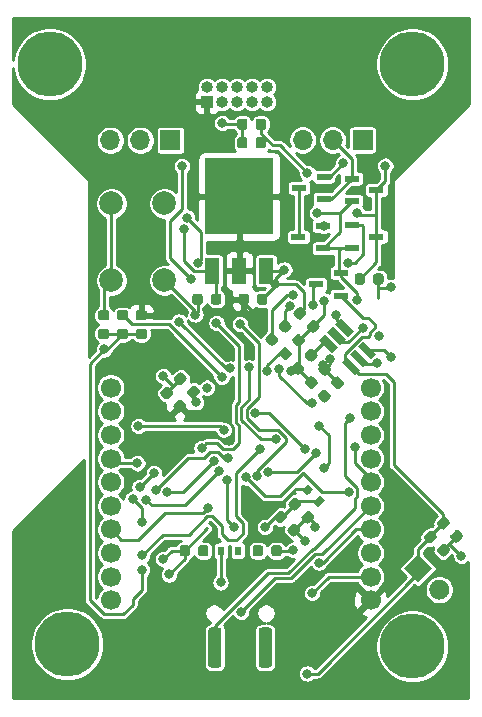
<source format=gbl>
%TF.GenerationSoftware,KiCad,Pcbnew,5.1.7*%
%TF.CreationDate,2020-10-05T22:02:55-05:00*%
%TF.ProjectId,ARC-Boat0,4152432d-426f-4617-9430-2e6b69636164,rev?*%
%TF.SameCoordinates,Original*%
%TF.FileFunction,Copper,L2,Bot*%
%TF.FilePolarity,Positive*%
%FSLAX46Y46*%
G04 Gerber Fmt 4.6, Leading zero omitted, Abs format (unit mm)*
G04 Created by KiCad (PCBNEW 5.1.7) date 2020-10-05 22:02:55*
%MOMM*%
%LPD*%
G01*
G04 APERTURE LIST*
%TA.AperFunction,ComponentPad*%
%ADD10C,5.500000*%
%TD*%
%TA.AperFunction,ComponentPad*%
%ADD11C,2.000000*%
%TD*%
%TA.AperFunction,ComponentPad*%
%ADD12O,1.700000X1.700000*%
%TD*%
%TA.AperFunction,ComponentPad*%
%ADD13R,1.700000X1.700000*%
%TD*%
%TA.AperFunction,SMDPad,CuDef*%
%ADD14C,0.100000*%
%TD*%
%TA.AperFunction,ComponentPad*%
%ADD15C,0.100000*%
%TD*%
%TA.AperFunction,SMDPad,CuDef*%
%ADD16R,1.200000X2.200000*%
%TD*%
%TA.AperFunction,SMDPad,CuDef*%
%ADD17R,5.800000X6.400000*%
%TD*%
%TA.AperFunction,SMDPad,CuDef*%
%ADD18R,1.300000X0.600000*%
%TD*%
%TA.AperFunction,ComponentPad*%
%ADD19C,1.700000*%
%TD*%
%TA.AperFunction,ComponentPad*%
%ADD20O,1.000000X1.000000*%
%TD*%
%TA.AperFunction,ComponentPad*%
%ADD21R,1.000000X1.000000*%
%TD*%
%TA.AperFunction,SMDPad,CuDef*%
%ADD22R,0.600000X0.800000*%
%TD*%
%TA.AperFunction,ViaPad*%
%ADD23C,0.800000*%
%TD*%
%TA.AperFunction,Conductor*%
%ADD24C,0.250000*%
%TD*%
%TA.AperFunction,Conductor*%
%ADD25C,0.254000*%
%TD*%
%TA.AperFunction,Conductor*%
%ADD26C,0.100000*%
%TD*%
G04 APERTURE END LIST*
D10*
%TO.P,REF\u002A\u002A,1*%
%TO.N,N/C*%
X106400000Y-38600000D03*
%TD*%
%TO.P,REF\u002A\u002A,1*%
%TO.N,N/C*%
X137100000Y-87900000D03*
%TD*%
%TO.P,REF\u002A\u002A,1*%
%TO.N,N/C*%
X107870000Y-87710000D03*
%TD*%
%TO.P,REF\u002A\u002A,1*%
%TO.N,N/C*%
X137100000Y-38600000D03*
%TD*%
D11*
%TO.P,SW1,1*%
%TO.N,Net-(R7-Pad1)*%
X111600000Y-50400000D03*
%TO.P,SW1,2*%
%TO.N,GND*%
X116100000Y-50400000D03*
%TO.P,SW1,1*%
%TO.N,Net-(R7-Pad1)*%
X111600000Y-56900000D03*
%TO.P,SW1,2*%
%TO.N,GND*%
X116100000Y-56900000D03*
%TD*%
D12*
%TO.P,J5,3*%
%TO.N,/TCC0\u005CWO7*%
X111520000Y-45050000D03*
%TO.P,J5,2*%
%TO.N,Net-(J5-Pad2)*%
X114060000Y-45050000D03*
D13*
%TO.P,J5,1*%
%TO.N,GND*%
X116600000Y-45050000D03*
%TD*%
D12*
%TO.P,J4,3*%
%TO.N,/TCC0\u005CWO2*%
X127795000Y-45025000D03*
%TO.P,J4,2*%
%TO.N,+5V*%
X130335000Y-45025000D03*
D13*
%TO.P,J4,1*%
%TO.N,GND*%
X132875000Y-45025000D03*
%TD*%
%TA.AperFunction,SMDPad,CuDef*%
D14*
%TO.P,U2,5*%
%TO.N,/Power/VBATT_EN*%
G36*
X131451759Y-61892140D02*
G01*
X130992140Y-62351759D01*
X129889053Y-61248672D01*
X130348672Y-60789053D01*
X131451759Y-61892140D01*
G37*
%TD.AperFunction*%
%TA.AperFunction,SMDPad,CuDef*%
%TO.P,U2,6*%
%TO.N,Net-(C3-Pad2)*%
G36*
X132123510Y-61220388D02*
G01*
X131663891Y-61680007D01*
X130560804Y-60576920D01*
X131020423Y-60117301D01*
X132123510Y-61220388D01*
G37*
%TD.AperFunction*%
%TA.AperFunction,SMDPad,CuDef*%
%TO.P,U2,4*%
%TO.N,Net-(R3-Pad2)*%
G36*
X130780007Y-62563891D02*
G01*
X130320388Y-63023510D01*
X129217301Y-61920423D01*
X129676920Y-61460804D01*
X130780007Y-62563891D01*
G37*
%TD.AperFunction*%
%TA.AperFunction,SMDPad,CuDef*%
%TO.P,U2,3*%
%TO.N,+BATT*%
G36*
X132689196Y-64473080D02*
G01*
X132229577Y-64932699D01*
X131126490Y-63829612D01*
X131586109Y-63369993D01*
X132689196Y-64473080D01*
G37*
%TD.AperFunction*%
%TA.AperFunction,SMDPad,CuDef*%
%TO.P,U2,2*%
%TO.N,Net-(C3-Pad1)*%
G36*
X133360947Y-63801328D02*
G01*
X132901328Y-64260947D01*
X131798241Y-63157860D01*
X132257860Y-62698241D01*
X133360947Y-63801328D01*
G37*
%TD.AperFunction*%
%TA.AperFunction,SMDPad,CuDef*%
%TO.P,U2,1*%
%TO.N,GND*%
G36*
X134032699Y-63129577D02*
G01*
X133573080Y-63589196D01*
X132469993Y-62486109D01*
X132929612Y-62026490D01*
X134032699Y-63129577D01*
G37*
%TD.AperFunction*%
%TD*%
%TO.P,R12,2*%
%TO.N,GND*%
%TA.AperFunction,SMDPad,CuDef*%
G36*
G01*
X133775000Y-57056250D02*
X133775000Y-56543750D01*
G75*
G02*
X133993750Y-56325000I218750J0D01*
G01*
X134431250Y-56325000D01*
G75*
G02*
X134650000Y-56543750I0J-218750D01*
G01*
X134650000Y-57056250D01*
G75*
G02*
X134431250Y-57275000I-218750J0D01*
G01*
X133993750Y-57275000D01*
G75*
G02*
X133775000Y-57056250I0J218750D01*
G01*
G37*
%TD.AperFunction*%
%TO.P,R12,1*%
%TO.N,Net-(Q2-Pad3)*%
%TA.AperFunction,SMDPad,CuDef*%
G36*
G01*
X132200000Y-57056250D02*
X132200000Y-56543750D01*
G75*
G02*
X132418750Y-56325000I218750J0D01*
G01*
X132856250Y-56325000D01*
G75*
G02*
X133075000Y-56543750I0J-218750D01*
G01*
X133075000Y-57056250D01*
G75*
G02*
X132856250Y-57275000I-218750J0D01*
G01*
X132418750Y-57275000D01*
G75*
G02*
X132200000Y-57056250I0J218750D01*
G01*
G37*
%TD.AperFunction*%
%TD*%
%TO.P,R11,2*%
%TO.N,GND*%
%TA.AperFunction,SMDPad,CuDef*%
G36*
G01*
X123125000Y-43443750D02*
X123125000Y-43956250D01*
G75*
G02*
X122906250Y-44175000I-218750J0D01*
G01*
X122468750Y-44175000D01*
G75*
G02*
X122250000Y-43956250I0J218750D01*
G01*
X122250000Y-43443750D01*
G75*
G02*
X122468750Y-43225000I218750J0D01*
G01*
X122906250Y-43225000D01*
G75*
G02*
X123125000Y-43443750I0J-218750D01*
G01*
G37*
%TD.AperFunction*%
%TO.P,R11,1*%
%TO.N,/Power/VBUS_USB*%
%TA.AperFunction,SMDPad,CuDef*%
G36*
G01*
X124700000Y-43443750D02*
X124700000Y-43956250D01*
G75*
G02*
X124481250Y-44175000I-218750J0D01*
G01*
X124043750Y-44175000D01*
G75*
G02*
X123825000Y-43956250I0J218750D01*
G01*
X123825000Y-43443750D01*
G75*
G02*
X124043750Y-43225000I218750J0D01*
G01*
X124481250Y-43225000D01*
G75*
G02*
X124700000Y-43443750I0J-218750D01*
G01*
G37*
%TD.AperFunction*%
%TD*%
%TO.P,R10,2*%
%TO.N,GND*%
%TA.AperFunction,SMDPad,CuDef*%
G36*
G01*
X129528684Y-64933709D02*
X129166291Y-64571316D01*
G75*
G02*
X129166291Y-64261956I154680J154680D01*
G01*
X129475650Y-63952597D01*
G75*
G02*
X129785010Y-63952597I154680J-154680D01*
G01*
X130147403Y-64314990D01*
G75*
G02*
X130147403Y-64624350I-154680J-154680D01*
G01*
X129838044Y-64933709D01*
G75*
G02*
X129528684Y-64933709I-154680J154680D01*
G01*
G37*
%TD.AperFunction*%
%TO.P,R10,1*%
%TO.N,/Power/VBUS_BATT*%
%TA.AperFunction,SMDPad,CuDef*%
G36*
G01*
X128414990Y-66047403D02*
X128052597Y-65685010D01*
G75*
G02*
X128052597Y-65375650I154680J154680D01*
G01*
X128361956Y-65066291D01*
G75*
G02*
X128671316Y-65066291I154680J-154680D01*
G01*
X129033709Y-65428684D01*
G75*
G02*
X129033709Y-65738044I-154680J-154680D01*
G01*
X128724350Y-66047403D01*
G75*
G02*
X128414990Y-66047403I-154680J154680D01*
G01*
G37*
%TD.AperFunction*%
%TD*%
%TO.P,R9,2*%
%TO.N,GND*%
%TA.AperFunction,SMDPad,CuDef*%
G36*
G01*
X123125000Y-44993750D02*
X123125000Y-45506250D01*
G75*
G02*
X122906250Y-45725000I-218750J0D01*
G01*
X122468750Y-45725000D01*
G75*
G02*
X122250000Y-45506250I0J218750D01*
G01*
X122250000Y-44993750D01*
G75*
G02*
X122468750Y-44775000I218750J0D01*
G01*
X122906250Y-44775000D01*
G75*
G02*
X123125000Y-44993750I0J-218750D01*
G01*
G37*
%TD.AperFunction*%
%TO.P,R9,1*%
%TO.N,/Power/VBUS_USB*%
%TA.AperFunction,SMDPad,CuDef*%
G36*
G01*
X124700000Y-44993750D02*
X124700000Y-45506250D01*
G75*
G02*
X124481250Y-45725000I-218750J0D01*
G01*
X124043750Y-45725000D01*
G75*
G02*
X123825000Y-45506250I0J218750D01*
G01*
X123825000Y-44993750D01*
G75*
G02*
X124043750Y-44775000I218750J0D01*
G01*
X124481250Y-44775000D01*
G75*
G02*
X124700000Y-44993750I0J-218750D01*
G01*
G37*
%TD.AperFunction*%
%TD*%
%TO.P,R8,2*%
%TO.N,/~SYS_RESET*%
%TA.AperFunction,SMDPad,CuDef*%
G36*
G01*
X112293750Y-61000000D02*
X112806250Y-61000000D01*
G75*
G02*
X113025000Y-61218750I0J-218750D01*
G01*
X113025000Y-61656250D01*
G75*
G02*
X112806250Y-61875000I-218750J0D01*
G01*
X112293750Y-61875000D01*
G75*
G02*
X112075000Y-61656250I0J218750D01*
G01*
X112075000Y-61218750D01*
G75*
G02*
X112293750Y-61000000I218750J0D01*
G01*
G37*
%TD.AperFunction*%
%TO.P,R8,1*%
%TO.N,/Brain/~MCU_RST*%
%TA.AperFunction,SMDPad,CuDef*%
G36*
G01*
X112293750Y-59425000D02*
X112806250Y-59425000D01*
G75*
G02*
X113025000Y-59643750I0J-218750D01*
G01*
X113025000Y-60081250D01*
G75*
G02*
X112806250Y-60300000I-218750J0D01*
G01*
X112293750Y-60300000D01*
G75*
G02*
X112075000Y-60081250I0J218750D01*
G01*
X112075000Y-59643750D01*
G75*
G02*
X112293750Y-59425000I218750J0D01*
G01*
G37*
%TD.AperFunction*%
%TD*%
%TO.P,R7,2*%
%TO.N,/~SYS_RESET*%
%TA.AperFunction,SMDPad,CuDef*%
G36*
G01*
X110693750Y-61000000D02*
X111206250Y-61000000D01*
G75*
G02*
X111425000Y-61218750I0J-218750D01*
G01*
X111425000Y-61656250D01*
G75*
G02*
X111206250Y-61875000I-218750J0D01*
G01*
X110693750Y-61875000D01*
G75*
G02*
X110475000Y-61656250I0J218750D01*
G01*
X110475000Y-61218750D01*
G75*
G02*
X110693750Y-61000000I218750J0D01*
G01*
G37*
%TD.AperFunction*%
%TO.P,R7,1*%
%TO.N,Net-(R7-Pad1)*%
%TA.AperFunction,SMDPad,CuDef*%
G36*
G01*
X110693750Y-59425000D02*
X111206250Y-59425000D01*
G75*
G02*
X111425000Y-59643750I0J-218750D01*
G01*
X111425000Y-60081250D01*
G75*
G02*
X111206250Y-60300000I-218750J0D01*
G01*
X110693750Y-60300000D01*
G75*
G02*
X110475000Y-60081250I0J218750D01*
G01*
X110475000Y-59643750D01*
G75*
G02*
X110693750Y-59425000I218750J0D01*
G01*
G37*
%TD.AperFunction*%
%TD*%
%TO.P,R6,2*%
%TO.N,+3V3*%
%TA.AperFunction,SMDPad,CuDef*%
G36*
G01*
X114406250Y-60300000D02*
X113893750Y-60300000D01*
G75*
G02*
X113675000Y-60081250I0J218750D01*
G01*
X113675000Y-59643750D01*
G75*
G02*
X113893750Y-59425000I218750J0D01*
G01*
X114406250Y-59425000D01*
G75*
G02*
X114625000Y-59643750I0J-218750D01*
G01*
X114625000Y-60081250D01*
G75*
G02*
X114406250Y-60300000I-218750J0D01*
G01*
G37*
%TD.AperFunction*%
%TO.P,R6,1*%
%TO.N,/~SYS_RESET*%
%TA.AperFunction,SMDPad,CuDef*%
G36*
G01*
X114406250Y-61875000D02*
X113893750Y-61875000D01*
G75*
G02*
X113675000Y-61656250I0J218750D01*
G01*
X113675000Y-61218750D01*
G75*
G02*
X113893750Y-61000000I218750J0D01*
G01*
X114406250Y-61000000D01*
G75*
G02*
X114625000Y-61218750I0J-218750D01*
G01*
X114625000Y-61656250D01*
G75*
G02*
X114406250Y-61875000I-218750J0D01*
G01*
G37*
%TD.AperFunction*%
%TD*%
%TO.P,R5,2*%
%TO.N,GND*%
%TA.AperFunction,SMDPad,CuDef*%
G36*
G01*
X126471316Y-62616291D02*
X126833709Y-62978684D01*
G75*
G02*
X126833709Y-63288044I-154680J-154680D01*
G01*
X126524350Y-63597403D01*
G75*
G02*
X126214990Y-63597403I-154680J154680D01*
G01*
X125852597Y-63235010D01*
G75*
G02*
X125852597Y-62925650I154680J154680D01*
G01*
X126161956Y-62616291D01*
G75*
G02*
X126471316Y-62616291I154680J-154680D01*
G01*
G37*
%TD.AperFunction*%
%TO.P,R5,1*%
%TO.N,/Power/VBUS_BATT*%
%TA.AperFunction,SMDPad,CuDef*%
G36*
G01*
X127585010Y-61502597D02*
X127947403Y-61864990D01*
G75*
G02*
X127947403Y-62174350I-154680J-154680D01*
G01*
X127638044Y-62483709D01*
G75*
G02*
X127328684Y-62483709I-154680J154680D01*
G01*
X126966291Y-62121316D01*
G75*
G02*
X126966291Y-61811956I154680J154680D01*
G01*
X127275650Y-61502597D01*
G75*
G02*
X127585010Y-61502597I154680J-154680D01*
G01*
G37*
%TD.AperFunction*%
%TD*%
%TO.P,R4,2*%
%TO.N,GND*%
%TA.AperFunction,SMDPad,CuDef*%
G36*
G01*
X130628684Y-66083709D02*
X130266291Y-65721316D01*
G75*
G02*
X130266291Y-65411956I154680J154680D01*
G01*
X130575650Y-65102597D01*
G75*
G02*
X130885010Y-65102597I154680J-154680D01*
G01*
X131247403Y-65464990D01*
G75*
G02*
X131247403Y-65774350I-154680J-154680D01*
G01*
X130938044Y-66083709D01*
G75*
G02*
X130628684Y-66083709I-154680J154680D01*
G01*
G37*
%TD.AperFunction*%
%TO.P,R4,1*%
%TO.N,Net-(R3-Pad2)*%
%TA.AperFunction,SMDPad,CuDef*%
G36*
G01*
X129514990Y-67197403D02*
X129152597Y-66835010D01*
G75*
G02*
X129152597Y-66525650I154680J154680D01*
G01*
X129461956Y-66216291D01*
G75*
G02*
X129771316Y-66216291I154680J-154680D01*
G01*
X130133709Y-66578684D01*
G75*
G02*
X130133709Y-66888044I-154680J-154680D01*
G01*
X129824350Y-67197403D01*
G75*
G02*
X129514990Y-67197403I-154680J154680D01*
G01*
G37*
%TD.AperFunction*%
%TD*%
%TO.P,R3,2*%
%TO.N,Net-(R3-Pad2)*%
%TA.AperFunction,SMDPad,CuDef*%
G36*
G01*
X128378684Y-63733709D02*
X128016291Y-63371316D01*
G75*
G02*
X128016291Y-63061956I154680J154680D01*
G01*
X128325650Y-62752597D01*
G75*
G02*
X128635010Y-62752597I154680J-154680D01*
G01*
X128997403Y-63114990D01*
G75*
G02*
X128997403Y-63424350I-154680J-154680D01*
G01*
X128688044Y-63733709D01*
G75*
G02*
X128378684Y-63733709I-154680J154680D01*
G01*
G37*
%TD.AperFunction*%
%TO.P,R3,1*%
%TO.N,/Power/VBUS_BATT*%
%TA.AperFunction,SMDPad,CuDef*%
G36*
G01*
X127264990Y-64847403D02*
X126902597Y-64485010D01*
G75*
G02*
X126902597Y-64175650I154680J154680D01*
G01*
X127211956Y-63866291D01*
G75*
G02*
X127521316Y-63866291I154680J-154680D01*
G01*
X127883709Y-64228684D01*
G75*
G02*
X127883709Y-64538044I-154680J-154680D01*
G01*
X127574350Y-64847403D01*
G75*
G02*
X127264990Y-64847403I-154680J154680D01*
G01*
G37*
%TD.AperFunction*%
%TD*%
%TO.P,J2,2*%
%TO.N,GND*%
%TA.AperFunction,ComponentPad*%
G36*
G01*
X138770010Y-83697092D02*
X138770010Y-83697092D01*
G75*
G02*
X138770010Y-82495010I601041J601041D01*
G01*
X138770010Y-82495010D01*
G75*
G02*
X139972092Y-82495010I601041J-601041D01*
G01*
X139972092Y-82495010D01*
G75*
G02*
X139972092Y-83697092I-601041J-601041D01*
G01*
X139972092Y-83697092D01*
G75*
G02*
X138770010Y-83697092I-601041J601041D01*
G01*
G37*
%TD.AperFunction*%
%TA.AperFunction,ComponentPad*%
D15*
%TO.P,J2,1*%
%TO.N,+BATT*%
G36*
X137575000Y-82502082D02*
G01*
X136372918Y-81300000D01*
X137575000Y-80097918D01*
X138777082Y-81300000D01*
X137575000Y-82502082D01*
G37*
%TD.AperFunction*%
%TD*%
%TO.P,FB3,2*%
%TO.N,Net-(C11-Pad1)*%
%TA.AperFunction,SMDPad,CuDef*%
G36*
G01*
X124075000Y-89450001D02*
X124075000Y-86549999D01*
G75*
G02*
X124324999Y-86300000I249999J0D01*
G01*
X124950001Y-86300000D01*
G75*
G02*
X125200000Y-86549999I0J-249999D01*
G01*
X125200000Y-89450001D01*
G75*
G02*
X124950001Y-89700000I-249999J0D01*
G01*
X124324999Y-89700000D01*
G75*
G02*
X124075000Y-89450001I0J249999D01*
G01*
G37*
%TD.AperFunction*%
%TO.P,FB3,1*%
%TO.N,/Power/VBUS_USB*%
%TA.AperFunction,SMDPad,CuDef*%
G36*
G01*
X119800000Y-89450001D02*
X119800000Y-86549999D01*
G75*
G02*
X120049999Y-86300000I249999J0D01*
G01*
X120675001Y-86300000D01*
G75*
G02*
X120925000Y-86549999I0J-249999D01*
G01*
X120925000Y-89450001D01*
G75*
G02*
X120675001Y-89700000I-249999J0D01*
G01*
X120049999Y-89700000D01*
G75*
G02*
X119800000Y-89450001I0J249999D01*
G01*
G37*
%TD.AperFunction*%
%TD*%
%TO.P,C16,2*%
%TO.N,GND*%
%TA.AperFunction,SMDPad,CuDef*%
G36*
G01*
X123950000Y-58756250D02*
X123950000Y-58243750D01*
G75*
G02*
X124168750Y-58025000I218750J0D01*
G01*
X124606250Y-58025000D01*
G75*
G02*
X124825000Y-58243750I0J-218750D01*
G01*
X124825000Y-58756250D01*
G75*
G02*
X124606250Y-58975000I-218750J0D01*
G01*
X124168750Y-58975000D01*
G75*
G02*
X123950000Y-58756250I0J218750D01*
G01*
G37*
%TD.AperFunction*%
%TO.P,C16,1*%
%TO.N,+3V3*%
%TA.AperFunction,SMDPad,CuDef*%
G36*
G01*
X122375000Y-58756250D02*
X122375000Y-58243750D01*
G75*
G02*
X122593750Y-58025000I218750J0D01*
G01*
X123031250Y-58025000D01*
G75*
G02*
X123250000Y-58243750I0J-218750D01*
G01*
X123250000Y-58756250D01*
G75*
G02*
X123031250Y-58975000I-218750J0D01*
G01*
X122593750Y-58975000D01*
G75*
G02*
X122375000Y-58756250I0J218750D01*
G01*
G37*
%TD.AperFunction*%
%TD*%
%TO.P,C13,2*%
%TO.N,GND*%
%TA.AperFunction,SMDPad,CuDef*%
G36*
G01*
X119337500Y-58243750D02*
X119337500Y-58756250D01*
G75*
G02*
X119118750Y-58975000I-218750J0D01*
G01*
X118681250Y-58975000D01*
G75*
G02*
X118462500Y-58756250I0J218750D01*
G01*
X118462500Y-58243750D01*
G75*
G02*
X118681250Y-58025000I218750J0D01*
G01*
X119118750Y-58025000D01*
G75*
G02*
X119337500Y-58243750I0J-218750D01*
G01*
G37*
%TD.AperFunction*%
%TO.P,C13,1*%
%TO.N,+5V*%
%TA.AperFunction,SMDPad,CuDef*%
G36*
G01*
X120912500Y-58243750D02*
X120912500Y-58756250D01*
G75*
G02*
X120693750Y-58975000I-218750J0D01*
G01*
X120256250Y-58975000D01*
G75*
G02*
X120037500Y-58756250I0J218750D01*
G01*
X120037500Y-58243750D01*
G75*
G02*
X120256250Y-58025000I218750J0D01*
G01*
X120693750Y-58025000D01*
G75*
G02*
X120912500Y-58243750I0J-218750D01*
G01*
G37*
%TD.AperFunction*%
%TD*%
%TO.P,C12,2*%
%TO.N,GND*%
%TA.AperFunction,SMDPad,CuDef*%
G36*
G01*
X128065556Y-59828163D02*
X127703163Y-60190556D01*
G75*
G02*
X127393803Y-60190556I-154680J154680D01*
G01*
X127084444Y-59881197D01*
G75*
G02*
X127084444Y-59571837I154680J154680D01*
G01*
X127446837Y-59209444D01*
G75*
G02*
X127756197Y-59209444I154680J-154680D01*
G01*
X128065556Y-59518803D01*
G75*
G02*
X128065556Y-59828163I-154680J-154680D01*
G01*
G37*
%TD.AperFunction*%
%TO.P,C12,1*%
%TO.N,/Power/VBUS_BATT*%
%TA.AperFunction,SMDPad,CuDef*%
G36*
G01*
X129179250Y-60941857D02*
X128816857Y-61304250D01*
G75*
G02*
X128507497Y-61304250I-154680J154680D01*
G01*
X128198138Y-60994891D01*
G75*
G02*
X128198138Y-60685531I154680J154680D01*
G01*
X128560531Y-60323138D01*
G75*
G02*
X128869891Y-60323138I154680J-154680D01*
G01*
X129179250Y-60632497D01*
G75*
G02*
X129179250Y-60941857I-154680J-154680D01*
G01*
G37*
%TD.AperFunction*%
%TD*%
%TO.P,C11,2*%
%TO.N,GND*%
%TA.AperFunction,SMDPad,CuDef*%
G36*
G01*
X125150000Y-80056250D02*
X125150000Y-79543750D01*
G75*
G02*
X125368750Y-79325000I218750J0D01*
G01*
X125806250Y-79325000D01*
G75*
G02*
X126025000Y-79543750I0J-218750D01*
G01*
X126025000Y-80056250D01*
G75*
G02*
X125806250Y-80275000I-218750J0D01*
G01*
X125368750Y-80275000D01*
G75*
G02*
X125150000Y-80056250I0J218750D01*
G01*
G37*
%TD.AperFunction*%
%TO.P,C11,1*%
%TO.N,Net-(C11-Pad1)*%
%TA.AperFunction,SMDPad,CuDef*%
G36*
G01*
X123575000Y-80056250D02*
X123575000Y-79543750D01*
G75*
G02*
X123793750Y-79325000I218750J0D01*
G01*
X124231250Y-79325000D01*
G75*
G02*
X124450000Y-79543750I0J-218750D01*
G01*
X124450000Y-80056250D01*
G75*
G02*
X124231250Y-80275000I-218750J0D01*
G01*
X123793750Y-80275000D01*
G75*
G02*
X123575000Y-80056250I0J218750D01*
G01*
G37*
%TD.AperFunction*%
%TD*%
%TO.P,C10,2*%
%TO.N,GND*%
%TA.AperFunction,SMDPad,CuDef*%
G36*
G01*
X118250000Y-79543750D02*
X118250000Y-80056250D01*
G75*
G02*
X118031250Y-80275000I-218750J0D01*
G01*
X117593750Y-80275000D01*
G75*
G02*
X117375000Y-80056250I0J218750D01*
G01*
X117375000Y-79543750D01*
G75*
G02*
X117593750Y-79325000I218750J0D01*
G01*
X118031250Y-79325000D01*
G75*
G02*
X118250000Y-79543750I0J-218750D01*
G01*
G37*
%TD.AperFunction*%
%TO.P,C10,1*%
%TO.N,/VBUS*%
%TA.AperFunction,SMDPad,CuDef*%
G36*
G01*
X119825000Y-79543750D02*
X119825000Y-80056250D01*
G75*
G02*
X119606250Y-80275000I-218750J0D01*
G01*
X119168750Y-80275000D01*
G75*
G02*
X118950000Y-80056250I0J218750D01*
G01*
X118950000Y-79543750D01*
G75*
G02*
X119168750Y-79325000I218750J0D01*
G01*
X119606250Y-79325000D01*
G75*
G02*
X119825000Y-79543750I0J-218750D01*
G01*
G37*
%TD.AperFunction*%
%TD*%
%TO.P,C7,2*%
%TO.N,GND*%
%TA.AperFunction,SMDPad,CuDef*%
G36*
G01*
X126566291Y-77928684D02*
X126928684Y-77566291D01*
G75*
G02*
X127238044Y-77566291I154680J-154680D01*
G01*
X127547403Y-77875650D01*
G75*
G02*
X127547403Y-78185010I-154680J-154680D01*
G01*
X127185010Y-78547403D01*
G75*
G02*
X126875650Y-78547403I-154680J154680D01*
G01*
X126566291Y-78238044D01*
G75*
G02*
X126566291Y-77928684I154680J154680D01*
G01*
G37*
%TD.AperFunction*%
%TO.P,C7,1*%
%TO.N,/Brain/VCC_MCU_VDDANA*%
%TA.AperFunction,SMDPad,CuDef*%
G36*
G01*
X125452597Y-76814990D02*
X125814990Y-76452597D01*
G75*
G02*
X126124350Y-76452597I154680J-154680D01*
G01*
X126433709Y-76761956D01*
G75*
G02*
X126433709Y-77071316I-154680J-154680D01*
G01*
X126071316Y-77433709D01*
G75*
G02*
X125761956Y-77433709I-154680J154680D01*
G01*
X125452597Y-77124350D01*
G75*
G02*
X125452597Y-76814990I154680J154680D01*
G01*
G37*
%TD.AperFunction*%
%TD*%
%TO.P,C6,2*%
%TO.N,GND*%
%TA.AperFunction,SMDPad,CuDef*%
G36*
G01*
X127766291Y-76828684D02*
X128128684Y-76466291D01*
G75*
G02*
X128438044Y-76466291I154680J-154680D01*
G01*
X128747403Y-76775650D01*
G75*
G02*
X128747403Y-77085010I-154680J-154680D01*
G01*
X128385010Y-77447403D01*
G75*
G02*
X128075650Y-77447403I-154680J154680D01*
G01*
X127766291Y-77138044D01*
G75*
G02*
X127766291Y-76828684I154680J154680D01*
G01*
G37*
%TD.AperFunction*%
%TO.P,C6,1*%
%TO.N,/Brain/VCC_MCU_VDDANA*%
%TA.AperFunction,SMDPad,CuDef*%
G36*
G01*
X126652597Y-75714990D02*
X127014990Y-75352597D01*
G75*
G02*
X127324350Y-75352597I154680J-154680D01*
G01*
X127633709Y-75661956D01*
G75*
G02*
X127633709Y-75971316I-154680J-154680D01*
G01*
X127271316Y-76333709D01*
G75*
G02*
X126961956Y-76333709I-154680J154680D01*
G01*
X126652597Y-76024350D01*
G75*
G02*
X126652597Y-75714990I154680J154680D01*
G01*
G37*
%TD.AperFunction*%
%TD*%
%TO.P,C5,2*%
%TO.N,GND*%
%TA.AperFunction,SMDPad,CuDef*%
G36*
G01*
X117933709Y-65371316D02*
X117571316Y-65733709D01*
G75*
G02*
X117261956Y-65733709I-154680J154680D01*
G01*
X116952597Y-65424350D01*
G75*
G02*
X116952597Y-65114990I154680J154680D01*
G01*
X117314990Y-64752597D01*
G75*
G02*
X117624350Y-64752597I154680J-154680D01*
G01*
X117933709Y-65061956D01*
G75*
G02*
X117933709Y-65371316I-154680J-154680D01*
G01*
G37*
%TD.AperFunction*%
%TO.P,C5,1*%
%TO.N,/Brain/VCC_MCU_CORE*%
%TA.AperFunction,SMDPad,CuDef*%
G36*
G01*
X119047403Y-66485010D02*
X118685010Y-66847403D01*
G75*
G02*
X118375650Y-66847403I-154680J154680D01*
G01*
X118066291Y-66538044D01*
G75*
G02*
X118066291Y-66228684I154680J154680D01*
G01*
X118428684Y-65866291D01*
G75*
G02*
X118738044Y-65866291I154680J-154680D01*
G01*
X119047403Y-66175650D01*
G75*
G02*
X119047403Y-66485010I-154680J-154680D01*
G01*
G37*
%TD.AperFunction*%
%TD*%
%TO.P,C4,2*%
%TO.N,GND*%
%TA.AperFunction,SMDPad,CuDef*%
G36*
G01*
X116783709Y-66571316D02*
X116421316Y-66933709D01*
G75*
G02*
X116111956Y-66933709I-154680J154680D01*
G01*
X115802597Y-66624350D01*
G75*
G02*
X115802597Y-66314990I154680J154680D01*
G01*
X116164990Y-65952597D01*
G75*
G02*
X116474350Y-65952597I154680J-154680D01*
G01*
X116783709Y-66261956D01*
G75*
G02*
X116783709Y-66571316I-154680J-154680D01*
G01*
G37*
%TD.AperFunction*%
%TO.P,C4,1*%
%TO.N,+3V3*%
%TA.AperFunction,SMDPad,CuDef*%
G36*
G01*
X117897403Y-67685010D02*
X117535010Y-68047403D01*
G75*
G02*
X117225650Y-68047403I-154680J154680D01*
G01*
X116916291Y-67738044D01*
G75*
G02*
X116916291Y-67428684I154680J154680D01*
G01*
X117278684Y-67066291D01*
G75*
G02*
X117588044Y-67066291I154680J-154680D01*
G01*
X117897403Y-67375650D01*
G75*
G02*
X117897403Y-67685010I-154680J-154680D01*
G01*
G37*
%TD.AperFunction*%
%TD*%
%TO.P,C3,2*%
%TO.N,Net-(C3-Pad2)*%
%TA.AperFunction,SMDPad,CuDef*%
G36*
G01*
X126178684Y-61283709D02*
X125816291Y-60921316D01*
G75*
G02*
X125816291Y-60611956I154680J154680D01*
G01*
X126125650Y-60302597D01*
G75*
G02*
X126435010Y-60302597I154680J-154680D01*
G01*
X126797403Y-60664990D01*
G75*
G02*
X126797403Y-60974350I-154680J-154680D01*
G01*
X126488044Y-61283709D01*
G75*
G02*
X126178684Y-61283709I-154680J154680D01*
G01*
G37*
%TD.AperFunction*%
%TO.P,C3,1*%
%TO.N,Net-(C3-Pad1)*%
%TA.AperFunction,SMDPad,CuDef*%
G36*
G01*
X125064990Y-62397403D02*
X124702597Y-62035010D01*
G75*
G02*
X124702597Y-61725650I154680J154680D01*
G01*
X125011956Y-61416291D01*
G75*
G02*
X125321316Y-61416291I154680J-154680D01*
G01*
X125683709Y-61778684D01*
G75*
G02*
X125683709Y-62088044I-154680J-154680D01*
G01*
X125374350Y-62397403D01*
G75*
G02*
X125064990Y-62397403I-154680J154680D01*
G01*
G37*
%TD.AperFunction*%
%TD*%
%TO.P,C2,2*%
%TO.N,GND*%
%TA.AperFunction,SMDPad,CuDef*%
G36*
G01*
X140341291Y-78453684D02*
X140703684Y-78091291D01*
G75*
G02*
X141013044Y-78091291I154680J-154680D01*
G01*
X141322403Y-78400650D01*
G75*
G02*
X141322403Y-78710010I-154680J-154680D01*
G01*
X140960010Y-79072403D01*
G75*
G02*
X140650650Y-79072403I-154680J154680D01*
G01*
X140341291Y-78763044D01*
G75*
G02*
X140341291Y-78453684I154680J154680D01*
G01*
G37*
%TD.AperFunction*%
%TO.P,C2,1*%
%TO.N,+BATT*%
%TA.AperFunction,SMDPad,CuDef*%
G36*
G01*
X139227597Y-77339990D02*
X139589990Y-76977597D01*
G75*
G02*
X139899350Y-76977597I154680J-154680D01*
G01*
X140208709Y-77286956D01*
G75*
G02*
X140208709Y-77596316I-154680J-154680D01*
G01*
X139846316Y-77958709D01*
G75*
G02*
X139536956Y-77958709I-154680J154680D01*
G01*
X139227597Y-77649350D01*
G75*
G02*
X139227597Y-77339990I154680J154680D01*
G01*
G37*
%TD.AperFunction*%
%TD*%
%TO.P,C1,2*%
%TO.N,GND*%
%TA.AperFunction,SMDPad,CuDef*%
G36*
G01*
X139241291Y-79628684D02*
X139603684Y-79266291D01*
G75*
G02*
X139913044Y-79266291I154680J-154680D01*
G01*
X140222403Y-79575650D01*
G75*
G02*
X140222403Y-79885010I-154680J-154680D01*
G01*
X139860010Y-80247403D01*
G75*
G02*
X139550650Y-80247403I-154680J154680D01*
G01*
X139241291Y-79938044D01*
G75*
G02*
X139241291Y-79628684I154680J154680D01*
G01*
G37*
%TD.AperFunction*%
%TO.P,C1,1*%
%TO.N,+BATT*%
%TA.AperFunction,SMDPad,CuDef*%
G36*
G01*
X138127597Y-78514990D02*
X138489990Y-78152597D01*
G75*
G02*
X138799350Y-78152597I154680J-154680D01*
G01*
X139108709Y-78461956D01*
G75*
G02*
X139108709Y-78771316I-154680J-154680D01*
G01*
X138746316Y-79133709D01*
G75*
G02*
X138436956Y-79133709I-154680J154680D01*
G01*
X138127597Y-78824350D01*
G75*
G02*
X138127597Y-78514990I154680J154680D01*
G01*
G37*
%TD.AperFunction*%
%TD*%
D16*
%TO.P,U3,1*%
%TO.N,GND*%
X124705000Y-56100000D03*
%TO.P,U3,2*%
%TO.N,+3V3*%
X122425000Y-56100000D03*
%TO.P,U3,3*%
%TO.N,+5V*%
X120145000Y-56100000D03*
D17*
%TO.P,U3,2*%
%TO.N,+3V3*%
X122425000Y-49800000D03*
%TD*%
D18*
%TO.P,Q5,1*%
%TO.N,Net-(Q2-Pad3)*%
X129600000Y-48125000D03*
%TO.P,Q5,2*%
%TO.N,+5V*%
X129600000Y-50025000D03*
%TO.P,Q5,3*%
%TO.N,Net-(Q3-Pad3)*%
X127500000Y-49075000D03*
%TD*%
%TO.P,Q4,1*%
%TO.N,/Power/VBUS_USB*%
X131950000Y-50200000D03*
%TO.P,Q4,2*%
%TO.N,+5V*%
X131950000Y-48300000D03*
%TO.P,Q4,3*%
%TO.N,Net-(Q2-Pad3)*%
X134050000Y-49250000D03*
%TD*%
%TO.P,Q3,1*%
%TO.N,Net-(Q2-Pad3)*%
X129550000Y-52300000D03*
%TO.P,Q3,2*%
%TO.N,/Power/VBUS_USB*%
X129550000Y-54200000D03*
%TO.P,Q3,3*%
%TO.N,Net-(Q3-Pad3)*%
X127450000Y-53250000D03*
%TD*%
%TO.P,Q2,1*%
%TO.N,/Power/VBUS_USB*%
X131950000Y-54150000D03*
%TO.P,Q2,2*%
%TO.N,/Power/VBUS_BATT*%
X131950000Y-52250000D03*
%TO.P,Q2,3*%
%TO.N,Net-(Q2-Pad3)*%
X134050000Y-53200000D03*
%TD*%
%TO.P,Q1,1*%
%TO.N,/Power/VBUS_USB*%
X131050000Y-56300000D03*
%TO.P,Q1,2*%
%TO.N,+BATT*%
X131050000Y-58200000D03*
%TO.P,Q1,3*%
%TO.N,/Power/VBATT_EN*%
X128950000Y-57250000D03*
%TD*%
D19*
%TO.P,MOD1,1*%
%TO.N,+3V3*%
X133550000Y-84000000D03*
%TO.P,MOD1,2*%
%TO.N,/USART_0_RX*%
X133550000Y-82000000D03*
%TO.P,MOD1,3*%
%TO.N,/USART_0_TX*%
X133550000Y-80000000D03*
%TO.P,MOD1,4*%
%TO.N,/SPI_0_MISO*%
X133550000Y-78000000D03*
%TO.P,MOD1,5*%
%TO.N,/~SYS_RESET*%
X133550000Y-76000000D03*
%TO.P,MOD1,6*%
%TO.N,/TCC2\u005CWO0*%
X133550000Y-74000000D03*
%TO.P,MOD1,7*%
%TO.N,Net-(MOD1-Pad7)*%
X133550000Y-72000000D03*
%TO.P,MOD1,8*%
%TO.N,Net-(MOD1-Pad8)*%
X133550000Y-70000000D03*
%TO.P,MOD1,9*%
%TO.N,Net-(MOD1-Pad9)*%
X133550000Y-68000000D03*
%TO.P,MOD1,10*%
%TO.N,GND*%
X133550000Y-66000000D03*
%TO.P,MOD1,11*%
%TO.N,/SPI_0_MOSI*%
X111550000Y-66000000D03*
%TO.P,MOD1,12*%
%TO.N,Net-(MOD1-Pad12)*%
X111550000Y-68000000D03*
%TO.P,MOD1,13*%
%TO.N,/XBEE_STATUS*%
X111550000Y-70000000D03*
%TO.P,MOD1,14*%
%TO.N,GND*%
X111550000Y-72000000D03*
%TO.P,MOD1,15*%
%TO.N,Net-(MOD1-Pad15)*%
X111550000Y-74000000D03*
%TO.P,MOD1,16*%
%TO.N,Net-(MOD1-Pad16)*%
X111550000Y-76000000D03*
%TO.P,MOD1,17*%
%TO.N,/SPI_0_SS_0*%
X111550000Y-78000000D03*
%TO.P,MOD1,18*%
%TO.N,/SPI_0_SCK*%
X111550000Y-80000000D03*
%TO.P,MOD1,19*%
%TO.N,/EXT_INT_0*%
X111550000Y-82000000D03*
%TO.P,MOD1,20*%
%TO.N,Net-(MOD1-Pad20)*%
X111550000Y-84000000D03*
%TD*%
D20*
%TO.P,J1,10*%
%TO.N,/~SYS_RESET*%
X124780000Y-40530000D03*
%TO.P,J1,9*%
%TO.N,GND*%
X124780000Y-41800000D03*
%TO.P,J1,8*%
%TO.N,Net-(J1-Pad8)*%
X123510000Y-40530000D03*
%TO.P,J1,7*%
%TO.N,Net-(J1-Pad7)*%
X123510000Y-41800000D03*
%TO.P,J1,6*%
%TO.N,Net-(J1-Pad6)*%
X122240000Y-40530000D03*
%TO.P,J1,5*%
%TO.N,GND*%
X122240000Y-41800000D03*
%TO.P,J1,4*%
%TO.N,/Brain/SWCLK*%
X120970000Y-40530000D03*
%TO.P,J1,3*%
%TO.N,GND*%
X120970000Y-41800000D03*
%TO.P,J1,2*%
%TO.N,/Brain/SWDIO*%
X119700000Y-40530000D03*
D21*
%TO.P,J1,1*%
%TO.N,+3V3*%
X119700000Y-41800000D03*
%TD*%
D22*
%TO.P,FB2,1*%
%TO.N,/VBUS*%
X120900000Y-79800000D03*
%TO.P,FB2,2*%
%TO.N,Net-(C11-Pad1)*%
X122300000Y-79800000D03*
%TD*%
%TA.AperFunction,SMDPad,CuDef*%
D14*
%TO.P,FB1,1*%
%TO.N,/Brain/VCC_MCU_VDDANA*%
G36*
X129689950Y-75524264D02*
G01*
X129124264Y-76089950D01*
X128700000Y-75665686D01*
X129265686Y-75100000D01*
X129689950Y-75524264D01*
G37*
%TD.AperFunction*%
%TA.AperFunction,SMDPad,CuDef*%
%TO.P,FB1,2*%
%TO.N,+3V3*%
G36*
X128700000Y-74534314D02*
G01*
X128134314Y-75100000D01*
X127710050Y-74675736D01*
X128275736Y-74110050D01*
X128700000Y-74534314D01*
G37*
%TD.AperFunction*%
%TD*%
D23*
%TO.N,+3V3*%
X126375011Y-51000009D03*
X124000000Y-60000000D03*
X126774455Y-64624638D03*
X121533621Y-70485612D03*
X113000000Y-63000000D03*
X114150000Y-59862500D03*
%TO.N,/Brain/VCC_MCU_CORE*%
X118778957Y-67242400D03*
%TO.N,/VBUS*%
X120849998Y-82490000D03*
%TO.N,+BATT*%
X128200000Y-90200000D03*
%TO.N,/Power/VBATT_EN*%
X128696695Y-58970202D03*
X132893300Y-60913027D03*
X134241477Y-61631561D03*
%TO.N,/Power/VBUS_USB*%
X131800000Y-68600000D03*
X132417134Y-58541815D03*
X129000000Y-51200000D03*
X128200000Y-47800000D03*
%TO.N,/Power/VBUS_BATT*%
X131600000Y-55400000D03*
X129635229Y-58624979D03*
%TO.N,Net-(Q2-Pad3)*%
X131200000Y-47000000D03*
X134800000Y-47200000D03*
X132400000Y-51200000D03*
X129568494Y-52284315D03*
%TO.N,+5V*%
X117757462Y-52570154D03*
%TO.N,Net-(C3-Pad2)*%
X130600000Y-59800000D03*
X126732897Y-59074854D03*
%TO.N,Net-(C3-Pad1)*%
X127024905Y-58118426D03*
X134105403Y-63905403D03*
X125800000Y-64400000D03*
X125193153Y-61906847D03*
X128600008Y-67302951D03*
%TO.N,/VBattMeasure*%
X124887728Y-73166540D03*
X128948695Y-71516231D03*
%TO.N,/Brain/~MCU_RST*%
X120948525Y-65062009D03*
%TO.N,/USB_DM*%
X115344757Y-74690575D03*
X121439057Y-71935624D03*
%TO.N,/USB_DP*%
X120282069Y-72167091D03*
X116338853Y-74799190D03*
%TO.N,/~SYS_RESET*%
X111000000Y-62750000D03*
X122600000Y-85000000D03*
X114200000Y-81400000D03*
%TO.N,/Brain/SWCLK*%
X120500000Y-60500000D03*
X118370716Y-56813796D03*
X119248018Y-71102821D03*
X117574599Y-47211090D03*
%TO.N,/TCC0\u005CWO2*%
X118000000Y-51600000D03*
X118944998Y-55400000D03*
X123246018Y-64283910D03*
X125508089Y-70369819D03*
%TO.N,/TCC0\u005CWO7*%
X121671558Y-64371179D03*
X117311909Y-60400073D03*
%TO.N,/EXT_INT_0*%
X114200000Y-80200000D03*
X124200000Y-71200000D03*
%TO.N,/SPI_0_SCK*%
X114569842Y-75464286D03*
X120721504Y-73065379D03*
%TO.N,/SPI_0_SS_0*%
X119799426Y-76167612D03*
%TO.N,/XBEE_STATUS*%
X113899239Y-69235082D03*
X121150710Y-69560616D03*
%TO.N,/TCC2\u005CWO0*%
X132200000Y-71000000D03*
%TO.N,/USART_0_TX*%
X131707752Y-74825810D03*
X123000000Y-73600000D03*
%TO.N,/SysTempMeasure*%
X123929600Y-73452924D03*
X122474990Y-60600000D03*
%TO.N,/USART_0_RX*%
X128600000Y-83400000D03*
X128000000Y-71200000D03*
X123795239Y-68173513D03*
X129200000Y-69200000D03*
X129600000Y-72800000D03*
%TO.N,/SPI_0_MISO*%
X121400000Y-73800000D03*
X129200000Y-80800000D03*
X122000000Y-77800000D03*
%TO.N,/Brain/VCC_MCU_VDDANA*%
X124600000Y-77800000D03*
%TO.N,GND*%
X128000000Y-79000000D03*
X127000000Y-79750000D03*
X126250000Y-56000000D03*
X135250000Y-57500000D03*
X116000000Y-65000000D03*
X141250000Y-80250000D03*
X115200000Y-73200000D03*
X125473376Y-57254833D03*
X135249990Y-63374559D03*
X130079351Y-63579351D03*
X129548552Y-64110150D03*
X124820150Y-64599797D03*
X118718878Y-59805979D03*
X119696675Y-65995968D03*
X128874990Y-77750000D03*
X127056847Y-78056847D03*
X113800000Y-72400000D03*
X114000000Y-74400000D03*
X113400000Y-75400000D03*
X116499998Y-81800000D03*
X114200000Y-77400000D03*
X116000000Y-80500000D03*
X121000000Y-43600000D03*
%TD*%
D24*
%TO.N,+3V3*%
X122812500Y-58812500D02*
X124000000Y-60000000D01*
X122812500Y-58500000D02*
X122812500Y-58812500D01*
X121933620Y-69319258D02*
X121933620Y-70085613D01*
X117406847Y-67556847D02*
X117817402Y-67967402D01*
X117817402Y-67967402D02*
X120640406Y-67967402D01*
X121734730Y-69061726D02*
X121734730Y-69120368D01*
X121933620Y-70085613D02*
X121533621Y-70485612D01*
X120640406Y-67967402D02*
X121734730Y-69061726D01*
X121734730Y-69120368D02*
X121933620Y-69319258D01*
X128205025Y-74605025D02*
X127194975Y-74605025D01*
%TO.N,/Brain/VCC_MCU_CORE*%
X118556847Y-67020290D02*
X118778957Y-67242400D01*
X118556847Y-66356847D02*
X118556847Y-67020290D01*
%TO.N,/VBUS*%
X120900000Y-82439998D02*
X120849998Y-82490000D01*
X120900000Y-79800000D02*
X120900000Y-82439998D01*
%TO.N,+BATT*%
X139718153Y-76718153D02*
X135500000Y-72500000D01*
X139718153Y-77468153D02*
X139718153Y-76718153D01*
X135500000Y-72500000D02*
X135500000Y-72539002D01*
X138618153Y-78568153D02*
X139718153Y-77468153D01*
X138618153Y-78643153D02*
X138618153Y-78568153D01*
X137575000Y-79686306D02*
X138618153Y-78643153D01*
X137575000Y-81300000D02*
X137575000Y-79686306D01*
X131356300Y-63599803D02*
X131356300Y-63140167D01*
X131907843Y-64151346D02*
X131356300Y-63599803D01*
X132924998Y-60074998D02*
X131050000Y-58200000D01*
X131356300Y-63140167D02*
X132794987Y-61701480D01*
X132794987Y-61701480D02*
X133371524Y-61701480D01*
X133516476Y-61283560D02*
X133893476Y-60906560D01*
X133371524Y-61701480D02*
X133516476Y-61556528D01*
X133516476Y-61556528D02*
X133516476Y-61283560D01*
X133893476Y-60906560D02*
X133893476Y-60620472D01*
X133893476Y-60620472D02*
X133348002Y-60074998D01*
X133348002Y-60074998D02*
X132924998Y-60074998D01*
X129089002Y-90200000D02*
X137575000Y-81714002D01*
X137575000Y-81714002D02*
X137575000Y-81300000D01*
X128200000Y-90200000D02*
X129089002Y-90200000D01*
X131907843Y-64151346D02*
X132581496Y-64824999D01*
X132581496Y-64824999D02*
X134824999Y-64824999D01*
X134824999Y-64824999D02*
X135500000Y-65500000D01*
X135500000Y-65500000D02*
X135500000Y-72500000D01*
%TO.N,/Power/VBATT_EN*%
X128696695Y-57503305D02*
X128696695Y-58970202D01*
X128950000Y-57250000D02*
X128696695Y-57503305D01*
X132890506Y-60913027D02*
X132893300Y-60913027D01*
X130670406Y-61570406D02*
X131221949Y-62121949D01*
X131221949Y-62121949D02*
X131681584Y-62121949D01*
X131681584Y-62121949D02*
X132890506Y-60913027D01*
%TO.N,/Power/VBUS_USB*%
X129600000Y-54150000D02*
X129550000Y-54200000D01*
X131950000Y-54150000D02*
X129600000Y-54150000D01*
X130974999Y-51175001D02*
X131950000Y-50200000D01*
X130974999Y-52775001D02*
X130974999Y-51175001D01*
X129550000Y-54200000D02*
X130974999Y-52775001D01*
X131050000Y-54150000D02*
X131950000Y-54150000D01*
X131050000Y-56300000D02*
X130874998Y-56124998D01*
X130874998Y-56124998D02*
X130874998Y-54325002D01*
X130874998Y-54325002D02*
X131050000Y-54150000D01*
X131050000Y-56300000D02*
X131050000Y-56608996D01*
X131050000Y-56608996D02*
X132417134Y-57976130D01*
X132417134Y-57976130D02*
X132417134Y-58541815D01*
X130950000Y-51200000D02*
X131950000Y-50200000D01*
X129000000Y-51200000D02*
X130950000Y-51200000D01*
X125850000Y-45450000D02*
X128200000Y-47800000D01*
X126590598Y-81699989D02*
X128665599Y-79624988D01*
X128665599Y-79624988D02*
X128737512Y-79624988D01*
X128737512Y-79624988D02*
X132199999Y-76162501D01*
X120362500Y-86164496D02*
X124827007Y-81699989D01*
X132199999Y-76162501D02*
X132199999Y-75406565D01*
X124827007Y-81699989D02*
X126590598Y-81699989D01*
X132199999Y-75406565D02*
X132432753Y-75173811D01*
X132432753Y-75173811D02*
X132432753Y-74477809D01*
X131400001Y-73445057D02*
X131400001Y-68999999D01*
X120362500Y-88000000D02*
X120362500Y-86164496D01*
X131400001Y-68999999D02*
X131800000Y-68600000D01*
X132432753Y-74477809D02*
X131400001Y-73445057D01*
X125850000Y-45450000D02*
X125250000Y-45450000D01*
X124262500Y-44462500D02*
X124262500Y-43700000D01*
X124512500Y-45000000D02*
X124262500Y-45250000D01*
X124800000Y-45000000D02*
X124512500Y-45000000D01*
X125250000Y-45450000D02*
X124800000Y-45000000D01*
X124800000Y-45000000D02*
X124262500Y-44462500D01*
%TO.N,/Power/VBUS_BATT*%
X132235002Y-55400000D02*
X131600000Y-55400000D01*
X132925001Y-54710001D02*
X132235002Y-55400000D01*
X132925001Y-52325001D02*
X132925001Y-54710001D01*
X132850000Y-52250000D02*
X132925001Y-52325001D01*
X131950000Y-52250000D02*
X132850000Y-52250000D01*
X128636306Y-60813694D02*
X127456847Y-61993153D01*
X128688694Y-60813694D02*
X128636306Y-60813694D01*
X127456847Y-64293153D02*
X127393153Y-64356847D01*
X127456847Y-61993153D02*
X127456847Y-64293153D01*
X127393153Y-64406847D02*
X128543153Y-65556847D01*
X127393153Y-64356847D02*
X127393153Y-64406847D01*
X128688694Y-60813694D02*
X129635229Y-59867159D01*
X129635229Y-59867159D02*
X129635229Y-58624979D01*
%TO.N,Net-(Q2-Pad3)*%
X130075000Y-48125000D02*
X131200000Y-47000000D01*
X129600000Y-48125000D02*
X130075000Y-48125000D01*
X134800000Y-48500000D02*
X134050000Y-49250000D01*
X134800000Y-47200000D02*
X134800000Y-48500000D01*
X132550000Y-51350000D02*
X132400000Y-51200000D01*
X134050000Y-51350000D02*
X132550000Y-51350000D01*
X134050000Y-49250000D02*
X134050000Y-51350000D01*
X134050000Y-51350000D02*
X134050000Y-53200000D01*
X134050000Y-55387500D02*
X132637500Y-56800000D01*
X134050000Y-53200000D02*
X134050000Y-55387500D01*
%TO.N,Net-(Q3-Pad3)*%
X127500000Y-49075000D02*
X127500000Y-53200000D01*
X127500000Y-53200000D02*
X127450000Y-53250000D01*
%TO.N,+5V*%
X130225000Y-50025000D02*
X131950000Y-48300000D01*
X129600000Y-50025000D02*
X130225000Y-50025000D01*
X130014998Y-45025000D02*
X130335000Y-45025000D01*
X120475000Y-56430000D02*
X120145000Y-56100000D01*
X120475000Y-58500000D02*
X120475000Y-56430000D01*
X131950000Y-46640000D02*
X130335000Y-45025000D01*
X131950000Y-48300000D02*
X131950000Y-46640000D01*
X120119998Y-56125002D02*
X118596996Y-56125002D01*
X117757462Y-55285468D02*
X117757462Y-52570154D01*
X118596996Y-56125002D02*
X117757462Y-55285468D01*
X120145000Y-56100000D02*
X120119998Y-56125002D01*
%TO.N,Net-(R7-Pad1)*%
X110950000Y-57550000D02*
X111600000Y-56900000D01*
X110950000Y-59862500D02*
X110950000Y-57550000D01*
X111600000Y-56900000D02*
X111600000Y-50400000D01*
%TO.N,Net-(C3-Pad2)*%
X130600000Y-60156497D02*
X131342157Y-60898654D01*
X130600000Y-59800000D02*
X130600000Y-60156497D01*
X126306847Y-60793153D02*
X126306847Y-59500904D01*
X126306847Y-59500904D02*
X126732897Y-59074854D01*
%TO.N,Net-(C3-Pad1)*%
X125193153Y-59384493D02*
X126459220Y-58118426D01*
X126459220Y-58118426D02*
X127024905Y-58118426D01*
X125193153Y-61906847D02*
X125193153Y-59384493D01*
X133979669Y-64031137D02*
X134105403Y-63905403D01*
X133131137Y-64031137D02*
X133979669Y-64031137D01*
X132579594Y-63479594D02*
X133131137Y-64031137D01*
X128137266Y-67302951D02*
X128600008Y-67302951D01*
X125800000Y-64965685D02*
X128137266Y-67302951D01*
X125800000Y-64400000D02*
X125800000Y-64965685D01*
%TO.N,/VBattMeasure*%
X127298386Y-73166540D02*
X128948695Y-71516231D01*
X124887728Y-73166540D02*
X127298386Y-73166540D01*
%TO.N,Net-(R3-Pad2)*%
X129507843Y-62242157D02*
X128506847Y-63243153D01*
X129998654Y-62242157D02*
X129507843Y-62242157D01*
%TO.N,/Brain/~MCU_RST*%
X113312510Y-60625010D02*
X116511526Y-60625010D01*
X116511526Y-60625010D02*
X120948525Y-65062009D01*
X112550000Y-59862500D02*
X113312510Y-60625010D01*
%TO.N,/USB_DM*%
X120630070Y-71442090D02*
X119934068Y-71442090D01*
X118099708Y-71935624D02*
X115344757Y-74690575D01*
X121123604Y-71935624D02*
X120630070Y-71442090D01*
X119440534Y-71935624D02*
X118099708Y-71935624D01*
X121439057Y-71935624D02*
X121123604Y-71935624D01*
X119934068Y-71442090D02*
X119440534Y-71935624D01*
%TO.N,/USB_DP*%
X117649970Y-74799190D02*
X120282069Y-72167091D01*
X116338853Y-74799190D02*
X117649970Y-74799190D01*
%TO.N,/~SYS_RESET*%
X111237500Y-62750000D02*
X112550000Y-61437500D01*
X111000000Y-62750000D02*
X111237500Y-62750000D01*
X112550000Y-61437500D02*
X110950000Y-61437500D01*
X114150000Y-61437500D02*
X112550000Y-61437500D01*
X129475001Y-80074999D02*
X128851999Y-80074999D01*
X126776998Y-82150000D02*
X125450000Y-82150000D01*
X133550000Y-76000000D02*
X129475001Y-80074999D01*
X128851999Y-80074999D02*
X126776998Y-82150000D01*
X125450000Y-82150000D02*
X122600000Y-85000000D01*
X114200000Y-81400000D02*
X114200000Y-83089002D01*
X114200000Y-83089002D02*
X113400000Y-83889002D01*
X113400000Y-84400000D02*
X112624999Y-85175001D01*
X113400000Y-83889002D02*
X113400000Y-84400000D01*
X109800000Y-63950000D02*
X111000000Y-62750000D01*
X112624999Y-85175001D02*
X110975001Y-85175001D01*
X110975001Y-85175001D02*
X109800000Y-84000000D01*
X109800000Y-84000000D02*
X109800000Y-63950000D01*
%TO.N,/Brain/SWCLK*%
X118370716Y-56813796D02*
X116582450Y-55025530D01*
X116582450Y-51878552D02*
X117574599Y-50886403D01*
X117574599Y-50886403D02*
X117574599Y-47211090D01*
X116582450Y-55025530D02*
X116582450Y-51878552D01*
X119648017Y-70702822D02*
X119248018Y-71102821D01*
X122449082Y-62449082D02*
X122449082Y-67173845D01*
X122449082Y-69198309D02*
X122449082Y-70701002D01*
X120500000Y-60500000D02*
X122449082Y-62449082D01*
X120527213Y-70702822D02*
X119648017Y-70702822D01*
X122170215Y-67452711D02*
X122170215Y-68919442D01*
X122170215Y-68919442D02*
X122449082Y-69198309D01*
X121035013Y-71210622D02*
X120527213Y-70702822D01*
X122449082Y-67173845D02*
X122170215Y-67452711D01*
X122449082Y-70701002D02*
X121939462Y-71210622D01*
X121939462Y-71210622D02*
X121035013Y-71210622D01*
%TO.N,/TCC0\u005CWO2*%
X119199999Y-55144999D02*
X118944998Y-55400000D01*
X118000000Y-51600000D02*
X119199999Y-52799999D01*
X119199999Y-52799999D02*
X119199999Y-55144999D01*
X123246018Y-67013319D02*
X122620226Y-67639111D01*
X122620226Y-67639111D02*
X122620226Y-68733042D01*
X123246018Y-64283910D02*
X123246018Y-67013319D01*
X122620226Y-68733042D02*
X124257003Y-70369819D01*
X124257003Y-70369819D02*
X125508089Y-70369819D01*
%TO.N,/TCC0\u005CWO7*%
X117311909Y-60400073D02*
X121283015Y-64371179D01*
X121283015Y-64371179D02*
X121671558Y-64371179D01*
%TO.N,/EXT_INT_0*%
X122148002Y-78925002D02*
X121451998Y-78925002D01*
X120949989Y-78422993D02*
X120949989Y-77695175D01*
X119710835Y-76892613D02*
X118153438Y-78450011D01*
X118153438Y-78450011D02*
X115949989Y-78450011D01*
X122148002Y-73251998D02*
X122148002Y-76874998D01*
X120147427Y-76892613D02*
X119710835Y-76892613D01*
X122725002Y-78348002D02*
X122148002Y-78925002D01*
X115949989Y-78450011D02*
X114200000Y-80200000D01*
X122725002Y-77451998D02*
X122725002Y-78348002D01*
X122148002Y-76874998D02*
X122725002Y-77451998D01*
X124200000Y-71200000D02*
X122148002Y-73251998D01*
X120949989Y-77695175D02*
X120147427Y-76892613D01*
X121451998Y-78925002D02*
X120949989Y-78422993D01*
%TO.N,/SPI_0_SCK*%
X114569842Y-75464286D02*
X115033190Y-75927634D01*
X115033190Y-75927634D02*
X117859249Y-75927634D01*
X117859249Y-75927634D02*
X120721504Y-73065379D01*
%TO.N,/SPI_0_SS_0*%
X116105393Y-76567611D02*
X119399427Y-76567611D01*
X113823005Y-78849999D02*
X116105393Y-76567611D01*
X111550000Y-78000000D02*
X112399999Y-78849999D01*
X119399427Y-76567611D02*
X119799426Y-76167612D01*
X112399999Y-78849999D02*
X113823005Y-78849999D01*
%TO.N,/XBEE_STATUS*%
X120825176Y-69235082D02*
X121150710Y-69560616D01*
X113899239Y-69235082D02*
X120825176Y-69235082D01*
%TO.N,/TCC2\u005CWO0*%
X133550000Y-73739002D02*
X133550000Y-74000000D01*
X132200000Y-72389002D02*
X133550000Y-73739002D01*
X132200000Y-71000000D02*
X132200000Y-72389002D01*
%TO.N,/USART_0_TX*%
X125901336Y-75200000D02*
X127863329Y-73238007D01*
X127863329Y-73238007D02*
X129451132Y-74825810D01*
X129451132Y-74825810D02*
X131707752Y-74825810D01*
X124600000Y-75200000D02*
X125901336Y-75200000D01*
X123000000Y-73600000D02*
X124600000Y-75200000D01*
%TO.N,/SysTempMeasure*%
X126402909Y-70239319D02*
X126402909Y-70578355D01*
X124099204Y-69575609D02*
X125739199Y-69575609D01*
X123070237Y-68546642D02*
X124099204Y-69575609D01*
X123070237Y-67825511D02*
X123070237Y-68546642D01*
X124095149Y-66800599D02*
X123070237Y-67825511D01*
X124095149Y-62220159D02*
X124095149Y-66800599D01*
X123929600Y-73051664D02*
X123929600Y-73452924D01*
X126402909Y-70578355D02*
X123929600Y-73051664D01*
X125739199Y-69575609D02*
X126402909Y-70239319D01*
X122474990Y-60600000D02*
X124095149Y-62220159D01*
%TO.N,/USART_0_RX*%
X130000000Y-82000000D02*
X128600000Y-83400000D01*
X133550000Y-82000000D02*
X130000000Y-82000000D01*
X124973513Y-68173513D02*
X123795239Y-68173513D01*
X128000000Y-71200000D02*
X124973513Y-68173513D01*
X129999999Y-69999999D02*
X129200000Y-69200000D01*
X129600000Y-72800000D02*
X129999999Y-72400001D01*
X129999999Y-72400001D02*
X129999999Y-69999999D01*
%TO.N,/SPI_0_MISO*%
X133550000Y-78000000D02*
X132301691Y-78000000D01*
X129501691Y-80800000D02*
X132301691Y-78000000D01*
X129200000Y-80800000D02*
X129501691Y-80800000D01*
X121400000Y-77200000D02*
X122000000Y-77800000D01*
X121400000Y-73800000D02*
X121400000Y-77200000D01*
%TO.N,/Brain/VCC_MCU_VDDANA*%
X127391331Y-75594975D02*
X127143153Y-75843153D01*
X129194975Y-75594975D02*
X127391331Y-75594975D01*
X126043153Y-76943153D02*
X127143153Y-75843153D01*
X125943153Y-76943153D02*
X126043153Y-76943153D01*
X125456847Y-76943153D02*
X124600000Y-77800000D01*
X125943153Y-76943153D02*
X125456847Y-76943153D01*
%TO.N,GND*%
X128156847Y-76956847D02*
X127056847Y-78056847D01*
X128256847Y-76956847D02*
X128156847Y-76956847D01*
X127056847Y-78056847D02*
X128000000Y-79000000D01*
X126950000Y-79800000D02*
X127000000Y-79750000D01*
X125587500Y-79800000D02*
X126950000Y-79800000D01*
X126150000Y-56100000D02*
X126250000Y-56000000D01*
X124705000Y-56100000D02*
X126150000Y-56100000D01*
X134187500Y-56825000D02*
X134212500Y-56800000D01*
X135187500Y-57562500D02*
X135250000Y-57500000D01*
X134187500Y-57562500D02*
X135187500Y-57562500D01*
X134187500Y-58375000D02*
X134187500Y-57562500D01*
X134187500Y-57562500D02*
X134187500Y-56825000D01*
X129656847Y-64443153D02*
X129656847Y-64493153D01*
X129656847Y-64493153D02*
X130756847Y-65593153D01*
X116293153Y-66443153D02*
X116293153Y-66393153D01*
X116843153Y-65843153D02*
X116000000Y-65000000D01*
X116293153Y-66393153D02*
X116843153Y-65843153D01*
X116843153Y-65843153D02*
X117443153Y-65243153D01*
X139731847Y-79756847D02*
X139731847Y-79681847D01*
X140206847Y-79206847D02*
X141250000Y-80250000D01*
X139731847Y-79681847D02*
X140206847Y-79206847D01*
X140206847Y-79206847D02*
X140831847Y-78581847D01*
X126250000Y-56000000D02*
X125473376Y-56776624D01*
X125473376Y-57414124D02*
X125473376Y-57254833D01*
X124387500Y-58500000D02*
X125473376Y-57414124D01*
X125473376Y-56776624D02*
X125473376Y-57254833D01*
X127575000Y-59700000D02*
X127910876Y-59364124D01*
X127910876Y-59364124D02*
X127910876Y-57931393D01*
X127910876Y-57931393D02*
X127234316Y-57254833D01*
X127234316Y-57254833D02*
X125473376Y-57254833D01*
X134683274Y-62807843D02*
X135249990Y-63374559D01*
X133251346Y-62807843D02*
X134683274Y-62807843D01*
X130756847Y-65593153D02*
X129548552Y-64384858D01*
X129656847Y-64443153D02*
X130079351Y-64020649D01*
X129548552Y-64384858D02*
X129548552Y-64110150D01*
X130079351Y-64020649D02*
X130079351Y-63579351D01*
X125791139Y-63106847D02*
X124820150Y-64077836D01*
X126343153Y-63106847D02*
X125791139Y-63106847D01*
X124820150Y-64077836D02*
X124820150Y-64599797D01*
X118718878Y-59518878D02*
X118718878Y-59805979D01*
X118900000Y-59624857D02*
X118718878Y-59805979D01*
X116100000Y-56900000D02*
X118718878Y-59518878D01*
X118900000Y-58500000D02*
X118900000Y-59624857D01*
X128256847Y-76956847D02*
X128874990Y-77574990D01*
X128874990Y-77574990D02*
X128874990Y-77750000D01*
X111950000Y-72400000D02*
X111550000Y-72000000D01*
X113800000Y-72400000D02*
X111950000Y-72400000D01*
X115200000Y-73200000D02*
X114000000Y-74400000D01*
X117812500Y-79800000D02*
X117812500Y-80487498D01*
X117812500Y-80487498D02*
X116499998Y-81800000D01*
X119698116Y-77914384D02*
X119714384Y-77914384D01*
X117812500Y-79800000D02*
X119698116Y-77914384D01*
X113400000Y-75400000D02*
X114200000Y-76200000D01*
X114200000Y-76200000D02*
X114200000Y-77400000D01*
X116700000Y-79800000D02*
X116000000Y-80500000D01*
X117812500Y-79800000D02*
X116700000Y-79800000D01*
X122687500Y-43700000D02*
X121100000Y-43700000D01*
X121100000Y-43700000D02*
X121000000Y-43600000D01*
X122687500Y-45250000D02*
X122687500Y-43700000D01*
%TD*%
D25*
%TO.N,+3V3*%
X134994000Y-65709592D02*
X134994001Y-72475137D01*
X134994000Y-72475147D01*
X134994000Y-72475154D01*
X134991553Y-72500000D01*
X134994000Y-72524846D01*
X134994000Y-72563856D01*
X135001322Y-72638195D01*
X135030255Y-72733577D01*
X135077241Y-72821481D01*
X135140473Y-72898529D01*
X135217521Y-72961761D01*
X135279067Y-72994658D01*
X139155288Y-76870879D01*
X138956887Y-77069280D01*
X138882071Y-77160443D01*
X138826478Y-77264450D01*
X138792243Y-77377305D01*
X138780684Y-77494670D01*
X138792243Y-77612035D01*
X138807706Y-77663008D01*
X138754239Y-77716475D01*
X138644670Y-77705684D01*
X138527305Y-77717243D01*
X138414450Y-77751478D01*
X138310443Y-77807071D01*
X138219280Y-77881887D01*
X137856887Y-78244280D01*
X137782071Y-78335443D01*
X137726478Y-78439450D01*
X137692243Y-78552305D01*
X137680684Y-78669670D01*
X137692243Y-78787035D01*
X137707706Y-78838009D01*
X137234780Y-79310935D01*
X137215474Y-79326779D01*
X137152242Y-79403827D01*
X137138031Y-79430414D01*
X137105255Y-79491732D01*
X137076322Y-79587114D01*
X137066553Y-79686306D01*
X137069001Y-79711162D01*
X137069001Y-80062495D01*
X136102207Y-81029289D01*
X136054596Y-81087304D01*
X136019217Y-81153492D01*
X135997431Y-81225311D01*
X135990075Y-81300000D01*
X135997431Y-81374689D01*
X136019217Y-81446508D01*
X136054596Y-81512696D01*
X136102207Y-81570711D01*
X136552453Y-82020957D01*
X134981028Y-83592382D01*
X134900919Y-83366253D01*
X134827472Y-83228843D01*
X134578397Y-83151208D01*
X133729605Y-84000000D01*
X133743748Y-84014143D01*
X133564143Y-84193748D01*
X133550000Y-84179605D01*
X132701208Y-85028397D01*
X132778843Y-85277472D01*
X133042883Y-85403371D01*
X133144297Y-85429113D01*
X128879411Y-89694000D01*
X128798501Y-89694000D01*
X128697859Y-89593358D01*
X128569942Y-89507887D01*
X128427809Y-89449013D01*
X128276922Y-89419000D01*
X128123078Y-89419000D01*
X127972191Y-89449013D01*
X127830058Y-89507887D01*
X127702141Y-89593358D01*
X127593358Y-89702141D01*
X127507887Y-89830058D01*
X127449013Y-89972191D01*
X127419000Y-90123078D01*
X127419000Y-90276922D01*
X127449013Y-90427809D01*
X127507887Y-90569942D01*
X127593358Y-90697859D01*
X127702141Y-90806642D01*
X127830058Y-90892113D01*
X127972191Y-90950987D01*
X128123078Y-90981000D01*
X128276922Y-90981000D01*
X128427809Y-90950987D01*
X128569942Y-90892113D01*
X128697859Y-90806642D01*
X128798501Y-90706000D01*
X129064156Y-90706000D01*
X129089002Y-90708447D01*
X129113848Y-90706000D01*
X129113856Y-90706000D01*
X129188195Y-90698678D01*
X129283577Y-90669745D01*
X129371481Y-90622759D01*
X129448529Y-90559527D01*
X129464378Y-90540215D01*
X132412970Y-87591623D01*
X133969000Y-87591623D01*
X133969000Y-88208377D01*
X134089322Y-88813279D01*
X134325343Y-89383085D01*
X134667993Y-89895896D01*
X135104104Y-90332007D01*
X135616915Y-90674657D01*
X136186721Y-90910678D01*
X136791623Y-91031000D01*
X137408377Y-91031000D01*
X138013279Y-90910678D01*
X138583085Y-90674657D01*
X139095896Y-90332007D01*
X139532007Y-89895896D01*
X139874657Y-89383085D01*
X140110678Y-88813279D01*
X140231000Y-88208377D01*
X140231000Y-87591623D01*
X140110678Y-86986721D01*
X139874657Y-86416915D01*
X139532007Y-85904104D01*
X139095896Y-85467993D01*
X138583085Y-85125343D01*
X138013279Y-84889322D01*
X137408377Y-84769000D01*
X136791623Y-84769000D01*
X136186721Y-84889322D01*
X135616915Y-85125343D01*
X135104104Y-85467993D01*
X134667993Y-85904104D01*
X134325343Y-86416915D01*
X134089322Y-86986721D01*
X133969000Y-87591623D01*
X132412970Y-87591623D01*
X137029785Y-82974808D01*
X138140051Y-82974808D01*
X138140051Y-83217294D01*
X138187358Y-83455120D01*
X138280153Y-83679148D01*
X138414871Y-83880768D01*
X138586334Y-84052231D01*
X138787954Y-84186949D01*
X139011982Y-84279744D01*
X139249808Y-84327051D01*
X139492294Y-84327051D01*
X139730120Y-84279744D01*
X139954148Y-84186949D01*
X140155768Y-84052231D01*
X140327231Y-83880768D01*
X140461949Y-83679148D01*
X140554744Y-83455120D01*
X140602051Y-83217294D01*
X140602051Y-82974808D01*
X140554744Y-82736982D01*
X140461949Y-82512954D01*
X140327231Y-82311334D01*
X140155768Y-82139871D01*
X139954148Y-82005153D01*
X139730120Y-81912358D01*
X139492294Y-81865051D01*
X139249808Y-81865051D01*
X139011982Y-81912358D01*
X138787954Y-82005153D01*
X138586334Y-82139871D01*
X138414871Y-82311334D01*
X138280153Y-82512954D01*
X138187358Y-82736982D01*
X138140051Y-82974808D01*
X137029785Y-82974808D01*
X137268045Y-82736549D01*
X137304289Y-82772793D01*
X137362304Y-82820404D01*
X137428492Y-82855783D01*
X137500311Y-82877569D01*
X137575000Y-82884925D01*
X137649689Y-82877569D01*
X137721508Y-82855783D01*
X137787696Y-82820404D01*
X137845711Y-82772793D01*
X139047793Y-81570711D01*
X139095404Y-81512696D01*
X139130783Y-81446508D01*
X139152569Y-81374689D01*
X139159925Y-81300000D01*
X139152569Y-81225311D01*
X139130783Y-81153492D01*
X139095404Y-81087304D01*
X139047793Y-81029289D01*
X138081000Y-80062496D01*
X138081000Y-79895897D01*
X138423297Y-79553600D01*
X138474271Y-79569063D01*
X138591636Y-79580622D01*
X138709001Y-79569063D01*
X138821856Y-79534828D01*
X138861204Y-79513796D01*
X138840172Y-79553144D01*
X138805937Y-79665999D01*
X138794378Y-79783364D01*
X138805937Y-79900729D01*
X138840172Y-80013584D01*
X138895765Y-80117591D01*
X138970581Y-80208754D01*
X139279940Y-80518113D01*
X139371103Y-80592929D01*
X139475110Y-80648522D01*
X139587965Y-80682757D01*
X139705330Y-80694316D01*
X139822695Y-80682757D01*
X139935550Y-80648522D01*
X140039557Y-80592929D01*
X140130720Y-80518113D01*
X140466621Y-80182212D01*
X140469000Y-80184592D01*
X140469000Y-80326922D01*
X140499013Y-80477809D01*
X140557887Y-80619942D01*
X140643358Y-80747859D01*
X140752141Y-80856642D01*
X140880058Y-80942113D01*
X141022191Y-81000987D01*
X141173078Y-81031000D01*
X141326922Y-81031000D01*
X141477809Y-81000987D01*
X141619942Y-80942113D01*
X141747859Y-80856642D01*
X141834001Y-80770500D01*
X141834000Y-92304000D01*
X103311000Y-92304000D01*
X103311000Y-87401623D01*
X104739000Y-87401623D01*
X104739000Y-88018377D01*
X104859322Y-88623279D01*
X105095343Y-89193085D01*
X105437993Y-89705896D01*
X105874104Y-90142007D01*
X106386915Y-90484657D01*
X106956721Y-90720678D01*
X107561623Y-90841000D01*
X108178377Y-90841000D01*
X108783279Y-90720678D01*
X109353085Y-90484657D01*
X109865896Y-90142007D01*
X110302007Y-89705896D01*
X110644657Y-89193085D01*
X110880678Y-88623279D01*
X111001000Y-88018377D01*
X111001000Y-87401623D01*
X110880678Y-86796721D01*
X110644657Y-86226915D01*
X110302007Y-85714104D01*
X109865896Y-85277993D01*
X109353085Y-84935343D01*
X108783279Y-84699322D01*
X108178377Y-84579000D01*
X107561623Y-84579000D01*
X106956721Y-84699322D01*
X106386915Y-84935343D01*
X105874104Y-85277993D01*
X105437993Y-85714104D01*
X105095343Y-86226915D01*
X104859322Y-86796721D01*
X104739000Y-87401623D01*
X103311000Y-87401623D01*
X103311000Y-78117983D01*
X109294001Y-72125583D01*
X109294000Y-83975154D01*
X109291553Y-84000000D01*
X109294000Y-84024846D01*
X109294000Y-84024853D01*
X109301322Y-84099192D01*
X109330255Y-84194574D01*
X109377241Y-84282479D01*
X109440473Y-84359527D01*
X109459785Y-84375376D01*
X110599629Y-85515221D01*
X110615474Y-85534528D01*
X110692522Y-85597760D01*
X110780426Y-85644746D01*
X110849893Y-85665818D01*
X110875807Y-85673679D01*
X110885695Y-85674653D01*
X110950147Y-85681001D01*
X110950154Y-85681001D01*
X110975000Y-85683448D01*
X110999846Y-85681001D01*
X112600153Y-85681001D01*
X112624999Y-85683448D01*
X112649845Y-85681001D01*
X112649853Y-85681001D01*
X112724192Y-85673679D01*
X112819574Y-85644746D01*
X112907478Y-85597760D01*
X112984526Y-85534528D01*
X113000375Y-85515216D01*
X113740220Y-84775372D01*
X113759527Y-84759527D01*
X113822759Y-84682479D01*
X113869745Y-84594575D01*
X113898678Y-84499193D01*
X113906000Y-84424854D01*
X113908448Y-84400000D01*
X113906000Y-84375146D01*
X113906000Y-84098593D01*
X114540220Y-83464374D01*
X114559527Y-83448529D01*
X114622759Y-83371481D01*
X114669745Y-83283577D01*
X114698678Y-83188195D01*
X114706000Y-83113856D01*
X114708448Y-83089002D01*
X114706000Y-83064148D01*
X114706000Y-81998501D01*
X114806642Y-81897859D01*
X114892113Y-81769942D01*
X114950987Y-81627809D01*
X114981000Y-81476922D01*
X114981000Y-81323078D01*
X114950987Y-81172191D01*
X114892113Y-81030058D01*
X114806642Y-80902141D01*
X114704501Y-80800000D01*
X114806642Y-80697859D01*
X114892113Y-80569942D01*
X114950987Y-80427809D01*
X114981000Y-80276922D01*
X114981000Y-80134591D01*
X116159581Y-78956011D01*
X117468820Y-78956011D01*
X117363530Y-78987951D01*
X117259523Y-79043544D01*
X117168360Y-79118360D01*
X117093544Y-79209523D01*
X117048390Y-79294000D01*
X116724845Y-79294000D01*
X116699999Y-79291553D01*
X116675153Y-79294000D01*
X116675146Y-79294000D01*
X116610694Y-79300348D01*
X116600806Y-79301322D01*
X116585250Y-79306041D01*
X116505425Y-79330255D01*
X116417521Y-79377241D01*
X116340473Y-79440473D01*
X116324629Y-79459779D01*
X116065408Y-79719000D01*
X115923078Y-79719000D01*
X115772191Y-79749013D01*
X115630058Y-79807887D01*
X115502141Y-79893358D01*
X115393358Y-80002141D01*
X115307887Y-80130058D01*
X115249013Y-80272191D01*
X115219000Y-80423078D01*
X115219000Y-80576922D01*
X115249013Y-80727809D01*
X115307887Y-80869942D01*
X115393358Y-80997859D01*
X115502141Y-81106642D01*
X115630058Y-81192113D01*
X115772191Y-81250987D01*
X115915921Y-81279576D01*
X115893356Y-81302141D01*
X115807885Y-81430058D01*
X115749011Y-81572191D01*
X115718998Y-81723078D01*
X115718998Y-81876922D01*
X115749011Y-82027809D01*
X115807885Y-82169942D01*
X115893356Y-82297859D01*
X116002139Y-82406642D01*
X116130056Y-82492113D01*
X116272189Y-82550987D01*
X116423076Y-82581000D01*
X116576920Y-82581000D01*
X116727807Y-82550987D01*
X116869940Y-82492113D01*
X116997857Y-82406642D01*
X117106640Y-82297859D01*
X117192111Y-82169942D01*
X117250985Y-82027809D01*
X117280998Y-81876922D01*
X117280998Y-81734591D01*
X118152720Y-80862870D01*
X118172027Y-80847025D01*
X118235259Y-80769977D01*
X118282245Y-80682073D01*
X118301092Y-80619942D01*
X118311178Y-80586692D01*
X118311304Y-80585412D01*
X118365477Y-80556456D01*
X118456640Y-80481640D01*
X118531456Y-80390477D01*
X118587049Y-80286470D01*
X118600000Y-80243777D01*
X118612951Y-80286470D01*
X118668544Y-80390477D01*
X118743360Y-80481640D01*
X118834523Y-80556456D01*
X118938530Y-80612049D01*
X119051385Y-80646284D01*
X119168750Y-80657843D01*
X119606250Y-80657843D01*
X119723615Y-80646284D01*
X119836470Y-80612049D01*
X119940477Y-80556456D01*
X120031640Y-80481640D01*
X120106456Y-80390477D01*
X120162049Y-80286470D01*
X120196284Y-80173615D01*
X120207843Y-80056250D01*
X120207843Y-79543750D01*
X120196284Y-79426385D01*
X120162049Y-79313530D01*
X120106456Y-79209523D01*
X120031640Y-79118360D01*
X119940477Y-79043544D01*
X119836470Y-78987951D01*
X119723615Y-78953716D01*
X119606250Y-78942157D01*
X119385935Y-78942157D01*
X119984158Y-78343934D01*
X119996863Y-78337143D01*
X120073911Y-78273911D01*
X120137143Y-78196863D01*
X120184129Y-78108959D01*
X120213062Y-78013577D01*
X120222832Y-77914384D01*
X120213062Y-77815191D01*
X120184129Y-77719809D01*
X120137143Y-77631905D01*
X120073911Y-77554857D01*
X119996863Y-77491625D01*
X119908959Y-77444639D01*
X119882444Y-77436596D01*
X119920427Y-77398613D01*
X119937836Y-77398613D01*
X120443990Y-77904768D01*
X120443989Y-78398146D01*
X120441542Y-78422993D01*
X120443989Y-78447839D01*
X120443989Y-78447846D01*
X120451311Y-78522185D01*
X120480244Y-78617567D01*
X120527230Y-78705472D01*
X120590462Y-78782520D01*
X120609774Y-78798369D01*
X120828562Y-79017157D01*
X120600000Y-79017157D01*
X120525311Y-79024513D01*
X120453492Y-79046299D01*
X120387304Y-79081678D01*
X120329289Y-79129289D01*
X120281678Y-79187304D01*
X120246299Y-79253492D01*
X120224513Y-79325311D01*
X120217157Y-79400000D01*
X120217157Y-80200000D01*
X120224513Y-80274689D01*
X120246299Y-80346508D01*
X120281678Y-80412696D01*
X120329289Y-80470711D01*
X120387304Y-80518322D01*
X120394000Y-80521901D01*
X120394001Y-81855387D01*
X120352139Y-81883358D01*
X120243356Y-81992141D01*
X120157885Y-82120058D01*
X120099011Y-82262191D01*
X120068998Y-82413078D01*
X120068998Y-82566922D01*
X120099011Y-82717809D01*
X120157885Y-82859942D01*
X120243356Y-82987859D01*
X120352139Y-83096642D01*
X120480056Y-83182113D01*
X120622189Y-83240987D01*
X120773076Y-83271000D01*
X120926920Y-83271000D01*
X121077807Y-83240987D01*
X121219940Y-83182113D01*
X121347857Y-83096642D01*
X121456640Y-82987859D01*
X121542111Y-82859942D01*
X121600985Y-82717809D01*
X121630998Y-82566922D01*
X121630998Y-82413078D01*
X121600985Y-82262191D01*
X121542111Y-82120058D01*
X121456640Y-81992141D01*
X121406000Y-81941501D01*
X121406000Y-80521901D01*
X121412696Y-80518322D01*
X121470711Y-80470711D01*
X121518322Y-80412696D01*
X121553701Y-80346508D01*
X121575487Y-80274689D01*
X121582843Y-80200000D01*
X121582843Y-79431002D01*
X121617157Y-79431002D01*
X121617157Y-80200000D01*
X121624513Y-80274689D01*
X121646299Y-80346508D01*
X121681678Y-80412696D01*
X121729289Y-80470711D01*
X121787304Y-80518322D01*
X121853492Y-80553701D01*
X121925311Y-80575487D01*
X122000000Y-80582843D01*
X122600000Y-80582843D01*
X122674689Y-80575487D01*
X122746508Y-80553701D01*
X122812696Y-80518322D01*
X122870711Y-80470711D01*
X122918322Y-80412696D01*
X122953701Y-80346508D01*
X122975487Y-80274689D01*
X122982843Y-80200000D01*
X122982843Y-79400000D01*
X122975487Y-79325311D01*
X122953701Y-79253492D01*
X122918322Y-79187304D01*
X122870711Y-79129289D01*
X122812696Y-79081678D01*
X122746508Y-79046299D01*
X122743277Y-79045319D01*
X123065222Y-78723374D01*
X123084529Y-78707529D01*
X123147761Y-78630481D01*
X123194747Y-78542577D01*
X123204696Y-78509778D01*
X123223680Y-78447196D01*
X123226596Y-78417591D01*
X123231002Y-78372856D01*
X123231002Y-78372849D01*
X123233449Y-78348003D01*
X123231002Y-78323157D01*
X123231002Y-77476843D01*
X123233449Y-77451997D01*
X123231002Y-77427151D01*
X123231002Y-77427144D01*
X123223680Y-77352805D01*
X123221235Y-77344743D01*
X123194747Y-77257423D01*
X123185073Y-77239325D01*
X123147761Y-77169519D01*
X123084529Y-77092471D01*
X123065222Y-77076626D01*
X122654002Y-76665407D01*
X122654002Y-74302031D01*
X122772191Y-74350987D01*
X122923078Y-74381000D01*
X123065409Y-74381000D01*
X124224628Y-75540220D01*
X124240473Y-75559527D01*
X124317521Y-75622759D01*
X124394346Y-75663823D01*
X124405425Y-75669745D01*
X124500807Y-75698678D01*
X124600000Y-75708448D01*
X124624854Y-75706000D01*
X125876490Y-75706000D01*
X125901336Y-75708447D01*
X125926182Y-75706000D01*
X125926190Y-75706000D01*
X126000529Y-75698678D01*
X126095911Y-75669745D01*
X126183815Y-75622759D01*
X126260863Y-75559527D01*
X126276712Y-75540215D01*
X127078184Y-74738743D01*
X127084239Y-74800217D01*
X127117781Y-74910794D01*
X127052305Y-74917243D01*
X126939450Y-74951478D01*
X126835443Y-75007071D01*
X126744280Y-75081887D01*
X126381887Y-75444280D01*
X126307071Y-75535443D01*
X126251478Y-75639450D01*
X126217243Y-75752305D01*
X126205684Y-75869670D01*
X126217243Y-75987035D01*
X126232706Y-76038008D01*
X126212498Y-76058217D01*
X126199890Y-76051478D01*
X126087035Y-76017243D01*
X125969670Y-76005684D01*
X125852305Y-76017243D01*
X125739450Y-76051478D01*
X125635443Y-76107071D01*
X125544280Y-76181887D01*
X125241835Y-76484332D01*
X125174368Y-76520394D01*
X125097320Y-76583626D01*
X125081476Y-76602932D01*
X124665409Y-77019000D01*
X124523078Y-77019000D01*
X124372191Y-77049013D01*
X124230058Y-77107887D01*
X124102141Y-77193358D01*
X123993358Y-77302141D01*
X123907887Y-77430058D01*
X123849013Y-77572191D01*
X123819000Y-77723078D01*
X123819000Y-77876922D01*
X123849013Y-78027809D01*
X123907887Y-78169942D01*
X123993358Y-78297859D01*
X124102141Y-78406642D01*
X124230058Y-78492113D01*
X124372191Y-78550987D01*
X124523078Y-78581000D01*
X124676922Y-78581000D01*
X124827809Y-78550987D01*
X124969942Y-78492113D01*
X125097859Y-78406642D01*
X125206642Y-78297859D01*
X125292113Y-78169942D01*
X125350987Y-78027809D01*
X125381000Y-77876922D01*
X125381000Y-77734591D01*
X125451209Y-77664382D01*
X125491246Y-77704419D01*
X125582409Y-77779235D01*
X125686416Y-77834828D01*
X125799271Y-77869063D01*
X125916636Y-77880622D01*
X126034001Y-77869063D01*
X126146856Y-77834828D01*
X126186204Y-77813796D01*
X126165172Y-77853144D01*
X126130937Y-77965999D01*
X126119378Y-78083364D01*
X126130937Y-78200729D01*
X126165172Y-78313584D01*
X126220765Y-78417591D01*
X126295581Y-78508754D01*
X126604940Y-78818113D01*
X126696103Y-78892929D01*
X126800110Y-78948522D01*
X126889580Y-78975663D01*
X126772191Y-78999013D01*
X126630058Y-79057887D01*
X126502141Y-79143358D01*
X126393358Y-79252141D01*
X126365389Y-79294000D01*
X126351610Y-79294000D01*
X126306456Y-79209523D01*
X126231640Y-79118360D01*
X126140477Y-79043544D01*
X126036470Y-78987951D01*
X125923615Y-78953716D01*
X125806250Y-78942157D01*
X125368750Y-78942157D01*
X125251385Y-78953716D01*
X125138530Y-78987951D01*
X125034523Y-79043544D01*
X124943360Y-79118360D01*
X124868544Y-79209523D01*
X124812951Y-79313530D01*
X124800000Y-79356223D01*
X124787049Y-79313530D01*
X124731456Y-79209523D01*
X124656640Y-79118360D01*
X124565477Y-79043544D01*
X124461470Y-78987951D01*
X124348615Y-78953716D01*
X124231250Y-78942157D01*
X123793750Y-78942157D01*
X123676385Y-78953716D01*
X123563530Y-78987951D01*
X123459523Y-79043544D01*
X123368360Y-79118360D01*
X123293544Y-79209523D01*
X123237951Y-79313530D01*
X123203716Y-79426385D01*
X123192157Y-79543750D01*
X123192157Y-80056250D01*
X123203716Y-80173615D01*
X123237951Y-80286470D01*
X123293544Y-80390477D01*
X123368360Y-80481640D01*
X123459523Y-80556456D01*
X123563530Y-80612049D01*
X123676385Y-80646284D01*
X123793750Y-80657843D01*
X124231250Y-80657843D01*
X124348615Y-80646284D01*
X124461470Y-80612049D01*
X124565477Y-80556456D01*
X124656640Y-80481640D01*
X124731456Y-80390477D01*
X124787049Y-80286470D01*
X124800000Y-80243777D01*
X124812951Y-80286470D01*
X124868544Y-80390477D01*
X124943360Y-80481640D01*
X125034523Y-80556456D01*
X125138530Y-80612049D01*
X125251385Y-80646284D01*
X125368750Y-80657843D01*
X125806250Y-80657843D01*
X125923615Y-80646284D01*
X126036470Y-80612049D01*
X126140477Y-80556456D01*
X126231640Y-80481640D01*
X126306456Y-80390477D01*
X126351610Y-80306000D01*
X126451499Y-80306000D01*
X126502141Y-80356642D01*
X126630058Y-80442113D01*
X126772191Y-80500987D01*
X126923078Y-80531000D01*
X127043996Y-80531000D01*
X126381007Y-81193989D01*
X124851852Y-81193989D01*
X124827006Y-81191542D01*
X124802160Y-81193989D01*
X124802153Y-81193989D01*
X124737701Y-81200337D01*
X124727813Y-81201311D01*
X124714248Y-81205426D01*
X124632432Y-81230244D01*
X124544528Y-81277230D01*
X124467480Y-81340462D01*
X124451636Y-81359768D01*
X121059447Y-84751958D01*
X121036423Y-84696374D01*
X120945480Y-84560268D01*
X120829732Y-84444520D01*
X120693626Y-84353577D01*
X120542394Y-84290935D01*
X120381846Y-84259000D01*
X120218154Y-84259000D01*
X120057606Y-84290935D01*
X119906374Y-84353577D01*
X119770268Y-84444520D01*
X119654520Y-84560268D01*
X119563577Y-84696374D01*
X119500935Y-84847606D01*
X119469000Y-85008154D01*
X119469000Y-85171846D01*
X119500935Y-85332394D01*
X119563577Y-85483626D01*
X119654520Y-85619732D01*
X119770268Y-85735480D01*
X119906374Y-85826423D01*
X119965327Y-85850842D01*
X119939742Y-85882017D01*
X119935975Y-85889065D01*
X119912122Y-85933690D01*
X119807821Y-85965329D01*
X119698411Y-86023810D01*
X119602512Y-86102512D01*
X119523810Y-86198411D01*
X119465329Y-86307821D01*
X119429317Y-86426538D01*
X119417157Y-86549999D01*
X119417157Y-89450001D01*
X119429317Y-89573462D01*
X119465329Y-89692179D01*
X119523810Y-89801589D01*
X119602512Y-89897488D01*
X119698411Y-89976190D01*
X119807821Y-90034671D01*
X119926538Y-90070683D01*
X120049999Y-90082843D01*
X120675001Y-90082843D01*
X120798462Y-90070683D01*
X120917179Y-90034671D01*
X121026589Y-89976190D01*
X121122488Y-89897488D01*
X121201190Y-89801589D01*
X121259671Y-89692179D01*
X121295683Y-89573462D01*
X121307843Y-89450001D01*
X121307843Y-86549999D01*
X123692157Y-86549999D01*
X123692157Y-89450001D01*
X123704317Y-89573462D01*
X123740329Y-89692179D01*
X123798810Y-89801589D01*
X123877512Y-89897488D01*
X123973411Y-89976190D01*
X124082821Y-90034671D01*
X124201538Y-90070683D01*
X124324999Y-90082843D01*
X124950001Y-90082843D01*
X125073462Y-90070683D01*
X125192179Y-90034671D01*
X125301589Y-89976190D01*
X125397488Y-89897488D01*
X125476190Y-89801589D01*
X125534671Y-89692179D01*
X125570683Y-89573462D01*
X125582843Y-89450001D01*
X125582843Y-86549999D01*
X125570683Y-86426538D01*
X125534671Y-86307821D01*
X125476190Y-86198411D01*
X125397488Y-86102512D01*
X125301589Y-86023810D01*
X125192179Y-85965329D01*
X125073462Y-85929317D01*
X124950001Y-85917157D01*
X124801166Y-85917157D01*
X124942394Y-85889065D01*
X125093626Y-85826423D01*
X125229732Y-85735480D01*
X125345480Y-85619732D01*
X125436423Y-85483626D01*
X125499065Y-85332394D01*
X125531000Y-85171846D01*
X125531000Y-85008154D01*
X125499065Y-84847606D01*
X125436423Y-84696374D01*
X125345480Y-84560268D01*
X125229732Y-84444520D01*
X125093626Y-84353577D01*
X124942394Y-84290935D01*
X124781846Y-84259000D01*
X124618154Y-84259000D01*
X124457606Y-84290935D01*
X124306374Y-84353577D01*
X124170268Y-84444520D01*
X124054520Y-84560268D01*
X123963577Y-84696374D01*
X123900935Y-84847606D01*
X123869000Y-85008154D01*
X123869000Y-85171846D01*
X123900935Y-85332394D01*
X123963577Y-85483626D01*
X124054520Y-85619732D01*
X124170268Y-85735480D01*
X124306374Y-85826423D01*
X124457606Y-85889065D01*
X124598834Y-85917157D01*
X124324999Y-85917157D01*
X124201538Y-85929317D01*
X124082821Y-85965329D01*
X123973411Y-86023810D01*
X123877512Y-86102512D01*
X123798810Y-86198411D01*
X123740329Y-86307821D01*
X123704317Y-86426538D01*
X123692157Y-86549999D01*
X121307843Y-86549999D01*
X121295683Y-86426538D01*
X121259671Y-86307821D01*
X121201190Y-86198411D01*
X121130415Y-86112172D01*
X121897565Y-85345022D01*
X121907887Y-85369942D01*
X121993358Y-85497859D01*
X122102141Y-85606642D01*
X122230058Y-85692113D01*
X122372191Y-85750987D01*
X122523078Y-85781000D01*
X122676922Y-85781000D01*
X122827809Y-85750987D01*
X122969942Y-85692113D01*
X123097859Y-85606642D01*
X123206642Y-85497859D01*
X123292113Y-85369942D01*
X123350987Y-85227809D01*
X123381000Y-85076922D01*
X123381000Y-84934591D01*
X125659592Y-82656000D01*
X126752152Y-82656000D01*
X126776998Y-82658447D01*
X126801844Y-82656000D01*
X126801852Y-82656000D01*
X126876191Y-82648678D01*
X126971573Y-82619745D01*
X127059477Y-82572759D01*
X127136525Y-82509527D01*
X127152374Y-82490215D01*
X128497566Y-81145024D01*
X128507887Y-81169942D01*
X128593358Y-81297859D01*
X128702141Y-81406642D01*
X128830058Y-81492113D01*
X128972191Y-81550987D01*
X129123078Y-81581000D01*
X129276922Y-81581000D01*
X129427809Y-81550987D01*
X129569942Y-81492113D01*
X129697859Y-81406642D01*
X129806642Y-81297859D01*
X129892113Y-81169942D01*
X129923773Y-81093509D01*
X132451804Y-78565479D01*
X132459102Y-78583097D01*
X132593820Y-78784717D01*
X132765283Y-78956180D01*
X132830864Y-79000000D01*
X132765283Y-79043820D01*
X132593820Y-79215283D01*
X132459102Y-79416903D01*
X132366307Y-79640931D01*
X132319000Y-79878757D01*
X132319000Y-80121243D01*
X132366307Y-80359069D01*
X132459102Y-80583097D01*
X132593820Y-80784717D01*
X132765283Y-80956180D01*
X132830864Y-81000000D01*
X132765283Y-81043820D01*
X132593820Y-81215283D01*
X132459102Y-81416903D01*
X132427168Y-81494000D01*
X130024846Y-81494000D01*
X130000000Y-81491553D01*
X129975154Y-81494000D01*
X129975146Y-81494000D01*
X129900807Y-81501322D01*
X129805425Y-81530255D01*
X129717521Y-81577241D01*
X129640473Y-81640473D01*
X129624628Y-81659780D01*
X128665409Y-82619000D01*
X128523078Y-82619000D01*
X128372191Y-82649013D01*
X128230058Y-82707887D01*
X128102141Y-82793358D01*
X127993358Y-82902141D01*
X127907887Y-83030058D01*
X127849013Y-83172191D01*
X127819000Y-83323078D01*
X127819000Y-83476922D01*
X127849013Y-83627809D01*
X127907887Y-83769942D01*
X127993358Y-83897859D01*
X128102141Y-84006642D01*
X128230058Y-84092113D01*
X128372191Y-84150987D01*
X128523078Y-84181000D01*
X128676922Y-84181000D01*
X128827809Y-84150987D01*
X128969942Y-84092113D01*
X129005235Y-84068531D01*
X132059389Y-84068531D01*
X132101401Y-84358019D01*
X132199081Y-84633747D01*
X132272528Y-84771157D01*
X132521603Y-84848792D01*
X133370395Y-84000000D01*
X132521603Y-83151208D01*
X132272528Y-83228843D01*
X132146629Y-83492883D01*
X132074661Y-83776411D01*
X132059389Y-84068531D01*
X129005235Y-84068531D01*
X129097859Y-84006642D01*
X129206642Y-83897859D01*
X129292113Y-83769942D01*
X129350987Y-83627809D01*
X129381000Y-83476922D01*
X129381000Y-83334591D01*
X130209592Y-82506000D01*
X132427168Y-82506000D01*
X132459102Y-82583097D01*
X132593820Y-82784717D01*
X132720099Y-82910996D01*
X132701208Y-82971603D01*
X133550000Y-83820395D01*
X134398792Y-82971603D01*
X134379901Y-82910996D01*
X134506180Y-82784717D01*
X134640898Y-82583097D01*
X134733693Y-82359069D01*
X134781000Y-82121243D01*
X134781000Y-81878757D01*
X134733693Y-81640931D01*
X134640898Y-81416903D01*
X134506180Y-81215283D01*
X134334717Y-81043820D01*
X134269136Y-81000000D01*
X134334717Y-80956180D01*
X134506180Y-80784717D01*
X134640898Y-80583097D01*
X134733693Y-80359069D01*
X134781000Y-80121243D01*
X134781000Y-79878757D01*
X134733693Y-79640931D01*
X134640898Y-79416903D01*
X134506180Y-79215283D01*
X134334717Y-79043820D01*
X134269136Y-79000000D01*
X134334717Y-78956180D01*
X134506180Y-78784717D01*
X134640898Y-78583097D01*
X134733693Y-78359069D01*
X134781000Y-78121243D01*
X134781000Y-77878757D01*
X134733693Y-77640931D01*
X134640898Y-77416903D01*
X134506180Y-77215283D01*
X134334717Y-77043820D01*
X134269136Y-77000000D01*
X134334717Y-76956180D01*
X134506180Y-76784717D01*
X134640898Y-76583097D01*
X134733693Y-76359069D01*
X134781000Y-76121243D01*
X134781000Y-75878757D01*
X134733693Y-75640931D01*
X134640898Y-75416903D01*
X134506180Y-75215283D01*
X134334717Y-75043820D01*
X134269136Y-75000000D01*
X134334717Y-74956180D01*
X134506180Y-74784717D01*
X134640898Y-74583097D01*
X134733693Y-74359069D01*
X134781000Y-74121243D01*
X134781000Y-73878757D01*
X134733693Y-73640931D01*
X134640898Y-73416903D01*
X134506180Y-73215283D01*
X134334717Y-73043820D01*
X134269136Y-73000000D01*
X134334717Y-72956180D01*
X134506180Y-72784717D01*
X134640898Y-72583097D01*
X134733693Y-72359069D01*
X134781000Y-72121243D01*
X134781000Y-71878757D01*
X134733693Y-71640931D01*
X134640898Y-71416903D01*
X134506180Y-71215283D01*
X134334717Y-71043820D01*
X134269136Y-71000000D01*
X134334717Y-70956180D01*
X134506180Y-70784717D01*
X134640898Y-70583097D01*
X134733693Y-70359069D01*
X134781000Y-70121243D01*
X134781000Y-69878757D01*
X134733693Y-69640931D01*
X134640898Y-69416903D01*
X134506180Y-69215283D01*
X134334717Y-69043820D01*
X134269136Y-69000000D01*
X134334717Y-68956180D01*
X134506180Y-68784717D01*
X134640898Y-68583097D01*
X134733693Y-68359069D01*
X134781000Y-68121243D01*
X134781000Y-67878757D01*
X134733693Y-67640931D01*
X134640898Y-67416903D01*
X134506180Y-67215283D01*
X134334717Y-67043820D01*
X134269136Y-67000000D01*
X134334717Y-66956180D01*
X134506180Y-66784717D01*
X134640898Y-66583097D01*
X134733693Y-66359069D01*
X134781000Y-66121243D01*
X134781000Y-65878757D01*
X134733693Y-65640931D01*
X134640898Y-65416903D01*
X134583499Y-65330999D01*
X134615408Y-65330999D01*
X134994000Y-65709592D01*
%TA.AperFunction,Conductor*%
D26*
G36*
X134994000Y-65709592D02*
G01*
X134994001Y-72475137D01*
X134994000Y-72475147D01*
X134994000Y-72475154D01*
X134991553Y-72500000D01*
X134994000Y-72524846D01*
X134994000Y-72563856D01*
X135001322Y-72638195D01*
X135030255Y-72733577D01*
X135077241Y-72821481D01*
X135140473Y-72898529D01*
X135217521Y-72961761D01*
X135279067Y-72994658D01*
X139155288Y-76870879D01*
X138956887Y-77069280D01*
X138882071Y-77160443D01*
X138826478Y-77264450D01*
X138792243Y-77377305D01*
X138780684Y-77494670D01*
X138792243Y-77612035D01*
X138807706Y-77663008D01*
X138754239Y-77716475D01*
X138644670Y-77705684D01*
X138527305Y-77717243D01*
X138414450Y-77751478D01*
X138310443Y-77807071D01*
X138219280Y-77881887D01*
X137856887Y-78244280D01*
X137782071Y-78335443D01*
X137726478Y-78439450D01*
X137692243Y-78552305D01*
X137680684Y-78669670D01*
X137692243Y-78787035D01*
X137707706Y-78838009D01*
X137234780Y-79310935D01*
X137215474Y-79326779D01*
X137152242Y-79403827D01*
X137138031Y-79430414D01*
X137105255Y-79491732D01*
X137076322Y-79587114D01*
X137066553Y-79686306D01*
X137069001Y-79711162D01*
X137069001Y-80062495D01*
X136102207Y-81029289D01*
X136054596Y-81087304D01*
X136019217Y-81153492D01*
X135997431Y-81225311D01*
X135990075Y-81300000D01*
X135997431Y-81374689D01*
X136019217Y-81446508D01*
X136054596Y-81512696D01*
X136102207Y-81570711D01*
X136552453Y-82020957D01*
X134981028Y-83592382D01*
X134900919Y-83366253D01*
X134827472Y-83228843D01*
X134578397Y-83151208D01*
X133729605Y-84000000D01*
X133743748Y-84014143D01*
X133564143Y-84193748D01*
X133550000Y-84179605D01*
X132701208Y-85028397D01*
X132778843Y-85277472D01*
X133042883Y-85403371D01*
X133144297Y-85429113D01*
X128879411Y-89694000D01*
X128798501Y-89694000D01*
X128697859Y-89593358D01*
X128569942Y-89507887D01*
X128427809Y-89449013D01*
X128276922Y-89419000D01*
X128123078Y-89419000D01*
X127972191Y-89449013D01*
X127830058Y-89507887D01*
X127702141Y-89593358D01*
X127593358Y-89702141D01*
X127507887Y-89830058D01*
X127449013Y-89972191D01*
X127419000Y-90123078D01*
X127419000Y-90276922D01*
X127449013Y-90427809D01*
X127507887Y-90569942D01*
X127593358Y-90697859D01*
X127702141Y-90806642D01*
X127830058Y-90892113D01*
X127972191Y-90950987D01*
X128123078Y-90981000D01*
X128276922Y-90981000D01*
X128427809Y-90950987D01*
X128569942Y-90892113D01*
X128697859Y-90806642D01*
X128798501Y-90706000D01*
X129064156Y-90706000D01*
X129089002Y-90708447D01*
X129113848Y-90706000D01*
X129113856Y-90706000D01*
X129188195Y-90698678D01*
X129283577Y-90669745D01*
X129371481Y-90622759D01*
X129448529Y-90559527D01*
X129464378Y-90540215D01*
X132412970Y-87591623D01*
X133969000Y-87591623D01*
X133969000Y-88208377D01*
X134089322Y-88813279D01*
X134325343Y-89383085D01*
X134667993Y-89895896D01*
X135104104Y-90332007D01*
X135616915Y-90674657D01*
X136186721Y-90910678D01*
X136791623Y-91031000D01*
X137408377Y-91031000D01*
X138013279Y-90910678D01*
X138583085Y-90674657D01*
X139095896Y-90332007D01*
X139532007Y-89895896D01*
X139874657Y-89383085D01*
X140110678Y-88813279D01*
X140231000Y-88208377D01*
X140231000Y-87591623D01*
X140110678Y-86986721D01*
X139874657Y-86416915D01*
X139532007Y-85904104D01*
X139095896Y-85467993D01*
X138583085Y-85125343D01*
X138013279Y-84889322D01*
X137408377Y-84769000D01*
X136791623Y-84769000D01*
X136186721Y-84889322D01*
X135616915Y-85125343D01*
X135104104Y-85467993D01*
X134667993Y-85904104D01*
X134325343Y-86416915D01*
X134089322Y-86986721D01*
X133969000Y-87591623D01*
X132412970Y-87591623D01*
X137029785Y-82974808D01*
X138140051Y-82974808D01*
X138140051Y-83217294D01*
X138187358Y-83455120D01*
X138280153Y-83679148D01*
X138414871Y-83880768D01*
X138586334Y-84052231D01*
X138787954Y-84186949D01*
X139011982Y-84279744D01*
X139249808Y-84327051D01*
X139492294Y-84327051D01*
X139730120Y-84279744D01*
X139954148Y-84186949D01*
X140155768Y-84052231D01*
X140327231Y-83880768D01*
X140461949Y-83679148D01*
X140554744Y-83455120D01*
X140602051Y-83217294D01*
X140602051Y-82974808D01*
X140554744Y-82736982D01*
X140461949Y-82512954D01*
X140327231Y-82311334D01*
X140155768Y-82139871D01*
X139954148Y-82005153D01*
X139730120Y-81912358D01*
X139492294Y-81865051D01*
X139249808Y-81865051D01*
X139011982Y-81912358D01*
X138787954Y-82005153D01*
X138586334Y-82139871D01*
X138414871Y-82311334D01*
X138280153Y-82512954D01*
X138187358Y-82736982D01*
X138140051Y-82974808D01*
X137029785Y-82974808D01*
X137268045Y-82736549D01*
X137304289Y-82772793D01*
X137362304Y-82820404D01*
X137428492Y-82855783D01*
X137500311Y-82877569D01*
X137575000Y-82884925D01*
X137649689Y-82877569D01*
X137721508Y-82855783D01*
X137787696Y-82820404D01*
X137845711Y-82772793D01*
X139047793Y-81570711D01*
X139095404Y-81512696D01*
X139130783Y-81446508D01*
X139152569Y-81374689D01*
X139159925Y-81300000D01*
X139152569Y-81225311D01*
X139130783Y-81153492D01*
X139095404Y-81087304D01*
X139047793Y-81029289D01*
X138081000Y-80062496D01*
X138081000Y-79895897D01*
X138423297Y-79553600D01*
X138474271Y-79569063D01*
X138591636Y-79580622D01*
X138709001Y-79569063D01*
X138821856Y-79534828D01*
X138861204Y-79513796D01*
X138840172Y-79553144D01*
X138805937Y-79665999D01*
X138794378Y-79783364D01*
X138805937Y-79900729D01*
X138840172Y-80013584D01*
X138895765Y-80117591D01*
X138970581Y-80208754D01*
X139279940Y-80518113D01*
X139371103Y-80592929D01*
X139475110Y-80648522D01*
X139587965Y-80682757D01*
X139705330Y-80694316D01*
X139822695Y-80682757D01*
X139935550Y-80648522D01*
X140039557Y-80592929D01*
X140130720Y-80518113D01*
X140466621Y-80182212D01*
X140469000Y-80184592D01*
X140469000Y-80326922D01*
X140499013Y-80477809D01*
X140557887Y-80619942D01*
X140643358Y-80747859D01*
X140752141Y-80856642D01*
X140880058Y-80942113D01*
X141022191Y-81000987D01*
X141173078Y-81031000D01*
X141326922Y-81031000D01*
X141477809Y-81000987D01*
X141619942Y-80942113D01*
X141747859Y-80856642D01*
X141834001Y-80770500D01*
X141834000Y-92304000D01*
X103311000Y-92304000D01*
X103311000Y-87401623D01*
X104739000Y-87401623D01*
X104739000Y-88018377D01*
X104859322Y-88623279D01*
X105095343Y-89193085D01*
X105437993Y-89705896D01*
X105874104Y-90142007D01*
X106386915Y-90484657D01*
X106956721Y-90720678D01*
X107561623Y-90841000D01*
X108178377Y-90841000D01*
X108783279Y-90720678D01*
X109353085Y-90484657D01*
X109865896Y-90142007D01*
X110302007Y-89705896D01*
X110644657Y-89193085D01*
X110880678Y-88623279D01*
X111001000Y-88018377D01*
X111001000Y-87401623D01*
X110880678Y-86796721D01*
X110644657Y-86226915D01*
X110302007Y-85714104D01*
X109865896Y-85277993D01*
X109353085Y-84935343D01*
X108783279Y-84699322D01*
X108178377Y-84579000D01*
X107561623Y-84579000D01*
X106956721Y-84699322D01*
X106386915Y-84935343D01*
X105874104Y-85277993D01*
X105437993Y-85714104D01*
X105095343Y-86226915D01*
X104859322Y-86796721D01*
X104739000Y-87401623D01*
X103311000Y-87401623D01*
X103311000Y-78117983D01*
X109294001Y-72125583D01*
X109294000Y-83975154D01*
X109291553Y-84000000D01*
X109294000Y-84024846D01*
X109294000Y-84024853D01*
X109301322Y-84099192D01*
X109330255Y-84194574D01*
X109377241Y-84282479D01*
X109440473Y-84359527D01*
X109459785Y-84375376D01*
X110599629Y-85515221D01*
X110615474Y-85534528D01*
X110692522Y-85597760D01*
X110780426Y-85644746D01*
X110849893Y-85665818D01*
X110875807Y-85673679D01*
X110885695Y-85674653D01*
X110950147Y-85681001D01*
X110950154Y-85681001D01*
X110975000Y-85683448D01*
X110999846Y-85681001D01*
X112600153Y-85681001D01*
X112624999Y-85683448D01*
X112649845Y-85681001D01*
X112649853Y-85681001D01*
X112724192Y-85673679D01*
X112819574Y-85644746D01*
X112907478Y-85597760D01*
X112984526Y-85534528D01*
X113000375Y-85515216D01*
X113740220Y-84775372D01*
X113759527Y-84759527D01*
X113822759Y-84682479D01*
X113869745Y-84594575D01*
X113898678Y-84499193D01*
X113906000Y-84424854D01*
X113908448Y-84400000D01*
X113906000Y-84375146D01*
X113906000Y-84098593D01*
X114540220Y-83464374D01*
X114559527Y-83448529D01*
X114622759Y-83371481D01*
X114669745Y-83283577D01*
X114698678Y-83188195D01*
X114706000Y-83113856D01*
X114708448Y-83089002D01*
X114706000Y-83064148D01*
X114706000Y-81998501D01*
X114806642Y-81897859D01*
X114892113Y-81769942D01*
X114950987Y-81627809D01*
X114981000Y-81476922D01*
X114981000Y-81323078D01*
X114950987Y-81172191D01*
X114892113Y-81030058D01*
X114806642Y-80902141D01*
X114704501Y-80800000D01*
X114806642Y-80697859D01*
X114892113Y-80569942D01*
X114950987Y-80427809D01*
X114981000Y-80276922D01*
X114981000Y-80134591D01*
X116159581Y-78956011D01*
X117468820Y-78956011D01*
X117363530Y-78987951D01*
X117259523Y-79043544D01*
X117168360Y-79118360D01*
X117093544Y-79209523D01*
X117048390Y-79294000D01*
X116724845Y-79294000D01*
X116699999Y-79291553D01*
X116675153Y-79294000D01*
X116675146Y-79294000D01*
X116610694Y-79300348D01*
X116600806Y-79301322D01*
X116585250Y-79306041D01*
X116505425Y-79330255D01*
X116417521Y-79377241D01*
X116340473Y-79440473D01*
X116324629Y-79459779D01*
X116065408Y-79719000D01*
X115923078Y-79719000D01*
X115772191Y-79749013D01*
X115630058Y-79807887D01*
X115502141Y-79893358D01*
X115393358Y-80002141D01*
X115307887Y-80130058D01*
X115249013Y-80272191D01*
X115219000Y-80423078D01*
X115219000Y-80576922D01*
X115249013Y-80727809D01*
X115307887Y-80869942D01*
X115393358Y-80997859D01*
X115502141Y-81106642D01*
X115630058Y-81192113D01*
X115772191Y-81250987D01*
X115915921Y-81279576D01*
X115893356Y-81302141D01*
X115807885Y-81430058D01*
X115749011Y-81572191D01*
X115718998Y-81723078D01*
X115718998Y-81876922D01*
X115749011Y-82027809D01*
X115807885Y-82169942D01*
X115893356Y-82297859D01*
X116002139Y-82406642D01*
X116130056Y-82492113D01*
X116272189Y-82550987D01*
X116423076Y-82581000D01*
X116576920Y-82581000D01*
X116727807Y-82550987D01*
X116869940Y-82492113D01*
X116997857Y-82406642D01*
X117106640Y-82297859D01*
X117192111Y-82169942D01*
X117250985Y-82027809D01*
X117280998Y-81876922D01*
X117280998Y-81734591D01*
X118152720Y-80862870D01*
X118172027Y-80847025D01*
X118235259Y-80769977D01*
X118282245Y-80682073D01*
X118301092Y-80619942D01*
X118311178Y-80586692D01*
X118311304Y-80585412D01*
X118365477Y-80556456D01*
X118456640Y-80481640D01*
X118531456Y-80390477D01*
X118587049Y-80286470D01*
X118600000Y-80243777D01*
X118612951Y-80286470D01*
X118668544Y-80390477D01*
X118743360Y-80481640D01*
X118834523Y-80556456D01*
X118938530Y-80612049D01*
X119051385Y-80646284D01*
X119168750Y-80657843D01*
X119606250Y-80657843D01*
X119723615Y-80646284D01*
X119836470Y-80612049D01*
X119940477Y-80556456D01*
X120031640Y-80481640D01*
X120106456Y-80390477D01*
X120162049Y-80286470D01*
X120196284Y-80173615D01*
X120207843Y-80056250D01*
X120207843Y-79543750D01*
X120196284Y-79426385D01*
X120162049Y-79313530D01*
X120106456Y-79209523D01*
X120031640Y-79118360D01*
X119940477Y-79043544D01*
X119836470Y-78987951D01*
X119723615Y-78953716D01*
X119606250Y-78942157D01*
X119385935Y-78942157D01*
X119984158Y-78343934D01*
X119996863Y-78337143D01*
X120073911Y-78273911D01*
X120137143Y-78196863D01*
X120184129Y-78108959D01*
X120213062Y-78013577D01*
X120222832Y-77914384D01*
X120213062Y-77815191D01*
X120184129Y-77719809D01*
X120137143Y-77631905D01*
X120073911Y-77554857D01*
X119996863Y-77491625D01*
X119908959Y-77444639D01*
X119882444Y-77436596D01*
X119920427Y-77398613D01*
X119937836Y-77398613D01*
X120443990Y-77904768D01*
X120443989Y-78398146D01*
X120441542Y-78422993D01*
X120443989Y-78447839D01*
X120443989Y-78447846D01*
X120451311Y-78522185D01*
X120480244Y-78617567D01*
X120527230Y-78705472D01*
X120590462Y-78782520D01*
X120609774Y-78798369D01*
X120828562Y-79017157D01*
X120600000Y-79017157D01*
X120525311Y-79024513D01*
X120453492Y-79046299D01*
X120387304Y-79081678D01*
X120329289Y-79129289D01*
X120281678Y-79187304D01*
X120246299Y-79253492D01*
X120224513Y-79325311D01*
X120217157Y-79400000D01*
X120217157Y-80200000D01*
X120224513Y-80274689D01*
X120246299Y-80346508D01*
X120281678Y-80412696D01*
X120329289Y-80470711D01*
X120387304Y-80518322D01*
X120394000Y-80521901D01*
X120394001Y-81855387D01*
X120352139Y-81883358D01*
X120243356Y-81992141D01*
X120157885Y-82120058D01*
X120099011Y-82262191D01*
X120068998Y-82413078D01*
X120068998Y-82566922D01*
X120099011Y-82717809D01*
X120157885Y-82859942D01*
X120243356Y-82987859D01*
X120352139Y-83096642D01*
X120480056Y-83182113D01*
X120622189Y-83240987D01*
X120773076Y-83271000D01*
X120926920Y-83271000D01*
X121077807Y-83240987D01*
X121219940Y-83182113D01*
X121347857Y-83096642D01*
X121456640Y-82987859D01*
X121542111Y-82859942D01*
X121600985Y-82717809D01*
X121630998Y-82566922D01*
X121630998Y-82413078D01*
X121600985Y-82262191D01*
X121542111Y-82120058D01*
X121456640Y-81992141D01*
X121406000Y-81941501D01*
X121406000Y-80521901D01*
X121412696Y-80518322D01*
X121470711Y-80470711D01*
X121518322Y-80412696D01*
X121553701Y-80346508D01*
X121575487Y-80274689D01*
X121582843Y-80200000D01*
X121582843Y-79431002D01*
X121617157Y-79431002D01*
X121617157Y-80200000D01*
X121624513Y-80274689D01*
X121646299Y-80346508D01*
X121681678Y-80412696D01*
X121729289Y-80470711D01*
X121787304Y-80518322D01*
X121853492Y-80553701D01*
X121925311Y-80575487D01*
X122000000Y-80582843D01*
X122600000Y-80582843D01*
X122674689Y-80575487D01*
X122746508Y-80553701D01*
X122812696Y-80518322D01*
X122870711Y-80470711D01*
X122918322Y-80412696D01*
X122953701Y-80346508D01*
X122975487Y-80274689D01*
X122982843Y-80200000D01*
X122982843Y-79400000D01*
X122975487Y-79325311D01*
X122953701Y-79253492D01*
X122918322Y-79187304D01*
X122870711Y-79129289D01*
X122812696Y-79081678D01*
X122746508Y-79046299D01*
X122743277Y-79045319D01*
X123065222Y-78723374D01*
X123084529Y-78707529D01*
X123147761Y-78630481D01*
X123194747Y-78542577D01*
X123204696Y-78509778D01*
X123223680Y-78447196D01*
X123226596Y-78417591D01*
X123231002Y-78372856D01*
X123231002Y-78372849D01*
X123233449Y-78348003D01*
X123231002Y-78323157D01*
X123231002Y-77476843D01*
X123233449Y-77451997D01*
X123231002Y-77427151D01*
X123231002Y-77427144D01*
X123223680Y-77352805D01*
X123221235Y-77344743D01*
X123194747Y-77257423D01*
X123185073Y-77239325D01*
X123147761Y-77169519D01*
X123084529Y-77092471D01*
X123065222Y-77076626D01*
X122654002Y-76665407D01*
X122654002Y-74302031D01*
X122772191Y-74350987D01*
X122923078Y-74381000D01*
X123065409Y-74381000D01*
X124224628Y-75540220D01*
X124240473Y-75559527D01*
X124317521Y-75622759D01*
X124394346Y-75663823D01*
X124405425Y-75669745D01*
X124500807Y-75698678D01*
X124600000Y-75708448D01*
X124624854Y-75706000D01*
X125876490Y-75706000D01*
X125901336Y-75708447D01*
X125926182Y-75706000D01*
X125926190Y-75706000D01*
X126000529Y-75698678D01*
X126095911Y-75669745D01*
X126183815Y-75622759D01*
X126260863Y-75559527D01*
X126276712Y-75540215D01*
X127078184Y-74738743D01*
X127084239Y-74800217D01*
X127117781Y-74910794D01*
X127052305Y-74917243D01*
X126939450Y-74951478D01*
X126835443Y-75007071D01*
X126744280Y-75081887D01*
X126381887Y-75444280D01*
X126307071Y-75535443D01*
X126251478Y-75639450D01*
X126217243Y-75752305D01*
X126205684Y-75869670D01*
X126217243Y-75987035D01*
X126232706Y-76038008D01*
X126212498Y-76058217D01*
X126199890Y-76051478D01*
X126087035Y-76017243D01*
X125969670Y-76005684D01*
X125852305Y-76017243D01*
X125739450Y-76051478D01*
X125635443Y-76107071D01*
X125544280Y-76181887D01*
X125241835Y-76484332D01*
X125174368Y-76520394D01*
X125097320Y-76583626D01*
X125081476Y-76602932D01*
X124665409Y-77019000D01*
X124523078Y-77019000D01*
X124372191Y-77049013D01*
X124230058Y-77107887D01*
X124102141Y-77193358D01*
X123993358Y-77302141D01*
X123907887Y-77430058D01*
X123849013Y-77572191D01*
X123819000Y-77723078D01*
X123819000Y-77876922D01*
X123849013Y-78027809D01*
X123907887Y-78169942D01*
X123993358Y-78297859D01*
X124102141Y-78406642D01*
X124230058Y-78492113D01*
X124372191Y-78550987D01*
X124523078Y-78581000D01*
X124676922Y-78581000D01*
X124827809Y-78550987D01*
X124969942Y-78492113D01*
X125097859Y-78406642D01*
X125206642Y-78297859D01*
X125292113Y-78169942D01*
X125350987Y-78027809D01*
X125381000Y-77876922D01*
X125381000Y-77734591D01*
X125451209Y-77664382D01*
X125491246Y-77704419D01*
X125582409Y-77779235D01*
X125686416Y-77834828D01*
X125799271Y-77869063D01*
X125916636Y-77880622D01*
X126034001Y-77869063D01*
X126146856Y-77834828D01*
X126186204Y-77813796D01*
X126165172Y-77853144D01*
X126130937Y-77965999D01*
X126119378Y-78083364D01*
X126130937Y-78200729D01*
X126165172Y-78313584D01*
X126220765Y-78417591D01*
X126295581Y-78508754D01*
X126604940Y-78818113D01*
X126696103Y-78892929D01*
X126800110Y-78948522D01*
X126889580Y-78975663D01*
X126772191Y-78999013D01*
X126630058Y-79057887D01*
X126502141Y-79143358D01*
X126393358Y-79252141D01*
X126365389Y-79294000D01*
X126351610Y-79294000D01*
X126306456Y-79209523D01*
X126231640Y-79118360D01*
X126140477Y-79043544D01*
X126036470Y-78987951D01*
X125923615Y-78953716D01*
X125806250Y-78942157D01*
X125368750Y-78942157D01*
X125251385Y-78953716D01*
X125138530Y-78987951D01*
X125034523Y-79043544D01*
X124943360Y-79118360D01*
X124868544Y-79209523D01*
X124812951Y-79313530D01*
X124800000Y-79356223D01*
X124787049Y-79313530D01*
X124731456Y-79209523D01*
X124656640Y-79118360D01*
X124565477Y-79043544D01*
X124461470Y-78987951D01*
X124348615Y-78953716D01*
X124231250Y-78942157D01*
X123793750Y-78942157D01*
X123676385Y-78953716D01*
X123563530Y-78987951D01*
X123459523Y-79043544D01*
X123368360Y-79118360D01*
X123293544Y-79209523D01*
X123237951Y-79313530D01*
X123203716Y-79426385D01*
X123192157Y-79543750D01*
X123192157Y-80056250D01*
X123203716Y-80173615D01*
X123237951Y-80286470D01*
X123293544Y-80390477D01*
X123368360Y-80481640D01*
X123459523Y-80556456D01*
X123563530Y-80612049D01*
X123676385Y-80646284D01*
X123793750Y-80657843D01*
X124231250Y-80657843D01*
X124348615Y-80646284D01*
X124461470Y-80612049D01*
X124565477Y-80556456D01*
X124656640Y-80481640D01*
X124731456Y-80390477D01*
X124787049Y-80286470D01*
X124800000Y-80243777D01*
X124812951Y-80286470D01*
X124868544Y-80390477D01*
X124943360Y-80481640D01*
X125034523Y-80556456D01*
X125138530Y-80612049D01*
X125251385Y-80646284D01*
X125368750Y-80657843D01*
X125806250Y-80657843D01*
X125923615Y-80646284D01*
X126036470Y-80612049D01*
X126140477Y-80556456D01*
X126231640Y-80481640D01*
X126306456Y-80390477D01*
X126351610Y-80306000D01*
X126451499Y-80306000D01*
X126502141Y-80356642D01*
X126630058Y-80442113D01*
X126772191Y-80500987D01*
X126923078Y-80531000D01*
X127043996Y-80531000D01*
X126381007Y-81193989D01*
X124851852Y-81193989D01*
X124827006Y-81191542D01*
X124802160Y-81193989D01*
X124802153Y-81193989D01*
X124737701Y-81200337D01*
X124727813Y-81201311D01*
X124714248Y-81205426D01*
X124632432Y-81230244D01*
X124544528Y-81277230D01*
X124467480Y-81340462D01*
X124451636Y-81359768D01*
X121059447Y-84751958D01*
X121036423Y-84696374D01*
X120945480Y-84560268D01*
X120829732Y-84444520D01*
X120693626Y-84353577D01*
X120542394Y-84290935D01*
X120381846Y-84259000D01*
X120218154Y-84259000D01*
X120057606Y-84290935D01*
X119906374Y-84353577D01*
X119770268Y-84444520D01*
X119654520Y-84560268D01*
X119563577Y-84696374D01*
X119500935Y-84847606D01*
X119469000Y-85008154D01*
X119469000Y-85171846D01*
X119500935Y-85332394D01*
X119563577Y-85483626D01*
X119654520Y-85619732D01*
X119770268Y-85735480D01*
X119906374Y-85826423D01*
X119965327Y-85850842D01*
X119939742Y-85882017D01*
X119935975Y-85889065D01*
X119912122Y-85933690D01*
X119807821Y-85965329D01*
X119698411Y-86023810D01*
X119602512Y-86102512D01*
X119523810Y-86198411D01*
X119465329Y-86307821D01*
X119429317Y-86426538D01*
X119417157Y-86549999D01*
X119417157Y-89450001D01*
X119429317Y-89573462D01*
X119465329Y-89692179D01*
X119523810Y-89801589D01*
X119602512Y-89897488D01*
X119698411Y-89976190D01*
X119807821Y-90034671D01*
X119926538Y-90070683D01*
X120049999Y-90082843D01*
X120675001Y-90082843D01*
X120798462Y-90070683D01*
X120917179Y-90034671D01*
X121026589Y-89976190D01*
X121122488Y-89897488D01*
X121201190Y-89801589D01*
X121259671Y-89692179D01*
X121295683Y-89573462D01*
X121307843Y-89450001D01*
X121307843Y-86549999D01*
X123692157Y-86549999D01*
X123692157Y-89450001D01*
X123704317Y-89573462D01*
X123740329Y-89692179D01*
X123798810Y-89801589D01*
X123877512Y-89897488D01*
X123973411Y-89976190D01*
X124082821Y-90034671D01*
X124201538Y-90070683D01*
X124324999Y-90082843D01*
X124950001Y-90082843D01*
X125073462Y-90070683D01*
X125192179Y-90034671D01*
X125301589Y-89976190D01*
X125397488Y-89897488D01*
X125476190Y-89801589D01*
X125534671Y-89692179D01*
X125570683Y-89573462D01*
X125582843Y-89450001D01*
X125582843Y-86549999D01*
X125570683Y-86426538D01*
X125534671Y-86307821D01*
X125476190Y-86198411D01*
X125397488Y-86102512D01*
X125301589Y-86023810D01*
X125192179Y-85965329D01*
X125073462Y-85929317D01*
X124950001Y-85917157D01*
X124801166Y-85917157D01*
X124942394Y-85889065D01*
X125093626Y-85826423D01*
X125229732Y-85735480D01*
X125345480Y-85619732D01*
X125436423Y-85483626D01*
X125499065Y-85332394D01*
X125531000Y-85171846D01*
X125531000Y-85008154D01*
X125499065Y-84847606D01*
X125436423Y-84696374D01*
X125345480Y-84560268D01*
X125229732Y-84444520D01*
X125093626Y-84353577D01*
X124942394Y-84290935D01*
X124781846Y-84259000D01*
X124618154Y-84259000D01*
X124457606Y-84290935D01*
X124306374Y-84353577D01*
X124170268Y-84444520D01*
X124054520Y-84560268D01*
X123963577Y-84696374D01*
X123900935Y-84847606D01*
X123869000Y-85008154D01*
X123869000Y-85171846D01*
X123900935Y-85332394D01*
X123963577Y-85483626D01*
X124054520Y-85619732D01*
X124170268Y-85735480D01*
X124306374Y-85826423D01*
X124457606Y-85889065D01*
X124598834Y-85917157D01*
X124324999Y-85917157D01*
X124201538Y-85929317D01*
X124082821Y-85965329D01*
X123973411Y-86023810D01*
X123877512Y-86102512D01*
X123798810Y-86198411D01*
X123740329Y-86307821D01*
X123704317Y-86426538D01*
X123692157Y-86549999D01*
X121307843Y-86549999D01*
X121295683Y-86426538D01*
X121259671Y-86307821D01*
X121201190Y-86198411D01*
X121130415Y-86112172D01*
X121897565Y-85345022D01*
X121907887Y-85369942D01*
X121993358Y-85497859D01*
X122102141Y-85606642D01*
X122230058Y-85692113D01*
X122372191Y-85750987D01*
X122523078Y-85781000D01*
X122676922Y-85781000D01*
X122827809Y-85750987D01*
X122969942Y-85692113D01*
X123097859Y-85606642D01*
X123206642Y-85497859D01*
X123292113Y-85369942D01*
X123350987Y-85227809D01*
X123381000Y-85076922D01*
X123381000Y-84934591D01*
X125659592Y-82656000D01*
X126752152Y-82656000D01*
X126776998Y-82658447D01*
X126801844Y-82656000D01*
X126801852Y-82656000D01*
X126876191Y-82648678D01*
X126971573Y-82619745D01*
X127059477Y-82572759D01*
X127136525Y-82509527D01*
X127152374Y-82490215D01*
X128497566Y-81145024D01*
X128507887Y-81169942D01*
X128593358Y-81297859D01*
X128702141Y-81406642D01*
X128830058Y-81492113D01*
X128972191Y-81550987D01*
X129123078Y-81581000D01*
X129276922Y-81581000D01*
X129427809Y-81550987D01*
X129569942Y-81492113D01*
X129697859Y-81406642D01*
X129806642Y-81297859D01*
X129892113Y-81169942D01*
X129923773Y-81093509D01*
X132451804Y-78565479D01*
X132459102Y-78583097D01*
X132593820Y-78784717D01*
X132765283Y-78956180D01*
X132830864Y-79000000D01*
X132765283Y-79043820D01*
X132593820Y-79215283D01*
X132459102Y-79416903D01*
X132366307Y-79640931D01*
X132319000Y-79878757D01*
X132319000Y-80121243D01*
X132366307Y-80359069D01*
X132459102Y-80583097D01*
X132593820Y-80784717D01*
X132765283Y-80956180D01*
X132830864Y-81000000D01*
X132765283Y-81043820D01*
X132593820Y-81215283D01*
X132459102Y-81416903D01*
X132427168Y-81494000D01*
X130024846Y-81494000D01*
X130000000Y-81491553D01*
X129975154Y-81494000D01*
X129975146Y-81494000D01*
X129900807Y-81501322D01*
X129805425Y-81530255D01*
X129717521Y-81577241D01*
X129640473Y-81640473D01*
X129624628Y-81659780D01*
X128665409Y-82619000D01*
X128523078Y-82619000D01*
X128372191Y-82649013D01*
X128230058Y-82707887D01*
X128102141Y-82793358D01*
X127993358Y-82902141D01*
X127907887Y-83030058D01*
X127849013Y-83172191D01*
X127819000Y-83323078D01*
X127819000Y-83476922D01*
X127849013Y-83627809D01*
X127907887Y-83769942D01*
X127993358Y-83897859D01*
X128102141Y-84006642D01*
X128230058Y-84092113D01*
X128372191Y-84150987D01*
X128523078Y-84181000D01*
X128676922Y-84181000D01*
X128827809Y-84150987D01*
X128969942Y-84092113D01*
X129005235Y-84068531D01*
X132059389Y-84068531D01*
X132101401Y-84358019D01*
X132199081Y-84633747D01*
X132272528Y-84771157D01*
X132521603Y-84848792D01*
X133370395Y-84000000D01*
X132521603Y-83151208D01*
X132272528Y-83228843D01*
X132146629Y-83492883D01*
X132074661Y-83776411D01*
X132059389Y-84068531D01*
X129005235Y-84068531D01*
X129097859Y-84006642D01*
X129206642Y-83897859D01*
X129292113Y-83769942D01*
X129350987Y-83627809D01*
X129381000Y-83476922D01*
X129381000Y-83334591D01*
X130209592Y-82506000D01*
X132427168Y-82506000D01*
X132459102Y-82583097D01*
X132593820Y-82784717D01*
X132720099Y-82910996D01*
X132701208Y-82971603D01*
X133550000Y-83820395D01*
X134398792Y-82971603D01*
X134379901Y-82910996D01*
X134506180Y-82784717D01*
X134640898Y-82583097D01*
X134733693Y-82359069D01*
X134781000Y-82121243D01*
X134781000Y-81878757D01*
X134733693Y-81640931D01*
X134640898Y-81416903D01*
X134506180Y-81215283D01*
X134334717Y-81043820D01*
X134269136Y-81000000D01*
X134334717Y-80956180D01*
X134506180Y-80784717D01*
X134640898Y-80583097D01*
X134733693Y-80359069D01*
X134781000Y-80121243D01*
X134781000Y-79878757D01*
X134733693Y-79640931D01*
X134640898Y-79416903D01*
X134506180Y-79215283D01*
X134334717Y-79043820D01*
X134269136Y-79000000D01*
X134334717Y-78956180D01*
X134506180Y-78784717D01*
X134640898Y-78583097D01*
X134733693Y-78359069D01*
X134781000Y-78121243D01*
X134781000Y-77878757D01*
X134733693Y-77640931D01*
X134640898Y-77416903D01*
X134506180Y-77215283D01*
X134334717Y-77043820D01*
X134269136Y-77000000D01*
X134334717Y-76956180D01*
X134506180Y-76784717D01*
X134640898Y-76583097D01*
X134733693Y-76359069D01*
X134781000Y-76121243D01*
X134781000Y-75878757D01*
X134733693Y-75640931D01*
X134640898Y-75416903D01*
X134506180Y-75215283D01*
X134334717Y-75043820D01*
X134269136Y-75000000D01*
X134334717Y-74956180D01*
X134506180Y-74784717D01*
X134640898Y-74583097D01*
X134733693Y-74359069D01*
X134781000Y-74121243D01*
X134781000Y-73878757D01*
X134733693Y-73640931D01*
X134640898Y-73416903D01*
X134506180Y-73215283D01*
X134334717Y-73043820D01*
X134269136Y-73000000D01*
X134334717Y-72956180D01*
X134506180Y-72784717D01*
X134640898Y-72583097D01*
X134733693Y-72359069D01*
X134781000Y-72121243D01*
X134781000Y-71878757D01*
X134733693Y-71640931D01*
X134640898Y-71416903D01*
X134506180Y-71215283D01*
X134334717Y-71043820D01*
X134269136Y-71000000D01*
X134334717Y-70956180D01*
X134506180Y-70784717D01*
X134640898Y-70583097D01*
X134733693Y-70359069D01*
X134781000Y-70121243D01*
X134781000Y-69878757D01*
X134733693Y-69640931D01*
X134640898Y-69416903D01*
X134506180Y-69215283D01*
X134334717Y-69043820D01*
X134269136Y-69000000D01*
X134334717Y-68956180D01*
X134506180Y-68784717D01*
X134640898Y-68583097D01*
X134733693Y-68359069D01*
X134781000Y-68121243D01*
X134781000Y-67878757D01*
X134733693Y-67640931D01*
X134640898Y-67416903D01*
X134506180Y-67215283D01*
X134334717Y-67043820D01*
X134269136Y-67000000D01*
X134334717Y-66956180D01*
X134506180Y-66784717D01*
X134640898Y-66583097D01*
X134733693Y-66359069D01*
X134781000Y-66121243D01*
X134781000Y-65878757D01*
X134733693Y-65640931D01*
X134640898Y-65416903D01*
X134583499Y-65330999D01*
X134615408Y-65330999D01*
X134994000Y-65709592D01*
G37*
%TD.AperFunction*%
D25*
X120167525Y-64996601D02*
X120167525Y-65138931D01*
X120197538Y-65289818D01*
X120256412Y-65431951D01*
X120295181Y-65489973D01*
X120194534Y-65389326D01*
X120066617Y-65303855D01*
X119924484Y-65244981D01*
X119773597Y-65214968D01*
X119619753Y-65214968D01*
X119468866Y-65244981D01*
X119326733Y-65303855D01*
X119198816Y-65389326D01*
X119090033Y-65498109D01*
X119018436Y-65605263D01*
X119008754Y-65595581D01*
X118917591Y-65520765D01*
X118813584Y-65465172D01*
X118700729Y-65430937D01*
X118583364Y-65419378D01*
X118465999Y-65430937D01*
X118353144Y-65465172D01*
X118313796Y-65486204D01*
X118334828Y-65446856D01*
X118369063Y-65334001D01*
X118380622Y-65216636D01*
X118369063Y-65099271D01*
X118334828Y-64986416D01*
X118279235Y-64882409D01*
X118204419Y-64791246D01*
X117895060Y-64481887D01*
X117803897Y-64407071D01*
X117699890Y-64351478D01*
X117587035Y-64317243D01*
X117469670Y-64305684D01*
X117352305Y-64317243D01*
X117239450Y-64351478D01*
X117135443Y-64407071D01*
X117044280Y-64481887D01*
X116751483Y-64774684D01*
X116750987Y-64772191D01*
X116692113Y-64630058D01*
X116606642Y-64502141D01*
X116497859Y-64393358D01*
X116369942Y-64307887D01*
X116227809Y-64249013D01*
X116076922Y-64219000D01*
X115923078Y-64219000D01*
X115772191Y-64249013D01*
X115630058Y-64307887D01*
X115502141Y-64393358D01*
X115393358Y-64502141D01*
X115307887Y-64630058D01*
X115249013Y-64772191D01*
X115219000Y-64923078D01*
X115219000Y-65076922D01*
X115249013Y-65227809D01*
X115307887Y-65369942D01*
X115393358Y-65497859D01*
X115502141Y-65606642D01*
X115630058Y-65692113D01*
X115772191Y-65750987D01*
X115816389Y-65759778D01*
X115531887Y-66044280D01*
X115457071Y-66135443D01*
X115401478Y-66239450D01*
X115367243Y-66352305D01*
X115355684Y-66469670D01*
X115367243Y-66587035D01*
X115401478Y-66699890D01*
X115457071Y-66803897D01*
X115531887Y-66895060D01*
X115841246Y-67204419D01*
X115932409Y-67279235D01*
X116036416Y-67334828D01*
X116149271Y-67369063D01*
X116162647Y-67370380D01*
X116135801Y-67458882D01*
X116123540Y-67583364D01*
X116135801Y-67707845D01*
X116172110Y-67827543D01*
X116231074Y-67937857D01*
X116310427Y-68034549D01*
X116419903Y-68139680D01*
X116644409Y-68139680D01*
X117227242Y-67556847D01*
X117213100Y-67542705D01*
X117392705Y-67363100D01*
X117406847Y-67377242D01*
X117420990Y-67363100D01*
X117600595Y-67542705D01*
X117586452Y-67556847D01*
X118142768Y-68113163D01*
X118367275Y-68113163D01*
X118503267Y-67981516D01*
X118508144Y-67975574D01*
X118551148Y-67993387D01*
X118702035Y-68023400D01*
X118855879Y-68023400D01*
X119006766Y-67993387D01*
X119148899Y-67934513D01*
X119276816Y-67849042D01*
X119385599Y-67740259D01*
X119471070Y-67612342D01*
X119529944Y-67470209D01*
X119559957Y-67319322D01*
X119559957Y-67165478D01*
X119529944Y-67014591D01*
X119471070Y-66872458D01*
X119385599Y-66744541D01*
X119353572Y-66712514D01*
X119361727Y-66702576D01*
X119468866Y-66746955D01*
X119619753Y-66776968D01*
X119773597Y-66776968D01*
X119924484Y-66746955D01*
X120066617Y-66688081D01*
X120194534Y-66602610D01*
X120303317Y-66493827D01*
X120388788Y-66365910D01*
X120447662Y-66223777D01*
X120477675Y-66072890D01*
X120477675Y-65919046D01*
X120447662Y-65768159D01*
X120388788Y-65626026D01*
X120350019Y-65568004D01*
X120450666Y-65668651D01*
X120578583Y-65754122D01*
X120720716Y-65812996D01*
X120871603Y-65843009D01*
X121025447Y-65843009D01*
X121176334Y-65812996D01*
X121318467Y-65754122D01*
X121446384Y-65668651D01*
X121555167Y-65559868D01*
X121640638Y-65431951D01*
X121699512Y-65289818D01*
X121726890Y-65152179D01*
X121748480Y-65152179D01*
X121899367Y-65122166D01*
X121943083Y-65104058D01*
X121943083Y-66964253D01*
X121830001Y-67077334D01*
X121810688Y-67093184D01*
X121747456Y-67170232D01*
X121700470Y-67258137D01*
X121671537Y-67353519D01*
X121664215Y-67427858D01*
X121664215Y-67427865D01*
X121661768Y-67452711D01*
X121664215Y-67477558D01*
X121664216Y-68894586D01*
X121661768Y-68919442D01*
X121666982Y-68972387D01*
X121648569Y-68953974D01*
X121520652Y-68868503D01*
X121378519Y-68809629D01*
X121227632Y-68779616D01*
X121073788Y-68779616D01*
X121053875Y-68783577D01*
X121019751Y-68765337D01*
X120924369Y-68736404D01*
X120850030Y-68729082D01*
X120850022Y-68729082D01*
X120825176Y-68726635D01*
X120800330Y-68729082D01*
X117739135Y-68729082D01*
X117831516Y-68653267D01*
X117963163Y-68517275D01*
X117963163Y-68292768D01*
X117406847Y-67736452D01*
X116824014Y-68319285D01*
X116824014Y-68543791D01*
X116929145Y-68653267D01*
X117021526Y-68729082D01*
X114497740Y-68729082D01*
X114397098Y-68628440D01*
X114269181Y-68542969D01*
X114127048Y-68484095D01*
X113976161Y-68454082D01*
X113822317Y-68454082D01*
X113671430Y-68484095D01*
X113529297Y-68542969D01*
X113401380Y-68628440D01*
X113292597Y-68737223D01*
X113207126Y-68865140D01*
X113148252Y-69007273D01*
X113118239Y-69158160D01*
X113118239Y-69312004D01*
X113148252Y-69462891D01*
X113207126Y-69605024D01*
X113292597Y-69732941D01*
X113401380Y-69841724D01*
X113529297Y-69927195D01*
X113671430Y-69986069D01*
X113822317Y-70016082D01*
X113976161Y-70016082D01*
X114127048Y-69986069D01*
X114269181Y-69927195D01*
X114397098Y-69841724D01*
X114497740Y-69741082D01*
X120390306Y-69741082D01*
X120399723Y-69788425D01*
X120458597Y-69930558D01*
X120544068Y-70058475D01*
X120652851Y-70167258D01*
X120780768Y-70252729D01*
X120922901Y-70311603D01*
X121073788Y-70341616D01*
X121227632Y-70341616D01*
X121378519Y-70311603D01*
X121520652Y-70252729D01*
X121648569Y-70167258D01*
X121757352Y-70058475D01*
X121842823Y-69930558D01*
X121901697Y-69788425D01*
X121931710Y-69637538D01*
X121931710Y-69483694D01*
X121910067Y-69374885D01*
X121943082Y-69407900D01*
X121943083Y-70491409D01*
X121729871Y-70704622D01*
X121244605Y-70704622D01*
X120902589Y-70362607D01*
X120886740Y-70343295D01*
X120809692Y-70280063D01*
X120721788Y-70233077D01*
X120626406Y-70204144D01*
X120552067Y-70196822D01*
X120552059Y-70196822D01*
X120527213Y-70194375D01*
X120502367Y-70196822D01*
X119672862Y-70196822D01*
X119648016Y-70194375D01*
X119623170Y-70196822D01*
X119623163Y-70196822D01*
X119548824Y-70204144D01*
X119453442Y-70233077D01*
X119365538Y-70280063D01*
X119314656Y-70321821D01*
X119171096Y-70321821D01*
X119020209Y-70351834D01*
X118878076Y-70410708D01*
X118750159Y-70496179D01*
X118641376Y-70604962D01*
X118555905Y-70732879D01*
X118497031Y-70875012D01*
X118467018Y-71025899D01*
X118467018Y-71179743D01*
X118497031Y-71330630D01*
X118538036Y-71429624D01*
X118124553Y-71429624D01*
X118099707Y-71427177D01*
X118074861Y-71429624D01*
X118074854Y-71429624D01*
X118000515Y-71436946D01*
X117905133Y-71465879D01*
X117817229Y-71512865D01*
X117740181Y-71576097D01*
X117724338Y-71595402D01*
X115965650Y-73354090D01*
X115981000Y-73276922D01*
X115981000Y-73123078D01*
X115950987Y-72972191D01*
X115892113Y-72830058D01*
X115806642Y-72702141D01*
X115697859Y-72593358D01*
X115569942Y-72507887D01*
X115427809Y-72449013D01*
X115276922Y-72419000D01*
X115123078Y-72419000D01*
X114972191Y-72449013D01*
X114830058Y-72507887D01*
X114702141Y-72593358D01*
X114593358Y-72702141D01*
X114507887Y-72830058D01*
X114449013Y-72972191D01*
X114419000Y-73123078D01*
X114419000Y-73265408D01*
X114065409Y-73619000D01*
X113923078Y-73619000D01*
X113772191Y-73649013D01*
X113630058Y-73707887D01*
X113502141Y-73793358D01*
X113393358Y-73902141D01*
X113307887Y-74030058D01*
X113249013Y-74172191D01*
X113219000Y-74323078D01*
X113219000Y-74476922D01*
X113249013Y-74627809D01*
X113251280Y-74633281D01*
X113172191Y-74649013D01*
X113030058Y-74707887D01*
X112902141Y-74793358D01*
X112793358Y-74902141D01*
X112707887Y-75030058D01*
X112649013Y-75172191D01*
X112619000Y-75323078D01*
X112619000Y-75384130D01*
X112506180Y-75215283D01*
X112334717Y-75043820D01*
X112269136Y-75000000D01*
X112334717Y-74956180D01*
X112506180Y-74784717D01*
X112640898Y-74583097D01*
X112733693Y-74359069D01*
X112781000Y-74121243D01*
X112781000Y-73878757D01*
X112733693Y-73640931D01*
X112640898Y-73416903D01*
X112506180Y-73215283D01*
X112334717Y-73043820D01*
X112269136Y-73000000D01*
X112334717Y-72956180D01*
X112384897Y-72906000D01*
X113201499Y-72906000D01*
X113302141Y-73006642D01*
X113430058Y-73092113D01*
X113572191Y-73150987D01*
X113723078Y-73181000D01*
X113876922Y-73181000D01*
X114027809Y-73150987D01*
X114169942Y-73092113D01*
X114297859Y-73006642D01*
X114406642Y-72897859D01*
X114492113Y-72769942D01*
X114550987Y-72627809D01*
X114581000Y-72476922D01*
X114581000Y-72323078D01*
X114550987Y-72172191D01*
X114492113Y-72030058D01*
X114406642Y-71902141D01*
X114297859Y-71793358D01*
X114169942Y-71707887D01*
X114027809Y-71649013D01*
X113876922Y-71619000D01*
X113723078Y-71619000D01*
X113572191Y-71649013D01*
X113430058Y-71707887D01*
X113302141Y-71793358D01*
X113201499Y-71894000D01*
X112781000Y-71894000D01*
X112781000Y-71878757D01*
X112733693Y-71640931D01*
X112640898Y-71416903D01*
X112506180Y-71215283D01*
X112334717Y-71043820D01*
X112269136Y-71000000D01*
X112334717Y-70956180D01*
X112506180Y-70784717D01*
X112640898Y-70583097D01*
X112733693Y-70359069D01*
X112781000Y-70121243D01*
X112781000Y-69878757D01*
X112733693Y-69640931D01*
X112640898Y-69416903D01*
X112506180Y-69215283D01*
X112334717Y-69043820D01*
X112269136Y-69000000D01*
X112334717Y-68956180D01*
X112506180Y-68784717D01*
X112640898Y-68583097D01*
X112733693Y-68359069D01*
X112781000Y-68121243D01*
X112781000Y-67878757D01*
X112733693Y-67640931D01*
X112640898Y-67416903D01*
X112506180Y-67215283D01*
X112334717Y-67043820D01*
X112269136Y-67000000D01*
X112334717Y-66956180D01*
X112506180Y-66784717D01*
X112640898Y-66583097D01*
X112733693Y-66359069D01*
X112781000Y-66121243D01*
X112781000Y-65878757D01*
X112733693Y-65640931D01*
X112640898Y-65416903D01*
X112506180Y-65215283D01*
X112334717Y-65043820D01*
X112133097Y-64909102D01*
X111909069Y-64816307D01*
X111671243Y-64769000D01*
X111428757Y-64769000D01*
X111190931Y-64816307D01*
X110966903Y-64909102D01*
X110765283Y-65043820D01*
X110593820Y-65215283D01*
X110459102Y-65416903D01*
X110366307Y-65640931D01*
X110319000Y-65878757D01*
X110319000Y-66121243D01*
X110366307Y-66359069D01*
X110459102Y-66583097D01*
X110593820Y-66784717D01*
X110765283Y-66956180D01*
X110830864Y-67000000D01*
X110765283Y-67043820D01*
X110593820Y-67215283D01*
X110459102Y-67416903D01*
X110366307Y-67640931D01*
X110319000Y-67878757D01*
X110319000Y-68121243D01*
X110366307Y-68359069D01*
X110459102Y-68583097D01*
X110593820Y-68784717D01*
X110765283Y-68956180D01*
X110830864Y-69000000D01*
X110765283Y-69043820D01*
X110593820Y-69215283D01*
X110459102Y-69416903D01*
X110366307Y-69640931D01*
X110319000Y-69878757D01*
X110319000Y-70121243D01*
X110366307Y-70359069D01*
X110459102Y-70583097D01*
X110593820Y-70784717D01*
X110765283Y-70956180D01*
X110830864Y-71000000D01*
X110765283Y-71043820D01*
X110593820Y-71215283D01*
X110459102Y-71416903D01*
X110366307Y-71640931D01*
X110319000Y-71878757D01*
X110319000Y-72121243D01*
X110366307Y-72359069D01*
X110459102Y-72583097D01*
X110593820Y-72784717D01*
X110765283Y-72956180D01*
X110830864Y-73000000D01*
X110765283Y-73043820D01*
X110593820Y-73215283D01*
X110459102Y-73416903D01*
X110366307Y-73640931D01*
X110319000Y-73878757D01*
X110319000Y-74121243D01*
X110366307Y-74359069D01*
X110459102Y-74583097D01*
X110593820Y-74784717D01*
X110765283Y-74956180D01*
X110830864Y-75000000D01*
X110765283Y-75043820D01*
X110593820Y-75215283D01*
X110459102Y-75416903D01*
X110366307Y-75640931D01*
X110319000Y-75878757D01*
X110319000Y-76121243D01*
X110366307Y-76359069D01*
X110459102Y-76583097D01*
X110593820Y-76784717D01*
X110765283Y-76956180D01*
X110830864Y-77000000D01*
X110765283Y-77043820D01*
X110593820Y-77215283D01*
X110459102Y-77416903D01*
X110366307Y-77640931D01*
X110319000Y-77878757D01*
X110319000Y-78121243D01*
X110366307Y-78359069D01*
X110459102Y-78583097D01*
X110593820Y-78784717D01*
X110765283Y-78956180D01*
X110830864Y-79000000D01*
X110765283Y-79043820D01*
X110593820Y-79215283D01*
X110459102Y-79416903D01*
X110366307Y-79640931D01*
X110319000Y-79878757D01*
X110319000Y-80121243D01*
X110366307Y-80359069D01*
X110459102Y-80583097D01*
X110593820Y-80784717D01*
X110765283Y-80956180D01*
X110830864Y-81000000D01*
X110765283Y-81043820D01*
X110593820Y-81215283D01*
X110459102Y-81416903D01*
X110366307Y-81640931D01*
X110319000Y-81878757D01*
X110319000Y-82121243D01*
X110366307Y-82359069D01*
X110459102Y-82583097D01*
X110593820Y-82784717D01*
X110765283Y-82956180D01*
X110830864Y-83000000D01*
X110765283Y-83043820D01*
X110593820Y-83215283D01*
X110459102Y-83416903D01*
X110366307Y-83640931D01*
X110331501Y-83815910D01*
X110306000Y-83790409D01*
X110306000Y-64159591D01*
X110934592Y-63531000D01*
X111076922Y-63531000D01*
X111227809Y-63500987D01*
X111369942Y-63442113D01*
X111497859Y-63356642D01*
X111606642Y-63247859D01*
X111692113Y-63119942D01*
X111750987Y-62977809D01*
X111757370Y-62945722D01*
X112445249Y-62257843D01*
X112806250Y-62257843D01*
X112923615Y-62246284D01*
X113036470Y-62212049D01*
X113140477Y-62156456D01*
X113231640Y-62081640D01*
X113306456Y-61990477D01*
X113331566Y-61943500D01*
X113368434Y-61943500D01*
X113393544Y-61990477D01*
X113468360Y-62081640D01*
X113559523Y-62156456D01*
X113663530Y-62212049D01*
X113776385Y-62246284D01*
X113893750Y-62257843D01*
X114406250Y-62257843D01*
X114523615Y-62246284D01*
X114636470Y-62212049D01*
X114740477Y-62156456D01*
X114831640Y-62081640D01*
X114906456Y-61990477D01*
X114962049Y-61886470D01*
X114996284Y-61773615D01*
X115007843Y-61656250D01*
X115007843Y-61218750D01*
X114999202Y-61131010D01*
X116301935Y-61131010D01*
X120167525Y-64996601D01*
%TA.AperFunction,Conductor*%
D26*
G36*
X120167525Y-64996601D02*
G01*
X120167525Y-65138931D01*
X120197538Y-65289818D01*
X120256412Y-65431951D01*
X120295181Y-65489973D01*
X120194534Y-65389326D01*
X120066617Y-65303855D01*
X119924484Y-65244981D01*
X119773597Y-65214968D01*
X119619753Y-65214968D01*
X119468866Y-65244981D01*
X119326733Y-65303855D01*
X119198816Y-65389326D01*
X119090033Y-65498109D01*
X119018436Y-65605263D01*
X119008754Y-65595581D01*
X118917591Y-65520765D01*
X118813584Y-65465172D01*
X118700729Y-65430937D01*
X118583364Y-65419378D01*
X118465999Y-65430937D01*
X118353144Y-65465172D01*
X118313796Y-65486204D01*
X118334828Y-65446856D01*
X118369063Y-65334001D01*
X118380622Y-65216636D01*
X118369063Y-65099271D01*
X118334828Y-64986416D01*
X118279235Y-64882409D01*
X118204419Y-64791246D01*
X117895060Y-64481887D01*
X117803897Y-64407071D01*
X117699890Y-64351478D01*
X117587035Y-64317243D01*
X117469670Y-64305684D01*
X117352305Y-64317243D01*
X117239450Y-64351478D01*
X117135443Y-64407071D01*
X117044280Y-64481887D01*
X116751483Y-64774684D01*
X116750987Y-64772191D01*
X116692113Y-64630058D01*
X116606642Y-64502141D01*
X116497859Y-64393358D01*
X116369942Y-64307887D01*
X116227809Y-64249013D01*
X116076922Y-64219000D01*
X115923078Y-64219000D01*
X115772191Y-64249013D01*
X115630058Y-64307887D01*
X115502141Y-64393358D01*
X115393358Y-64502141D01*
X115307887Y-64630058D01*
X115249013Y-64772191D01*
X115219000Y-64923078D01*
X115219000Y-65076922D01*
X115249013Y-65227809D01*
X115307887Y-65369942D01*
X115393358Y-65497859D01*
X115502141Y-65606642D01*
X115630058Y-65692113D01*
X115772191Y-65750987D01*
X115816389Y-65759778D01*
X115531887Y-66044280D01*
X115457071Y-66135443D01*
X115401478Y-66239450D01*
X115367243Y-66352305D01*
X115355684Y-66469670D01*
X115367243Y-66587035D01*
X115401478Y-66699890D01*
X115457071Y-66803897D01*
X115531887Y-66895060D01*
X115841246Y-67204419D01*
X115932409Y-67279235D01*
X116036416Y-67334828D01*
X116149271Y-67369063D01*
X116162647Y-67370380D01*
X116135801Y-67458882D01*
X116123540Y-67583364D01*
X116135801Y-67707845D01*
X116172110Y-67827543D01*
X116231074Y-67937857D01*
X116310427Y-68034549D01*
X116419903Y-68139680D01*
X116644409Y-68139680D01*
X117227242Y-67556847D01*
X117213100Y-67542705D01*
X117392705Y-67363100D01*
X117406847Y-67377242D01*
X117420990Y-67363100D01*
X117600595Y-67542705D01*
X117586452Y-67556847D01*
X118142768Y-68113163D01*
X118367275Y-68113163D01*
X118503267Y-67981516D01*
X118508144Y-67975574D01*
X118551148Y-67993387D01*
X118702035Y-68023400D01*
X118855879Y-68023400D01*
X119006766Y-67993387D01*
X119148899Y-67934513D01*
X119276816Y-67849042D01*
X119385599Y-67740259D01*
X119471070Y-67612342D01*
X119529944Y-67470209D01*
X119559957Y-67319322D01*
X119559957Y-67165478D01*
X119529944Y-67014591D01*
X119471070Y-66872458D01*
X119385599Y-66744541D01*
X119353572Y-66712514D01*
X119361727Y-66702576D01*
X119468866Y-66746955D01*
X119619753Y-66776968D01*
X119773597Y-66776968D01*
X119924484Y-66746955D01*
X120066617Y-66688081D01*
X120194534Y-66602610D01*
X120303317Y-66493827D01*
X120388788Y-66365910D01*
X120447662Y-66223777D01*
X120477675Y-66072890D01*
X120477675Y-65919046D01*
X120447662Y-65768159D01*
X120388788Y-65626026D01*
X120350019Y-65568004D01*
X120450666Y-65668651D01*
X120578583Y-65754122D01*
X120720716Y-65812996D01*
X120871603Y-65843009D01*
X121025447Y-65843009D01*
X121176334Y-65812996D01*
X121318467Y-65754122D01*
X121446384Y-65668651D01*
X121555167Y-65559868D01*
X121640638Y-65431951D01*
X121699512Y-65289818D01*
X121726890Y-65152179D01*
X121748480Y-65152179D01*
X121899367Y-65122166D01*
X121943083Y-65104058D01*
X121943083Y-66964253D01*
X121830001Y-67077334D01*
X121810688Y-67093184D01*
X121747456Y-67170232D01*
X121700470Y-67258137D01*
X121671537Y-67353519D01*
X121664215Y-67427858D01*
X121664215Y-67427865D01*
X121661768Y-67452711D01*
X121664215Y-67477558D01*
X121664216Y-68894586D01*
X121661768Y-68919442D01*
X121666982Y-68972387D01*
X121648569Y-68953974D01*
X121520652Y-68868503D01*
X121378519Y-68809629D01*
X121227632Y-68779616D01*
X121073788Y-68779616D01*
X121053875Y-68783577D01*
X121019751Y-68765337D01*
X120924369Y-68736404D01*
X120850030Y-68729082D01*
X120850022Y-68729082D01*
X120825176Y-68726635D01*
X120800330Y-68729082D01*
X117739135Y-68729082D01*
X117831516Y-68653267D01*
X117963163Y-68517275D01*
X117963163Y-68292768D01*
X117406847Y-67736452D01*
X116824014Y-68319285D01*
X116824014Y-68543791D01*
X116929145Y-68653267D01*
X117021526Y-68729082D01*
X114497740Y-68729082D01*
X114397098Y-68628440D01*
X114269181Y-68542969D01*
X114127048Y-68484095D01*
X113976161Y-68454082D01*
X113822317Y-68454082D01*
X113671430Y-68484095D01*
X113529297Y-68542969D01*
X113401380Y-68628440D01*
X113292597Y-68737223D01*
X113207126Y-68865140D01*
X113148252Y-69007273D01*
X113118239Y-69158160D01*
X113118239Y-69312004D01*
X113148252Y-69462891D01*
X113207126Y-69605024D01*
X113292597Y-69732941D01*
X113401380Y-69841724D01*
X113529297Y-69927195D01*
X113671430Y-69986069D01*
X113822317Y-70016082D01*
X113976161Y-70016082D01*
X114127048Y-69986069D01*
X114269181Y-69927195D01*
X114397098Y-69841724D01*
X114497740Y-69741082D01*
X120390306Y-69741082D01*
X120399723Y-69788425D01*
X120458597Y-69930558D01*
X120544068Y-70058475D01*
X120652851Y-70167258D01*
X120780768Y-70252729D01*
X120922901Y-70311603D01*
X121073788Y-70341616D01*
X121227632Y-70341616D01*
X121378519Y-70311603D01*
X121520652Y-70252729D01*
X121648569Y-70167258D01*
X121757352Y-70058475D01*
X121842823Y-69930558D01*
X121901697Y-69788425D01*
X121931710Y-69637538D01*
X121931710Y-69483694D01*
X121910067Y-69374885D01*
X121943082Y-69407900D01*
X121943083Y-70491409D01*
X121729871Y-70704622D01*
X121244605Y-70704622D01*
X120902589Y-70362607D01*
X120886740Y-70343295D01*
X120809692Y-70280063D01*
X120721788Y-70233077D01*
X120626406Y-70204144D01*
X120552067Y-70196822D01*
X120552059Y-70196822D01*
X120527213Y-70194375D01*
X120502367Y-70196822D01*
X119672862Y-70196822D01*
X119648016Y-70194375D01*
X119623170Y-70196822D01*
X119623163Y-70196822D01*
X119548824Y-70204144D01*
X119453442Y-70233077D01*
X119365538Y-70280063D01*
X119314656Y-70321821D01*
X119171096Y-70321821D01*
X119020209Y-70351834D01*
X118878076Y-70410708D01*
X118750159Y-70496179D01*
X118641376Y-70604962D01*
X118555905Y-70732879D01*
X118497031Y-70875012D01*
X118467018Y-71025899D01*
X118467018Y-71179743D01*
X118497031Y-71330630D01*
X118538036Y-71429624D01*
X118124553Y-71429624D01*
X118099707Y-71427177D01*
X118074861Y-71429624D01*
X118074854Y-71429624D01*
X118000515Y-71436946D01*
X117905133Y-71465879D01*
X117817229Y-71512865D01*
X117740181Y-71576097D01*
X117724338Y-71595402D01*
X115965650Y-73354090D01*
X115981000Y-73276922D01*
X115981000Y-73123078D01*
X115950987Y-72972191D01*
X115892113Y-72830058D01*
X115806642Y-72702141D01*
X115697859Y-72593358D01*
X115569942Y-72507887D01*
X115427809Y-72449013D01*
X115276922Y-72419000D01*
X115123078Y-72419000D01*
X114972191Y-72449013D01*
X114830058Y-72507887D01*
X114702141Y-72593358D01*
X114593358Y-72702141D01*
X114507887Y-72830058D01*
X114449013Y-72972191D01*
X114419000Y-73123078D01*
X114419000Y-73265408D01*
X114065409Y-73619000D01*
X113923078Y-73619000D01*
X113772191Y-73649013D01*
X113630058Y-73707887D01*
X113502141Y-73793358D01*
X113393358Y-73902141D01*
X113307887Y-74030058D01*
X113249013Y-74172191D01*
X113219000Y-74323078D01*
X113219000Y-74476922D01*
X113249013Y-74627809D01*
X113251280Y-74633281D01*
X113172191Y-74649013D01*
X113030058Y-74707887D01*
X112902141Y-74793358D01*
X112793358Y-74902141D01*
X112707887Y-75030058D01*
X112649013Y-75172191D01*
X112619000Y-75323078D01*
X112619000Y-75384130D01*
X112506180Y-75215283D01*
X112334717Y-75043820D01*
X112269136Y-75000000D01*
X112334717Y-74956180D01*
X112506180Y-74784717D01*
X112640898Y-74583097D01*
X112733693Y-74359069D01*
X112781000Y-74121243D01*
X112781000Y-73878757D01*
X112733693Y-73640931D01*
X112640898Y-73416903D01*
X112506180Y-73215283D01*
X112334717Y-73043820D01*
X112269136Y-73000000D01*
X112334717Y-72956180D01*
X112384897Y-72906000D01*
X113201499Y-72906000D01*
X113302141Y-73006642D01*
X113430058Y-73092113D01*
X113572191Y-73150987D01*
X113723078Y-73181000D01*
X113876922Y-73181000D01*
X114027809Y-73150987D01*
X114169942Y-73092113D01*
X114297859Y-73006642D01*
X114406642Y-72897859D01*
X114492113Y-72769942D01*
X114550987Y-72627809D01*
X114581000Y-72476922D01*
X114581000Y-72323078D01*
X114550987Y-72172191D01*
X114492113Y-72030058D01*
X114406642Y-71902141D01*
X114297859Y-71793358D01*
X114169942Y-71707887D01*
X114027809Y-71649013D01*
X113876922Y-71619000D01*
X113723078Y-71619000D01*
X113572191Y-71649013D01*
X113430058Y-71707887D01*
X113302141Y-71793358D01*
X113201499Y-71894000D01*
X112781000Y-71894000D01*
X112781000Y-71878757D01*
X112733693Y-71640931D01*
X112640898Y-71416903D01*
X112506180Y-71215283D01*
X112334717Y-71043820D01*
X112269136Y-71000000D01*
X112334717Y-70956180D01*
X112506180Y-70784717D01*
X112640898Y-70583097D01*
X112733693Y-70359069D01*
X112781000Y-70121243D01*
X112781000Y-69878757D01*
X112733693Y-69640931D01*
X112640898Y-69416903D01*
X112506180Y-69215283D01*
X112334717Y-69043820D01*
X112269136Y-69000000D01*
X112334717Y-68956180D01*
X112506180Y-68784717D01*
X112640898Y-68583097D01*
X112733693Y-68359069D01*
X112781000Y-68121243D01*
X112781000Y-67878757D01*
X112733693Y-67640931D01*
X112640898Y-67416903D01*
X112506180Y-67215283D01*
X112334717Y-67043820D01*
X112269136Y-67000000D01*
X112334717Y-66956180D01*
X112506180Y-66784717D01*
X112640898Y-66583097D01*
X112733693Y-66359069D01*
X112781000Y-66121243D01*
X112781000Y-65878757D01*
X112733693Y-65640931D01*
X112640898Y-65416903D01*
X112506180Y-65215283D01*
X112334717Y-65043820D01*
X112133097Y-64909102D01*
X111909069Y-64816307D01*
X111671243Y-64769000D01*
X111428757Y-64769000D01*
X111190931Y-64816307D01*
X110966903Y-64909102D01*
X110765283Y-65043820D01*
X110593820Y-65215283D01*
X110459102Y-65416903D01*
X110366307Y-65640931D01*
X110319000Y-65878757D01*
X110319000Y-66121243D01*
X110366307Y-66359069D01*
X110459102Y-66583097D01*
X110593820Y-66784717D01*
X110765283Y-66956180D01*
X110830864Y-67000000D01*
X110765283Y-67043820D01*
X110593820Y-67215283D01*
X110459102Y-67416903D01*
X110366307Y-67640931D01*
X110319000Y-67878757D01*
X110319000Y-68121243D01*
X110366307Y-68359069D01*
X110459102Y-68583097D01*
X110593820Y-68784717D01*
X110765283Y-68956180D01*
X110830864Y-69000000D01*
X110765283Y-69043820D01*
X110593820Y-69215283D01*
X110459102Y-69416903D01*
X110366307Y-69640931D01*
X110319000Y-69878757D01*
X110319000Y-70121243D01*
X110366307Y-70359069D01*
X110459102Y-70583097D01*
X110593820Y-70784717D01*
X110765283Y-70956180D01*
X110830864Y-71000000D01*
X110765283Y-71043820D01*
X110593820Y-71215283D01*
X110459102Y-71416903D01*
X110366307Y-71640931D01*
X110319000Y-71878757D01*
X110319000Y-72121243D01*
X110366307Y-72359069D01*
X110459102Y-72583097D01*
X110593820Y-72784717D01*
X110765283Y-72956180D01*
X110830864Y-73000000D01*
X110765283Y-73043820D01*
X110593820Y-73215283D01*
X110459102Y-73416903D01*
X110366307Y-73640931D01*
X110319000Y-73878757D01*
X110319000Y-74121243D01*
X110366307Y-74359069D01*
X110459102Y-74583097D01*
X110593820Y-74784717D01*
X110765283Y-74956180D01*
X110830864Y-75000000D01*
X110765283Y-75043820D01*
X110593820Y-75215283D01*
X110459102Y-75416903D01*
X110366307Y-75640931D01*
X110319000Y-75878757D01*
X110319000Y-76121243D01*
X110366307Y-76359069D01*
X110459102Y-76583097D01*
X110593820Y-76784717D01*
X110765283Y-76956180D01*
X110830864Y-77000000D01*
X110765283Y-77043820D01*
X110593820Y-77215283D01*
X110459102Y-77416903D01*
X110366307Y-77640931D01*
X110319000Y-77878757D01*
X110319000Y-78121243D01*
X110366307Y-78359069D01*
X110459102Y-78583097D01*
X110593820Y-78784717D01*
X110765283Y-78956180D01*
X110830864Y-79000000D01*
X110765283Y-79043820D01*
X110593820Y-79215283D01*
X110459102Y-79416903D01*
X110366307Y-79640931D01*
X110319000Y-79878757D01*
X110319000Y-80121243D01*
X110366307Y-80359069D01*
X110459102Y-80583097D01*
X110593820Y-80784717D01*
X110765283Y-80956180D01*
X110830864Y-81000000D01*
X110765283Y-81043820D01*
X110593820Y-81215283D01*
X110459102Y-81416903D01*
X110366307Y-81640931D01*
X110319000Y-81878757D01*
X110319000Y-82121243D01*
X110366307Y-82359069D01*
X110459102Y-82583097D01*
X110593820Y-82784717D01*
X110765283Y-82956180D01*
X110830864Y-83000000D01*
X110765283Y-83043820D01*
X110593820Y-83215283D01*
X110459102Y-83416903D01*
X110366307Y-83640931D01*
X110331501Y-83815910D01*
X110306000Y-83790409D01*
X110306000Y-64159591D01*
X110934592Y-63531000D01*
X111076922Y-63531000D01*
X111227809Y-63500987D01*
X111369942Y-63442113D01*
X111497859Y-63356642D01*
X111606642Y-63247859D01*
X111692113Y-63119942D01*
X111750987Y-62977809D01*
X111757370Y-62945722D01*
X112445249Y-62257843D01*
X112806250Y-62257843D01*
X112923615Y-62246284D01*
X113036470Y-62212049D01*
X113140477Y-62156456D01*
X113231640Y-62081640D01*
X113306456Y-61990477D01*
X113331566Y-61943500D01*
X113368434Y-61943500D01*
X113393544Y-61990477D01*
X113468360Y-62081640D01*
X113559523Y-62156456D01*
X113663530Y-62212049D01*
X113776385Y-62246284D01*
X113893750Y-62257843D01*
X114406250Y-62257843D01*
X114523615Y-62246284D01*
X114636470Y-62212049D01*
X114740477Y-62156456D01*
X114831640Y-62081640D01*
X114906456Y-61990477D01*
X114962049Y-61886470D01*
X114996284Y-61773615D01*
X115007843Y-61656250D01*
X115007843Y-61218750D01*
X114999202Y-61131010D01*
X116301935Y-61131010D01*
X120167525Y-64996601D01*
G37*
%TD.AperFunction*%
D25*
X128398773Y-74590883D02*
X128384630Y-74605025D01*
X128398773Y-74619168D01*
X128219168Y-74798773D01*
X128205025Y-74784630D01*
X128190883Y-74798773D01*
X128011278Y-74619168D01*
X128025420Y-74605025D01*
X128011278Y-74590883D01*
X128190883Y-74411278D01*
X128205025Y-74425420D01*
X128219168Y-74411278D01*
X128398773Y-74590883D01*
%TA.AperFunction,Conductor*%
D26*
G36*
X128398773Y-74590883D02*
G01*
X128384630Y-74605025D01*
X128398773Y-74619168D01*
X128219168Y-74798773D01*
X128205025Y-74784630D01*
X128190883Y-74798773D01*
X128011278Y-74619168D01*
X128025420Y-74605025D01*
X128011278Y-74590883D01*
X128190883Y-74411278D01*
X128205025Y-74425420D01*
X128219168Y-74411278D01*
X128398773Y-74590883D01*
G37*
%TD.AperFunction*%
D25*
X141869001Y-41956829D02*
X135602020Y-48223811D01*
X135586527Y-48236526D01*
X135535791Y-48298347D01*
X135521623Y-48324854D01*
X135498091Y-48368879D01*
X135474875Y-48445411D01*
X135467037Y-48525000D01*
X135469001Y-48544943D01*
X135469001Y-56747261D01*
X135326922Y-56719000D01*
X135173078Y-56719000D01*
X135032843Y-56746894D01*
X135032843Y-56543750D01*
X135021284Y-56426385D01*
X134987049Y-56313530D01*
X134931456Y-56209523D01*
X134856640Y-56118360D01*
X134765477Y-56043544D01*
X134661470Y-55987951D01*
X134548615Y-55953716D01*
X134431250Y-55942157D01*
X134210935Y-55942157D01*
X134390220Y-55762872D01*
X134409527Y-55747027D01*
X134472759Y-55669979D01*
X134519745Y-55582075D01*
X134548678Y-55486693D01*
X134556000Y-55412354D01*
X134558448Y-55387500D01*
X134556000Y-55362646D01*
X134556000Y-53882843D01*
X134700000Y-53882843D01*
X134774689Y-53875487D01*
X134846508Y-53853701D01*
X134912696Y-53818322D01*
X134970711Y-53770711D01*
X135018322Y-53712696D01*
X135053701Y-53646508D01*
X135075487Y-53574689D01*
X135082843Y-53500000D01*
X135082843Y-52900000D01*
X135075487Y-52825311D01*
X135053701Y-52753492D01*
X135018322Y-52687304D01*
X134970711Y-52629289D01*
X134912696Y-52581678D01*
X134846508Y-52546299D01*
X134774689Y-52524513D01*
X134700000Y-52517157D01*
X134556000Y-52517157D01*
X134556000Y-51374854D01*
X134558448Y-51350000D01*
X134556000Y-51325146D01*
X134556000Y-49932843D01*
X134700000Y-49932843D01*
X134774689Y-49925487D01*
X134846508Y-49903701D01*
X134912696Y-49868322D01*
X134970711Y-49820711D01*
X135018322Y-49762696D01*
X135053701Y-49696508D01*
X135075487Y-49624689D01*
X135082843Y-49550000D01*
X135082843Y-48950000D01*
X135081296Y-48934296D01*
X135140220Y-48875372D01*
X135159527Y-48859527D01*
X135222759Y-48782479D01*
X135269745Y-48694575D01*
X135275777Y-48674689D01*
X135298678Y-48599194D01*
X135303744Y-48547758D01*
X135306000Y-48524854D01*
X135306000Y-48524847D01*
X135308447Y-48500001D01*
X135306000Y-48475155D01*
X135306000Y-47798501D01*
X135406642Y-47697859D01*
X135492113Y-47569942D01*
X135550987Y-47427809D01*
X135581000Y-47276922D01*
X135581000Y-47123078D01*
X135550987Y-46972191D01*
X135492113Y-46830058D01*
X135406642Y-46702141D01*
X135297859Y-46593358D01*
X135169942Y-46507887D01*
X135027809Y-46449013D01*
X134876922Y-46419000D01*
X134723078Y-46419000D01*
X134572191Y-46449013D01*
X134430058Y-46507887D01*
X134302141Y-46593358D01*
X134193358Y-46702141D01*
X134107887Y-46830058D01*
X134049013Y-46972191D01*
X134019000Y-47123078D01*
X134019000Y-47276922D01*
X134049013Y-47427809D01*
X134107887Y-47569942D01*
X134193358Y-47697859D01*
X134294000Y-47798501D01*
X134294001Y-48290407D01*
X134017252Y-48567157D01*
X133400000Y-48567157D01*
X133325311Y-48574513D01*
X133253492Y-48596299D01*
X133187304Y-48631678D01*
X133129289Y-48679289D01*
X133081678Y-48737304D01*
X133046299Y-48803492D01*
X133024513Y-48875311D01*
X133017157Y-48950000D01*
X133017157Y-49550000D01*
X133024513Y-49624689D01*
X133046299Y-49696508D01*
X133081678Y-49762696D01*
X133129289Y-49820711D01*
X133187304Y-49868322D01*
X133253492Y-49903701D01*
X133325311Y-49925487D01*
X133400000Y-49932843D01*
X133544000Y-49932843D01*
X133544001Y-50844000D01*
X133097888Y-50844000D01*
X133092113Y-50830058D01*
X133006642Y-50702141D01*
X132952763Y-50648262D01*
X132953701Y-50646508D01*
X132975487Y-50574689D01*
X132982843Y-50500000D01*
X132982843Y-49900000D01*
X132975487Y-49825311D01*
X132953701Y-49753492D01*
X132918322Y-49687304D01*
X132870711Y-49629289D01*
X132812696Y-49581678D01*
X132746508Y-49546299D01*
X132674689Y-49524513D01*
X132600000Y-49517157D01*
X131448435Y-49517157D01*
X131982749Y-48982843D01*
X132600000Y-48982843D01*
X132674689Y-48975487D01*
X132746508Y-48953701D01*
X132812696Y-48918322D01*
X132870711Y-48870711D01*
X132918322Y-48812696D01*
X132953701Y-48746508D01*
X132975487Y-48674689D01*
X132982843Y-48600000D01*
X132982843Y-48000000D01*
X132975487Y-47925311D01*
X132953701Y-47853492D01*
X132918322Y-47787304D01*
X132870711Y-47729289D01*
X132812696Y-47681678D01*
X132746508Y-47646299D01*
X132674689Y-47624513D01*
X132600000Y-47617157D01*
X132456000Y-47617157D01*
X132456000Y-46664854D01*
X132458448Y-46640000D01*
X132448678Y-46540807D01*
X132419745Y-46445425D01*
X132391914Y-46393358D01*
X132372759Y-46357521D01*
X132309527Y-46280473D01*
X132290220Y-46264628D01*
X132283435Y-46257843D01*
X133725000Y-46257843D01*
X133799689Y-46250487D01*
X133871508Y-46228701D01*
X133937696Y-46193322D01*
X133995711Y-46145711D01*
X134043322Y-46087696D01*
X134078701Y-46021508D01*
X134100487Y-45949689D01*
X134107843Y-45875000D01*
X134107843Y-44175000D01*
X134100487Y-44100311D01*
X134078701Y-44028492D01*
X134043322Y-43962304D01*
X133995711Y-43904289D01*
X133937696Y-43856678D01*
X133871508Y-43821299D01*
X133799689Y-43799513D01*
X133725000Y-43792157D01*
X132025000Y-43792157D01*
X131950311Y-43799513D01*
X131878492Y-43821299D01*
X131812304Y-43856678D01*
X131754289Y-43904289D01*
X131706678Y-43962304D01*
X131671299Y-44028492D01*
X131649513Y-44100311D01*
X131642157Y-44175000D01*
X131642157Y-45616565D01*
X131486758Y-45461167D01*
X131518693Y-45384069D01*
X131566000Y-45146243D01*
X131566000Y-44903757D01*
X131518693Y-44665931D01*
X131425898Y-44441903D01*
X131291180Y-44240283D01*
X131119717Y-44068820D01*
X130918097Y-43934102D01*
X130694069Y-43841307D01*
X130456243Y-43794000D01*
X130213757Y-43794000D01*
X129975931Y-43841307D01*
X129751903Y-43934102D01*
X129550283Y-44068820D01*
X129378820Y-44240283D01*
X129244102Y-44441903D01*
X129151307Y-44665931D01*
X129104000Y-44903757D01*
X129104000Y-45146243D01*
X129151307Y-45384069D01*
X129244102Y-45608097D01*
X129378820Y-45809717D01*
X129550283Y-45981180D01*
X129751903Y-46115898D01*
X129975931Y-46208693D01*
X130213757Y-46256000D01*
X130456243Y-46256000D01*
X130694069Y-46208693D01*
X130771167Y-46176758D01*
X130881137Y-46286729D01*
X130830058Y-46307887D01*
X130702141Y-46393358D01*
X130593358Y-46502141D01*
X130507887Y-46630058D01*
X130449013Y-46772191D01*
X130419000Y-46923078D01*
X130419000Y-47065408D01*
X130042252Y-47442157D01*
X128950000Y-47442157D01*
X128899197Y-47447160D01*
X128892113Y-47430058D01*
X128806642Y-47302141D01*
X128697859Y-47193358D01*
X128569942Y-47107887D01*
X128427809Y-47049013D01*
X128276922Y-47019000D01*
X128134592Y-47019000D01*
X127245339Y-46129748D01*
X127435931Y-46208693D01*
X127673757Y-46256000D01*
X127916243Y-46256000D01*
X128154069Y-46208693D01*
X128378097Y-46115898D01*
X128579717Y-45981180D01*
X128751180Y-45809717D01*
X128885898Y-45608097D01*
X128978693Y-45384069D01*
X129026000Y-45146243D01*
X129026000Y-44903757D01*
X128978693Y-44665931D01*
X128885898Y-44441903D01*
X128751180Y-44240283D01*
X128579717Y-44068820D01*
X128378097Y-43934102D01*
X128154069Y-43841307D01*
X127916243Y-43794000D01*
X127673757Y-43794000D01*
X127435931Y-43841307D01*
X127211903Y-43934102D01*
X127010283Y-44068820D01*
X126838820Y-44240283D01*
X126704102Y-44441903D01*
X126611307Y-44665931D01*
X126564000Y-44903757D01*
X126564000Y-45146243D01*
X126611307Y-45384069D01*
X126690253Y-45574661D01*
X126225376Y-45109785D01*
X126209527Y-45090473D01*
X126132479Y-45027241D01*
X126044575Y-44980255D01*
X125949193Y-44951322D01*
X125874854Y-44944000D01*
X125874846Y-44944000D01*
X125850000Y-44941553D01*
X125825154Y-44944000D01*
X125459592Y-44944000D01*
X125175376Y-44659785D01*
X125159527Y-44640473D01*
X125140220Y-44624628D01*
X124901472Y-44385881D01*
X124906640Y-44381640D01*
X124981456Y-44290477D01*
X125037049Y-44186470D01*
X125071284Y-44073615D01*
X125082843Y-43956250D01*
X125082843Y-43443750D01*
X125071284Y-43326385D01*
X125037049Y-43213530D01*
X124981456Y-43109523D01*
X124906640Y-43018360D01*
X124815477Y-42943544D01*
X124711470Y-42887951D01*
X124598615Y-42853716D01*
X124481250Y-42842157D01*
X124043750Y-42842157D01*
X123926385Y-42853716D01*
X123813530Y-42887951D01*
X123709523Y-42943544D01*
X123618360Y-43018360D01*
X123543544Y-43109523D01*
X123487951Y-43213530D01*
X123475000Y-43256223D01*
X123462049Y-43213530D01*
X123406456Y-43109523D01*
X123331640Y-43018360D01*
X123240477Y-42943544D01*
X123136470Y-42887951D01*
X123023615Y-42853716D01*
X122906250Y-42842157D01*
X122468750Y-42842157D01*
X122351385Y-42853716D01*
X122238530Y-42887951D01*
X122134523Y-42943544D01*
X122043360Y-43018360D01*
X121968544Y-43109523D01*
X121923390Y-43194000D01*
X121668020Y-43194000D01*
X121606642Y-43102141D01*
X121497859Y-42993358D01*
X121369942Y-42907887D01*
X121227809Y-42849013D01*
X121076922Y-42819000D01*
X120923078Y-42819000D01*
X120772191Y-42849013D01*
X120630058Y-42907887D01*
X120502141Y-42993358D01*
X120393358Y-43102141D01*
X120307887Y-43230058D01*
X120249013Y-43372191D01*
X120219000Y-43523078D01*
X120219000Y-43676922D01*
X120249013Y-43827809D01*
X120307887Y-43969942D01*
X120393358Y-44097859D01*
X120502141Y-44206642D01*
X120630058Y-44292113D01*
X120772191Y-44350987D01*
X120923078Y-44381000D01*
X121076922Y-44381000D01*
X121227809Y-44350987D01*
X121369942Y-44292113D01*
X121497859Y-44206642D01*
X121498501Y-44206000D01*
X121923390Y-44206000D01*
X121968544Y-44290477D01*
X122043360Y-44381640D01*
X122134523Y-44456456D01*
X122169216Y-44475000D01*
X122134523Y-44493544D01*
X122043360Y-44568360D01*
X121968544Y-44659523D01*
X121912951Y-44763530D01*
X121878716Y-44876385D01*
X121867157Y-44993750D01*
X121867157Y-45506250D01*
X121878716Y-45623615D01*
X121912951Y-45736470D01*
X121968544Y-45840477D01*
X122043360Y-45931640D01*
X122083930Y-45964935D01*
X119525000Y-45961928D01*
X119400518Y-45974188D01*
X119280820Y-46010498D01*
X119170506Y-46069463D01*
X119073815Y-46148815D01*
X118994463Y-46245506D01*
X118935498Y-46355820D01*
X118899188Y-46475518D01*
X118886928Y-46600000D01*
X118890000Y-49514250D01*
X119048750Y-49673000D01*
X122298000Y-49673000D01*
X122298000Y-49653000D01*
X122552000Y-49653000D01*
X122552000Y-49673000D01*
X125801250Y-49673000D01*
X125960000Y-49514250D01*
X125963072Y-46600000D01*
X125950812Y-46475518D01*
X125914502Y-46355820D01*
X125855537Y-46245506D01*
X125776185Y-46148815D01*
X125679494Y-46069463D01*
X125569180Y-46010498D01*
X125449482Y-45974188D01*
X125325000Y-45961928D01*
X124869081Y-45962464D01*
X124906640Y-45931640D01*
X124960017Y-45866600D01*
X124967521Y-45872759D01*
X125055425Y-45919745D01*
X125150806Y-45948678D01*
X125160694Y-45949652D01*
X125225146Y-45956000D01*
X125225153Y-45956000D01*
X125249999Y-45958447D01*
X125274845Y-45956000D01*
X125640409Y-45956000D01*
X127419000Y-47734592D01*
X127419000Y-47876922D01*
X127449013Y-48027809D01*
X127507887Y-48169942D01*
X127593358Y-48297859D01*
X127687656Y-48392157D01*
X126850000Y-48392157D01*
X126775311Y-48399513D01*
X126703492Y-48421299D01*
X126637304Y-48456678D01*
X126579289Y-48504289D01*
X126531678Y-48562304D01*
X126496299Y-48628492D01*
X126474513Y-48700311D01*
X126467157Y-48775000D01*
X126467157Y-49375000D01*
X126474513Y-49449689D01*
X126496299Y-49521508D01*
X126531678Y-49587696D01*
X126579289Y-49645711D01*
X126637304Y-49693322D01*
X126703492Y-49728701D01*
X126775311Y-49750487D01*
X126850000Y-49757843D01*
X126994000Y-49757843D01*
X126994001Y-52567157D01*
X126800000Y-52567157D01*
X126725311Y-52574513D01*
X126653492Y-52596299D01*
X126587304Y-52631678D01*
X126529289Y-52679289D01*
X126481678Y-52737304D01*
X126446299Y-52803492D01*
X126424513Y-52875311D01*
X126417157Y-52950000D01*
X126417157Y-53550000D01*
X126424513Y-53624689D01*
X126446299Y-53696508D01*
X126481678Y-53762696D01*
X126529289Y-53820711D01*
X126587304Y-53868322D01*
X126653492Y-53903701D01*
X126725311Y-53925487D01*
X126800000Y-53932843D01*
X128100000Y-53932843D01*
X128174689Y-53925487D01*
X128246508Y-53903701D01*
X128312696Y-53868322D01*
X128370711Y-53820711D01*
X128418322Y-53762696D01*
X128453701Y-53696508D01*
X128475487Y-53624689D01*
X128482843Y-53550000D01*
X128482843Y-52950000D01*
X128475487Y-52875311D01*
X128453701Y-52803492D01*
X128418322Y-52737304D01*
X128370711Y-52679289D01*
X128312696Y-52631678D01*
X128246508Y-52596299D01*
X128174689Y-52574513D01*
X128100000Y-52567157D01*
X128006000Y-52567157D01*
X128006000Y-49757843D01*
X128150000Y-49757843D01*
X128224689Y-49750487D01*
X128296508Y-49728701D01*
X128362696Y-49693322D01*
X128420711Y-49645711D01*
X128468322Y-49587696D01*
X128503701Y-49521508D01*
X128525487Y-49449689D01*
X128532843Y-49375000D01*
X128532843Y-48775000D01*
X128525487Y-48700311D01*
X128503701Y-48628492D01*
X128468322Y-48562304D01*
X128451113Y-48541334D01*
X128569942Y-48492113D01*
X128573531Y-48489715D01*
X128574513Y-48499689D01*
X128596299Y-48571508D01*
X128631678Y-48637696D01*
X128679289Y-48695711D01*
X128737304Y-48743322D01*
X128803492Y-48778701D01*
X128875311Y-48800487D01*
X128950000Y-48807843D01*
X130250000Y-48807843D01*
X130324689Y-48800487D01*
X130396508Y-48778701D01*
X130462696Y-48743322D01*
X130520711Y-48695711D01*
X130568322Y-48637696D01*
X130603701Y-48571508D01*
X130625487Y-48499689D01*
X130632843Y-48425000D01*
X130632843Y-48282748D01*
X130917328Y-47998263D01*
X130917157Y-48000000D01*
X130917157Y-48600000D01*
X130918704Y-48615705D01*
X130192252Y-49342157D01*
X128950000Y-49342157D01*
X128875311Y-49349513D01*
X128803492Y-49371299D01*
X128737304Y-49406678D01*
X128679289Y-49454289D01*
X128631678Y-49512304D01*
X128596299Y-49578492D01*
X128574513Y-49650311D01*
X128567157Y-49725000D01*
X128567157Y-50325000D01*
X128574513Y-50399689D01*
X128596299Y-50471508D01*
X128619511Y-50514934D01*
X128502141Y-50593358D01*
X128393358Y-50702141D01*
X128307887Y-50830058D01*
X128249013Y-50972191D01*
X128219000Y-51123078D01*
X128219000Y-51276922D01*
X128249013Y-51427809D01*
X128307887Y-51569942D01*
X128393358Y-51697859D01*
X128502141Y-51806642D01*
X128553130Y-51840712D01*
X128546299Y-51853492D01*
X128524513Y-51925311D01*
X128517157Y-52000000D01*
X128517157Y-52600000D01*
X128524513Y-52674689D01*
X128546299Y-52746508D01*
X128581678Y-52812696D01*
X128629289Y-52870711D01*
X128687304Y-52918322D01*
X128753492Y-52953701D01*
X128825311Y-52975487D01*
X128900000Y-52982843D01*
X129214039Y-52982843D01*
X129340685Y-53035302D01*
X129491572Y-53065315D01*
X129645416Y-53065315D01*
X129796303Y-53035302D01*
X129922949Y-52982843D01*
X130051565Y-52982843D01*
X129517252Y-53517157D01*
X128900000Y-53517157D01*
X128825311Y-53524513D01*
X128753492Y-53546299D01*
X128687304Y-53581678D01*
X128629289Y-53629289D01*
X128581678Y-53687304D01*
X128546299Y-53753492D01*
X128524513Y-53825311D01*
X128517157Y-53900000D01*
X128517157Y-54500000D01*
X128524513Y-54574689D01*
X128546299Y-54646508D01*
X128581678Y-54712696D01*
X128629289Y-54770711D01*
X128687304Y-54818322D01*
X128753492Y-54853701D01*
X128825311Y-54875487D01*
X128900000Y-54882843D01*
X130200000Y-54882843D01*
X130274689Y-54875487D01*
X130346508Y-54853701D01*
X130368999Y-54841679D01*
X130368998Y-55620210D01*
X130325311Y-55624513D01*
X130253492Y-55646299D01*
X130187304Y-55681678D01*
X130129289Y-55729289D01*
X130081678Y-55787304D01*
X130046299Y-55853492D01*
X130024513Y-55925311D01*
X130017157Y-56000000D01*
X130017157Y-56600000D01*
X130024513Y-56674689D01*
X130046299Y-56746508D01*
X130081678Y-56812696D01*
X130129289Y-56870711D01*
X130187304Y-56918322D01*
X130253492Y-56953701D01*
X130325311Y-56975487D01*
X130400000Y-56982843D01*
X130707923Y-56982843D01*
X130709780Y-56984367D01*
X131242570Y-57517157D01*
X130400000Y-57517157D01*
X130325311Y-57524513D01*
X130253492Y-57546299D01*
X130187304Y-57581678D01*
X130129289Y-57629289D01*
X130081678Y-57687304D01*
X130046299Y-57753492D01*
X130024513Y-57825311D01*
X130017157Y-57900000D01*
X130017157Y-57940875D01*
X130005171Y-57932866D01*
X129863038Y-57873992D01*
X129816956Y-57864826D01*
X129870711Y-57820711D01*
X129918322Y-57762696D01*
X129953701Y-57696508D01*
X129975487Y-57624689D01*
X129982843Y-57550000D01*
X129982843Y-56950000D01*
X129975487Y-56875311D01*
X129953701Y-56803492D01*
X129918322Y-56737304D01*
X129870711Y-56679289D01*
X129812696Y-56631678D01*
X129746508Y-56596299D01*
X129674689Y-56574513D01*
X129600000Y-56567157D01*
X128300000Y-56567157D01*
X128225311Y-56574513D01*
X128153492Y-56596299D01*
X128087304Y-56631678D01*
X128029289Y-56679289D01*
X127981678Y-56737304D01*
X127946299Y-56803492D01*
X127924513Y-56875311D01*
X127917157Y-56950000D01*
X127917157Y-57222083D01*
X127609692Y-56914618D01*
X127593843Y-56895306D01*
X127516795Y-56832074D01*
X127428891Y-56785088D01*
X127333509Y-56756155D01*
X127259170Y-56748833D01*
X127259162Y-56748833D01*
X127234316Y-56746386D01*
X127209470Y-56748833D01*
X126483009Y-56748833D01*
X126619942Y-56692113D01*
X126747859Y-56606642D01*
X126856642Y-56497859D01*
X126942113Y-56369942D01*
X127000987Y-56227809D01*
X127031000Y-56076922D01*
X127031000Y-55923078D01*
X127000987Y-55772191D01*
X126942113Y-55630058D01*
X126856642Y-55502141D01*
X126747859Y-55393358D01*
X126619942Y-55307887D01*
X126477809Y-55249013D01*
X126326922Y-55219000D01*
X126173078Y-55219000D01*
X126022191Y-55249013D01*
X125880058Y-55307887D01*
X125752141Y-55393358D01*
X125687843Y-55457656D01*
X125687843Y-55000000D01*
X125680487Y-54925311D01*
X125658701Y-54853492D01*
X125623322Y-54787304D01*
X125575711Y-54729289D01*
X125517696Y-54681678D01*
X125451508Y-54646299D01*
X125379689Y-54624513D01*
X125305000Y-54617157D01*
X124105000Y-54617157D01*
X124030311Y-54624513D01*
X123958492Y-54646299D01*
X123892304Y-54681678D01*
X123834289Y-54729289D01*
X123786678Y-54787304D01*
X123751299Y-54853492D01*
X123729513Y-54925311D01*
X123722157Y-55000000D01*
X123722157Y-57200000D01*
X123729513Y-57274689D01*
X123751299Y-57346508D01*
X123786678Y-57412696D01*
X123834289Y-57470711D01*
X123892304Y-57518322D01*
X123958492Y-57553701D01*
X124030311Y-57575487D01*
X124105000Y-57582843D01*
X124589065Y-57582843D01*
X124529752Y-57642157D01*
X124168750Y-57642157D01*
X124051385Y-57653716D01*
X123938530Y-57687951D01*
X123834523Y-57743544D01*
X123824134Y-57752070D01*
X123780537Y-57670506D01*
X123701185Y-57573815D01*
X123604494Y-57494463D01*
X123591373Y-57487450D01*
X123614502Y-57444180D01*
X123650812Y-57324482D01*
X123663072Y-57200000D01*
X123660000Y-56385750D01*
X123501250Y-56227000D01*
X122552000Y-56227000D01*
X122552000Y-56247000D01*
X122298000Y-56247000D01*
X122298000Y-56227000D01*
X121348750Y-56227000D01*
X121190000Y-56385750D01*
X121186928Y-57200000D01*
X121199188Y-57324482D01*
X121235498Y-57444180D01*
X121294463Y-57554494D01*
X121373815Y-57651185D01*
X121470506Y-57730537D01*
X121580820Y-57789502D01*
X121700518Y-57825812D01*
X121769781Y-57832634D01*
X121749188Y-57900518D01*
X121736928Y-58025000D01*
X121740000Y-58214250D01*
X121898750Y-58373000D01*
X122685500Y-58373000D01*
X122685500Y-58353000D01*
X122939500Y-58353000D01*
X122939500Y-58373000D01*
X122959500Y-58373000D01*
X122959500Y-58627000D01*
X122939500Y-58627000D01*
X122939500Y-59451250D01*
X123098250Y-59610000D01*
X123250000Y-59613072D01*
X123374482Y-59600812D01*
X123494180Y-59564502D01*
X123604494Y-59505537D01*
X123701185Y-59426185D01*
X123780537Y-59329494D01*
X123824134Y-59247930D01*
X123834523Y-59256456D01*
X123938530Y-59312049D01*
X124051385Y-59346284D01*
X124168750Y-59357843D01*
X124606250Y-59357843D01*
X124688125Y-59349779D01*
X124684706Y-59384493D01*
X124687154Y-59409349D01*
X124687153Y-61199674D01*
X124431887Y-61454940D01*
X124357071Y-61546103D01*
X124301478Y-61650110D01*
X124287330Y-61696748D01*
X123255990Y-60665409D01*
X123255990Y-60523078D01*
X123225977Y-60372191D01*
X123167103Y-60230058D01*
X123081632Y-60102141D01*
X122972849Y-59993358D01*
X122844932Y-59907887D01*
X122702799Y-59849013D01*
X122551912Y-59819000D01*
X122398068Y-59819000D01*
X122247181Y-59849013D01*
X122105048Y-59907887D01*
X121977131Y-59993358D01*
X121868348Y-60102141D01*
X121782877Y-60230058D01*
X121724003Y-60372191D01*
X121693990Y-60523078D01*
X121693990Y-60676922D01*
X121724003Y-60827809D01*
X121782877Y-60969942D01*
X121868348Y-61097859D01*
X121977131Y-61206642D01*
X122105048Y-61292113D01*
X122247181Y-61350987D01*
X122398068Y-61381000D01*
X122540399Y-61381000D01*
X123589149Y-62429751D01*
X123589149Y-63580692D01*
X123473827Y-63532923D01*
X123322940Y-63502910D01*
X123169096Y-63502910D01*
X123018209Y-63532923D01*
X122955082Y-63559071D01*
X122955082Y-62473927D01*
X122957529Y-62449081D01*
X122955082Y-62424235D01*
X122955082Y-62424228D01*
X122947760Y-62349889D01*
X122946454Y-62345581D01*
X122918827Y-62254507D01*
X122900467Y-62220159D01*
X122871841Y-62166603D01*
X122808609Y-62089555D01*
X122789302Y-62073710D01*
X121281000Y-60565409D01*
X121281000Y-60423078D01*
X121250987Y-60272191D01*
X121192113Y-60130058D01*
X121106642Y-60002141D01*
X120997859Y-59893358D01*
X120869942Y-59807887D01*
X120727809Y-59749013D01*
X120576922Y-59719000D01*
X120423078Y-59719000D01*
X120272191Y-59749013D01*
X120130058Y-59807887D01*
X120002141Y-59893358D01*
X119893358Y-60002141D01*
X119807887Y-60130058D01*
X119749013Y-60272191D01*
X119719000Y-60423078D01*
X119719000Y-60576922D01*
X119749013Y-60727809D01*
X119807887Y-60869942D01*
X119893358Y-60997859D01*
X120002141Y-61106642D01*
X120130058Y-61192113D01*
X120272191Y-61250987D01*
X120423078Y-61281000D01*
X120565409Y-61281000D01*
X121943082Y-62658674D01*
X121943082Y-63638300D01*
X121899367Y-63620192D01*
X121748480Y-63590179D01*
X121594636Y-63590179D01*
X121443749Y-63620192D01*
X121305065Y-63677637D01*
X118092909Y-60465482D01*
X118092909Y-60323151D01*
X118079247Y-60254466D01*
X118112236Y-60303838D01*
X118221019Y-60412621D01*
X118348936Y-60498092D01*
X118491069Y-60556966D01*
X118641956Y-60586979D01*
X118795800Y-60586979D01*
X118946687Y-60556966D01*
X119088820Y-60498092D01*
X119216737Y-60412621D01*
X119325520Y-60303838D01*
X119410991Y-60175921D01*
X119469865Y-60033788D01*
X119499878Y-59882901D01*
X119499878Y-59729057D01*
X119469865Y-59578170D01*
X119410991Y-59436037D01*
X119406000Y-59428567D01*
X119406000Y-59281566D01*
X119452977Y-59256456D01*
X119544140Y-59181640D01*
X119618956Y-59090477D01*
X119674549Y-58986470D01*
X119687500Y-58943777D01*
X119700451Y-58986470D01*
X119756044Y-59090477D01*
X119830860Y-59181640D01*
X119922023Y-59256456D01*
X120026030Y-59312049D01*
X120138885Y-59346284D01*
X120256250Y-59357843D01*
X120693750Y-59357843D01*
X120811115Y-59346284D01*
X120923970Y-59312049D01*
X121027977Y-59256456D01*
X121119140Y-59181640D01*
X121193956Y-59090477D01*
X121249549Y-58986470D01*
X121253028Y-58975000D01*
X121736928Y-58975000D01*
X121749188Y-59099482D01*
X121785498Y-59219180D01*
X121844463Y-59329494D01*
X121923815Y-59426185D01*
X122020506Y-59505537D01*
X122130820Y-59564502D01*
X122250518Y-59600812D01*
X122375000Y-59613072D01*
X122526750Y-59610000D01*
X122685500Y-59451250D01*
X122685500Y-58627000D01*
X121898750Y-58627000D01*
X121740000Y-58785750D01*
X121736928Y-58975000D01*
X121253028Y-58975000D01*
X121283784Y-58873615D01*
X121295343Y-58756250D01*
X121295343Y-58243750D01*
X121283784Y-58126385D01*
X121249549Y-58013530D01*
X121193956Y-57909523D01*
X121119140Y-57818360D01*
X121027977Y-57743544D01*
X120981000Y-57718434D01*
X120981000Y-57499197D01*
X121015711Y-57470711D01*
X121063322Y-57412696D01*
X121098701Y-57346508D01*
X121120487Y-57274689D01*
X121127843Y-57200000D01*
X121127843Y-55000000D01*
X121186928Y-55000000D01*
X121190000Y-55814250D01*
X121348750Y-55973000D01*
X122298000Y-55973000D01*
X122298000Y-54523750D01*
X122552000Y-54523750D01*
X122552000Y-55973000D01*
X123501250Y-55973000D01*
X123660000Y-55814250D01*
X123663072Y-55000000D01*
X123650812Y-54875518D01*
X123614502Y-54755820D01*
X123555537Y-54645506D01*
X123476185Y-54548815D01*
X123379494Y-54469463D01*
X123269180Y-54410498D01*
X123149482Y-54374188D01*
X123025000Y-54361928D01*
X122710750Y-54365000D01*
X122552000Y-54523750D01*
X122298000Y-54523750D01*
X122139250Y-54365000D01*
X121825000Y-54361928D01*
X121700518Y-54374188D01*
X121580820Y-54410498D01*
X121470506Y-54469463D01*
X121373815Y-54548815D01*
X121294463Y-54645506D01*
X121235498Y-54755820D01*
X121199188Y-54875518D01*
X121186928Y-55000000D01*
X121127843Y-55000000D01*
X121120487Y-54925311D01*
X121098701Y-54853492D01*
X121063322Y-54787304D01*
X121015711Y-54729289D01*
X120957696Y-54681678D01*
X120891508Y-54646299D01*
X120819689Y-54624513D01*
X120745000Y-54617157D01*
X119705999Y-54617157D01*
X119705999Y-53637859D01*
X122139250Y-53635000D01*
X122298000Y-53476250D01*
X122298000Y-49927000D01*
X122552000Y-49927000D01*
X122552000Y-53476250D01*
X122710750Y-53635000D01*
X125325000Y-53638072D01*
X125449482Y-53625812D01*
X125569180Y-53589502D01*
X125679494Y-53530537D01*
X125776185Y-53451185D01*
X125855537Y-53354494D01*
X125914502Y-53244180D01*
X125950812Y-53124482D01*
X125963072Y-53000000D01*
X125960000Y-50085750D01*
X125801250Y-49927000D01*
X122552000Y-49927000D01*
X122298000Y-49927000D01*
X119048750Y-49927000D01*
X118890000Y-50085750D01*
X118888222Y-51772630D01*
X118781000Y-51665409D01*
X118781000Y-51523078D01*
X118750987Y-51372191D01*
X118692113Y-51230058D01*
X118606642Y-51102141D01*
X118497859Y-50993358D01*
X118369942Y-50907887D01*
X118227809Y-50849013D01*
X118080599Y-50819731D01*
X118080599Y-47809591D01*
X118181241Y-47708949D01*
X118266712Y-47581032D01*
X118325586Y-47438899D01*
X118355599Y-47288012D01*
X118355599Y-47134168D01*
X118325586Y-46983281D01*
X118266712Y-46841148D01*
X118181241Y-46713231D01*
X118072458Y-46604448D01*
X117944541Y-46518977D01*
X117802408Y-46460103D01*
X117651521Y-46430090D01*
X117497677Y-46430090D01*
X117346790Y-46460103D01*
X117204657Y-46518977D01*
X117076740Y-46604448D01*
X116967957Y-46713231D01*
X116882486Y-46841148D01*
X116823612Y-46983281D01*
X116793599Y-47134168D01*
X116793599Y-47288012D01*
X116823612Y-47438899D01*
X116882486Y-47581032D01*
X116967957Y-47708949D01*
X117068600Y-47809592D01*
X117068599Y-49415570D01*
X116980336Y-49327307D01*
X116754149Y-49176174D01*
X116502823Y-49072071D01*
X116236017Y-49019000D01*
X115963983Y-49019000D01*
X115697177Y-49072071D01*
X115445851Y-49176174D01*
X115219664Y-49327307D01*
X115027307Y-49519664D01*
X114876174Y-49745851D01*
X114772071Y-49997177D01*
X114719000Y-50263983D01*
X114719000Y-50536017D01*
X114772071Y-50802823D01*
X114876174Y-51054149D01*
X115027307Y-51280336D01*
X115219664Y-51472693D01*
X115445851Y-51623826D01*
X115697177Y-51727929D01*
X115963983Y-51781000D01*
X116083610Y-51781000D01*
X116074003Y-51878552D01*
X116076451Y-51903408D01*
X116076450Y-55000684D01*
X116074003Y-55025530D01*
X116076450Y-55050376D01*
X116076450Y-55050383D01*
X116083772Y-55124722D01*
X116112705Y-55220104D01*
X116159691Y-55308009D01*
X116222923Y-55385057D01*
X116242235Y-55400906D01*
X116391196Y-55549867D01*
X116236017Y-55519000D01*
X115963983Y-55519000D01*
X115697177Y-55572071D01*
X115445851Y-55676174D01*
X115219664Y-55827307D01*
X115027307Y-56019664D01*
X114876174Y-56245851D01*
X114772071Y-56497177D01*
X114719000Y-56763983D01*
X114719000Y-57036017D01*
X114772071Y-57302823D01*
X114876174Y-57554149D01*
X115027307Y-57780336D01*
X115219664Y-57972693D01*
X115445851Y-58123826D01*
X115697177Y-58227929D01*
X115963983Y-58281000D01*
X116236017Y-58281000D01*
X116502823Y-58227929D01*
X116650972Y-58166563D01*
X117995624Y-59511216D01*
X117967891Y-59578170D01*
X117937878Y-59729057D01*
X117937878Y-59882901D01*
X117951540Y-59951586D01*
X117918551Y-59902214D01*
X117809768Y-59793431D01*
X117681851Y-59707960D01*
X117539718Y-59649086D01*
X117388831Y-59619073D01*
X117234987Y-59619073D01*
X117084100Y-59649086D01*
X116941967Y-59707960D01*
X116814050Y-59793431D01*
X116705267Y-59902214D01*
X116619796Y-60030131D01*
X116581154Y-60123420D01*
X116536380Y-60119010D01*
X116536372Y-60119010D01*
X116511526Y-60116563D01*
X116486680Y-60119010D01*
X115230760Y-60119010D01*
X115101250Y-59989500D01*
X114277000Y-59989500D01*
X114277000Y-60009500D01*
X114023000Y-60009500D01*
X114023000Y-59989500D01*
X114003000Y-59989500D01*
X114003000Y-59735500D01*
X114023000Y-59735500D01*
X114023000Y-58948750D01*
X114277000Y-58948750D01*
X114277000Y-59735500D01*
X115101250Y-59735500D01*
X115260000Y-59576750D01*
X115263072Y-59425000D01*
X115250812Y-59300518D01*
X115214502Y-59180820D01*
X115155537Y-59070506D01*
X115076185Y-58973815D01*
X114979494Y-58894463D01*
X114869180Y-58835498D01*
X114749482Y-58799188D01*
X114625000Y-58786928D01*
X114435750Y-58790000D01*
X114277000Y-58948750D01*
X114023000Y-58948750D01*
X113864250Y-58790000D01*
X113675000Y-58786928D01*
X113550518Y-58799188D01*
X113430820Y-58835498D01*
X113320506Y-58894463D01*
X113223815Y-58973815D01*
X113144463Y-59070506D01*
X113113212Y-59128971D01*
X113036470Y-59087951D01*
X112923615Y-59053716D01*
X112806250Y-59042157D01*
X112293750Y-59042157D01*
X112176385Y-59053716D01*
X112063530Y-59087951D01*
X111959523Y-59143544D01*
X111868360Y-59218360D01*
X111793544Y-59309523D01*
X111750000Y-59390988D01*
X111706456Y-59309523D01*
X111631640Y-59218360D01*
X111540477Y-59143544D01*
X111456000Y-59098390D01*
X111456000Y-58279412D01*
X111463983Y-58281000D01*
X111736017Y-58281000D01*
X112002823Y-58227929D01*
X112254149Y-58123826D01*
X112480336Y-57972693D01*
X112672693Y-57780336D01*
X112823826Y-57554149D01*
X112927929Y-57302823D01*
X112981000Y-57036017D01*
X112981000Y-56763983D01*
X112927929Y-56497177D01*
X112823826Y-56245851D01*
X112672693Y-56019664D01*
X112480336Y-55827307D01*
X112254149Y-55676174D01*
X112106000Y-55614808D01*
X112106000Y-51685192D01*
X112254149Y-51623826D01*
X112480336Y-51472693D01*
X112672693Y-51280336D01*
X112823826Y-51054149D01*
X112927929Y-50802823D01*
X112981000Y-50536017D01*
X112981000Y-50263983D01*
X112927929Y-49997177D01*
X112823826Y-49745851D01*
X112672693Y-49519664D01*
X112480336Y-49327307D01*
X112254149Y-49176174D01*
X112002823Y-49072071D01*
X111736017Y-49019000D01*
X111463983Y-49019000D01*
X111197177Y-49072071D01*
X110945851Y-49176174D01*
X110719664Y-49327307D01*
X110527307Y-49519664D01*
X110376174Y-49745851D01*
X110272071Y-49997177D01*
X110219000Y-50263983D01*
X110219000Y-50536017D01*
X110272071Y-50802823D01*
X110376174Y-51054149D01*
X110527307Y-51280336D01*
X110719664Y-51472693D01*
X110945851Y-51623826D01*
X111094001Y-51685192D01*
X111094000Y-55614808D01*
X110945851Y-55676174D01*
X110719664Y-55827307D01*
X110527307Y-56019664D01*
X110376174Y-56245851D01*
X110272071Y-56497177D01*
X110219000Y-56763983D01*
X110219000Y-57036017D01*
X110272071Y-57302823D01*
X110376174Y-57554149D01*
X110444001Y-57655659D01*
X110444000Y-59098390D01*
X110359523Y-59143544D01*
X110268360Y-59218360D01*
X110193544Y-59309523D01*
X110137951Y-59413530D01*
X110103716Y-59526385D01*
X110092157Y-59643750D01*
X110092157Y-60081250D01*
X110103716Y-60198615D01*
X110137951Y-60311470D01*
X110193544Y-60415477D01*
X110268360Y-60506640D01*
X110359523Y-60581456D01*
X110463530Y-60637049D01*
X110506223Y-60650000D01*
X110463530Y-60662951D01*
X110359523Y-60718544D01*
X110268360Y-60793360D01*
X110193544Y-60884523D01*
X110137951Y-60988530D01*
X110103716Y-61101385D01*
X110092157Y-61218750D01*
X110092157Y-61656250D01*
X110103716Y-61773615D01*
X110137951Y-61886470D01*
X110193544Y-61990477D01*
X110268360Y-62081640D01*
X110359523Y-62156456D01*
X110443928Y-62201571D01*
X110393358Y-62252141D01*
X110307887Y-62380058D01*
X110249013Y-62522191D01*
X110219000Y-62673078D01*
X110219000Y-62815408D01*
X109676000Y-63358409D01*
X109676000Y-48544933D01*
X109677963Y-48525000D01*
X109676000Y-48505067D01*
X109676000Y-48505059D01*
X109670125Y-48445410D01*
X109646910Y-48368879D01*
X109609210Y-48298347D01*
X109558474Y-48236526D01*
X109542981Y-48223811D01*
X106247927Y-44928757D01*
X110289000Y-44928757D01*
X110289000Y-45171243D01*
X110336307Y-45409069D01*
X110429102Y-45633097D01*
X110563820Y-45834717D01*
X110735283Y-46006180D01*
X110936903Y-46140898D01*
X111160931Y-46233693D01*
X111398757Y-46281000D01*
X111641243Y-46281000D01*
X111879069Y-46233693D01*
X112103097Y-46140898D01*
X112304717Y-46006180D01*
X112476180Y-45834717D01*
X112610898Y-45633097D01*
X112703693Y-45409069D01*
X112751000Y-45171243D01*
X112751000Y-44928757D01*
X112829000Y-44928757D01*
X112829000Y-45171243D01*
X112876307Y-45409069D01*
X112969102Y-45633097D01*
X113103820Y-45834717D01*
X113275283Y-46006180D01*
X113476903Y-46140898D01*
X113700931Y-46233693D01*
X113938757Y-46281000D01*
X114181243Y-46281000D01*
X114419069Y-46233693D01*
X114643097Y-46140898D01*
X114844717Y-46006180D01*
X115016180Y-45834717D01*
X115150898Y-45633097D01*
X115243693Y-45409069D01*
X115291000Y-45171243D01*
X115291000Y-44928757D01*
X115243693Y-44690931D01*
X115150898Y-44466903D01*
X115016180Y-44265283D01*
X114950897Y-44200000D01*
X115367157Y-44200000D01*
X115367157Y-45900000D01*
X115374513Y-45974689D01*
X115396299Y-46046508D01*
X115431678Y-46112696D01*
X115479289Y-46170711D01*
X115537304Y-46218322D01*
X115603492Y-46253701D01*
X115675311Y-46275487D01*
X115750000Y-46282843D01*
X117450000Y-46282843D01*
X117524689Y-46275487D01*
X117596508Y-46253701D01*
X117662696Y-46218322D01*
X117720711Y-46170711D01*
X117768322Y-46112696D01*
X117803701Y-46046508D01*
X117825487Y-45974689D01*
X117832843Y-45900000D01*
X117832843Y-44200000D01*
X117825487Y-44125311D01*
X117803701Y-44053492D01*
X117768322Y-43987304D01*
X117720711Y-43929289D01*
X117662696Y-43881678D01*
X117596508Y-43846299D01*
X117524689Y-43824513D01*
X117450000Y-43817157D01*
X115750000Y-43817157D01*
X115675311Y-43824513D01*
X115603492Y-43846299D01*
X115537304Y-43881678D01*
X115479289Y-43929289D01*
X115431678Y-43987304D01*
X115396299Y-44053492D01*
X115374513Y-44125311D01*
X115367157Y-44200000D01*
X114950897Y-44200000D01*
X114844717Y-44093820D01*
X114643097Y-43959102D01*
X114419069Y-43866307D01*
X114181243Y-43819000D01*
X113938757Y-43819000D01*
X113700931Y-43866307D01*
X113476903Y-43959102D01*
X113275283Y-44093820D01*
X113103820Y-44265283D01*
X112969102Y-44466903D01*
X112876307Y-44690931D01*
X112829000Y-44928757D01*
X112751000Y-44928757D01*
X112703693Y-44690931D01*
X112610898Y-44466903D01*
X112476180Y-44265283D01*
X112304717Y-44093820D01*
X112103097Y-43959102D01*
X111879069Y-43866307D01*
X111641243Y-43819000D01*
X111398757Y-43819000D01*
X111160931Y-43866307D01*
X110936903Y-43959102D01*
X110735283Y-44093820D01*
X110563820Y-44265283D01*
X110429102Y-44466903D01*
X110336307Y-44690931D01*
X110289000Y-44928757D01*
X106247927Y-44928757D01*
X103619170Y-42300000D01*
X118561928Y-42300000D01*
X118574188Y-42424482D01*
X118610498Y-42544180D01*
X118669463Y-42654494D01*
X118748815Y-42751185D01*
X118845506Y-42830537D01*
X118955820Y-42889502D01*
X119075518Y-42925812D01*
X119200000Y-42938072D01*
X119414250Y-42935000D01*
X119573000Y-42776250D01*
X119573000Y-41927000D01*
X118723750Y-41927000D01*
X118565000Y-42085750D01*
X118561928Y-42300000D01*
X103619170Y-42300000D01*
X103276000Y-41956831D01*
X103276000Y-38943569D01*
X103389322Y-39513279D01*
X103625343Y-40083085D01*
X103967993Y-40595896D01*
X104404104Y-41032007D01*
X104916915Y-41374657D01*
X105486721Y-41610678D01*
X106091623Y-41731000D01*
X106708377Y-41731000D01*
X107313279Y-41610678D01*
X107883085Y-41374657D01*
X107994816Y-41300000D01*
X118561928Y-41300000D01*
X118565000Y-41514250D01*
X118723750Y-41673000D01*
X119573000Y-41673000D01*
X119573000Y-41653000D01*
X119827000Y-41653000D01*
X119827000Y-41673000D01*
X119847000Y-41673000D01*
X119847000Y-41927000D01*
X119827000Y-41927000D01*
X119827000Y-42776250D01*
X119985750Y-42935000D01*
X120200000Y-42938072D01*
X120324482Y-42925812D01*
X120444180Y-42889502D01*
X120554494Y-42830537D01*
X120651185Y-42751185D01*
X120730537Y-42654494D01*
X120732405Y-42650999D01*
X120883229Y-42681000D01*
X121056771Y-42681000D01*
X121226978Y-42647144D01*
X121387310Y-42580732D01*
X121531605Y-42484318D01*
X121605000Y-42410923D01*
X121678395Y-42484318D01*
X121822690Y-42580732D01*
X121983022Y-42647144D01*
X122153229Y-42681000D01*
X122326771Y-42681000D01*
X122496978Y-42647144D01*
X122657310Y-42580732D01*
X122801605Y-42484318D01*
X122875000Y-42410923D01*
X122948395Y-42484318D01*
X123092690Y-42580732D01*
X123253022Y-42647144D01*
X123423229Y-42681000D01*
X123596771Y-42681000D01*
X123766978Y-42647144D01*
X123927310Y-42580732D01*
X124071605Y-42484318D01*
X124145000Y-42410923D01*
X124218395Y-42484318D01*
X124362690Y-42580732D01*
X124523022Y-42647144D01*
X124693229Y-42681000D01*
X124866771Y-42681000D01*
X125036978Y-42647144D01*
X125197310Y-42580732D01*
X125341605Y-42484318D01*
X125464318Y-42361605D01*
X125560732Y-42217310D01*
X125627144Y-42056978D01*
X125661000Y-41886771D01*
X125661000Y-41713229D01*
X125627144Y-41543022D01*
X125560732Y-41382690D01*
X125464318Y-41238395D01*
X125390923Y-41165000D01*
X125464318Y-41091605D01*
X125560732Y-40947310D01*
X125627144Y-40786978D01*
X125661000Y-40616771D01*
X125661000Y-40443229D01*
X125627144Y-40273022D01*
X125560732Y-40112690D01*
X125464318Y-39968395D01*
X125341605Y-39845682D01*
X125197310Y-39749268D01*
X125036978Y-39682856D01*
X124866771Y-39649000D01*
X124693229Y-39649000D01*
X124523022Y-39682856D01*
X124362690Y-39749268D01*
X124218395Y-39845682D01*
X124145000Y-39919077D01*
X124071605Y-39845682D01*
X123927310Y-39749268D01*
X123766978Y-39682856D01*
X123596771Y-39649000D01*
X123423229Y-39649000D01*
X123253022Y-39682856D01*
X123092690Y-39749268D01*
X122948395Y-39845682D01*
X122875000Y-39919077D01*
X122801605Y-39845682D01*
X122657310Y-39749268D01*
X122496978Y-39682856D01*
X122326771Y-39649000D01*
X122153229Y-39649000D01*
X121983022Y-39682856D01*
X121822690Y-39749268D01*
X121678395Y-39845682D01*
X121605000Y-39919077D01*
X121531605Y-39845682D01*
X121387310Y-39749268D01*
X121226978Y-39682856D01*
X121056771Y-39649000D01*
X120883229Y-39649000D01*
X120713022Y-39682856D01*
X120552690Y-39749268D01*
X120408395Y-39845682D01*
X120335000Y-39919077D01*
X120261605Y-39845682D01*
X120117310Y-39749268D01*
X119956978Y-39682856D01*
X119786771Y-39649000D01*
X119613229Y-39649000D01*
X119443022Y-39682856D01*
X119282690Y-39749268D01*
X119138395Y-39845682D01*
X119015682Y-39968395D01*
X118919268Y-40112690D01*
X118852856Y-40273022D01*
X118819000Y-40443229D01*
X118819000Y-40616771D01*
X118849001Y-40767595D01*
X118845506Y-40769463D01*
X118748815Y-40848815D01*
X118669463Y-40945506D01*
X118610498Y-41055820D01*
X118574188Y-41175518D01*
X118561928Y-41300000D01*
X107994816Y-41300000D01*
X108395896Y-41032007D01*
X108832007Y-40595896D01*
X109174657Y-40083085D01*
X109410678Y-39513279D01*
X109531000Y-38908377D01*
X109531000Y-38291623D01*
X133969000Y-38291623D01*
X133969000Y-38908377D01*
X134089322Y-39513279D01*
X134325343Y-40083085D01*
X134667993Y-40595896D01*
X135104104Y-41032007D01*
X135616915Y-41374657D01*
X136186721Y-41610678D01*
X136791623Y-41731000D01*
X137408377Y-41731000D01*
X138013279Y-41610678D01*
X138583085Y-41374657D01*
X139095896Y-41032007D01*
X139532007Y-40595896D01*
X139874657Y-40083085D01*
X140110678Y-39513279D01*
X140231000Y-38908377D01*
X140231000Y-38291623D01*
X140110678Y-37686721D01*
X139874657Y-37116915D01*
X139532007Y-36604104D01*
X139095896Y-36167993D01*
X138583085Y-35825343D01*
X138013279Y-35589322D01*
X137408377Y-35469000D01*
X136791623Y-35469000D01*
X136186721Y-35589322D01*
X135616915Y-35825343D01*
X135104104Y-36167993D01*
X134667993Y-36604104D01*
X134325343Y-37116915D01*
X134089322Y-37686721D01*
X133969000Y-38291623D01*
X109531000Y-38291623D01*
X109410678Y-37686721D01*
X109174657Y-37116915D01*
X108832007Y-36604104D01*
X108395896Y-36167993D01*
X107883085Y-35825343D01*
X107313279Y-35589322D01*
X106708377Y-35469000D01*
X106091623Y-35469000D01*
X105486721Y-35589322D01*
X104916915Y-35825343D01*
X104404104Y-36167993D01*
X103967993Y-36604104D01*
X103625343Y-37116915D01*
X103389322Y-37686721D01*
X103276000Y-38256431D01*
X103276000Y-34706000D01*
X141869000Y-34706000D01*
X141869001Y-41956829D01*
%TA.AperFunction,Conductor*%
D26*
G36*
X141869001Y-41956829D02*
G01*
X135602020Y-48223811D01*
X135586527Y-48236526D01*
X135535791Y-48298347D01*
X135521623Y-48324854D01*
X135498091Y-48368879D01*
X135474875Y-48445411D01*
X135467037Y-48525000D01*
X135469001Y-48544943D01*
X135469001Y-56747261D01*
X135326922Y-56719000D01*
X135173078Y-56719000D01*
X135032843Y-56746894D01*
X135032843Y-56543750D01*
X135021284Y-56426385D01*
X134987049Y-56313530D01*
X134931456Y-56209523D01*
X134856640Y-56118360D01*
X134765477Y-56043544D01*
X134661470Y-55987951D01*
X134548615Y-55953716D01*
X134431250Y-55942157D01*
X134210935Y-55942157D01*
X134390220Y-55762872D01*
X134409527Y-55747027D01*
X134472759Y-55669979D01*
X134519745Y-55582075D01*
X134548678Y-55486693D01*
X134556000Y-55412354D01*
X134558448Y-55387500D01*
X134556000Y-55362646D01*
X134556000Y-53882843D01*
X134700000Y-53882843D01*
X134774689Y-53875487D01*
X134846508Y-53853701D01*
X134912696Y-53818322D01*
X134970711Y-53770711D01*
X135018322Y-53712696D01*
X135053701Y-53646508D01*
X135075487Y-53574689D01*
X135082843Y-53500000D01*
X135082843Y-52900000D01*
X135075487Y-52825311D01*
X135053701Y-52753492D01*
X135018322Y-52687304D01*
X134970711Y-52629289D01*
X134912696Y-52581678D01*
X134846508Y-52546299D01*
X134774689Y-52524513D01*
X134700000Y-52517157D01*
X134556000Y-52517157D01*
X134556000Y-51374854D01*
X134558448Y-51350000D01*
X134556000Y-51325146D01*
X134556000Y-49932843D01*
X134700000Y-49932843D01*
X134774689Y-49925487D01*
X134846508Y-49903701D01*
X134912696Y-49868322D01*
X134970711Y-49820711D01*
X135018322Y-49762696D01*
X135053701Y-49696508D01*
X135075487Y-49624689D01*
X135082843Y-49550000D01*
X135082843Y-48950000D01*
X135081296Y-48934296D01*
X135140220Y-48875372D01*
X135159527Y-48859527D01*
X135222759Y-48782479D01*
X135269745Y-48694575D01*
X135275777Y-48674689D01*
X135298678Y-48599194D01*
X135303744Y-48547758D01*
X135306000Y-48524854D01*
X135306000Y-48524847D01*
X135308447Y-48500001D01*
X135306000Y-48475155D01*
X135306000Y-47798501D01*
X135406642Y-47697859D01*
X135492113Y-47569942D01*
X135550987Y-47427809D01*
X135581000Y-47276922D01*
X135581000Y-47123078D01*
X135550987Y-46972191D01*
X135492113Y-46830058D01*
X135406642Y-46702141D01*
X135297859Y-46593358D01*
X135169942Y-46507887D01*
X135027809Y-46449013D01*
X134876922Y-46419000D01*
X134723078Y-46419000D01*
X134572191Y-46449013D01*
X134430058Y-46507887D01*
X134302141Y-46593358D01*
X134193358Y-46702141D01*
X134107887Y-46830058D01*
X134049013Y-46972191D01*
X134019000Y-47123078D01*
X134019000Y-47276922D01*
X134049013Y-47427809D01*
X134107887Y-47569942D01*
X134193358Y-47697859D01*
X134294000Y-47798501D01*
X134294001Y-48290407D01*
X134017252Y-48567157D01*
X133400000Y-48567157D01*
X133325311Y-48574513D01*
X133253492Y-48596299D01*
X133187304Y-48631678D01*
X133129289Y-48679289D01*
X133081678Y-48737304D01*
X133046299Y-48803492D01*
X133024513Y-48875311D01*
X133017157Y-48950000D01*
X133017157Y-49550000D01*
X133024513Y-49624689D01*
X133046299Y-49696508D01*
X133081678Y-49762696D01*
X133129289Y-49820711D01*
X133187304Y-49868322D01*
X133253492Y-49903701D01*
X133325311Y-49925487D01*
X133400000Y-49932843D01*
X133544000Y-49932843D01*
X133544001Y-50844000D01*
X133097888Y-50844000D01*
X133092113Y-50830058D01*
X133006642Y-50702141D01*
X132952763Y-50648262D01*
X132953701Y-50646508D01*
X132975487Y-50574689D01*
X132982843Y-50500000D01*
X132982843Y-49900000D01*
X132975487Y-49825311D01*
X132953701Y-49753492D01*
X132918322Y-49687304D01*
X132870711Y-49629289D01*
X132812696Y-49581678D01*
X132746508Y-49546299D01*
X132674689Y-49524513D01*
X132600000Y-49517157D01*
X131448435Y-49517157D01*
X131982749Y-48982843D01*
X132600000Y-48982843D01*
X132674689Y-48975487D01*
X132746508Y-48953701D01*
X132812696Y-48918322D01*
X132870711Y-48870711D01*
X132918322Y-48812696D01*
X132953701Y-48746508D01*
X132975487Y-48674689D01*
X132982843Y-48600000D01*
X132982843Y-48000000D01*
X132975487Y-47925311D01*
X132953701Y-47853492D01*
X132918322Y-47787304D01*
X132870711Y-47729289D01*
X132812696Y-47681678D01*
X132746508Y-47646299D01*
X132674689Y-47624513D01*
X132600000Y-47617157D01*
X132456000Y-47617157D01*
X132456000Y-46664854D01*
X132458448Y-46640000D01*
X132448678Y-46540807D01*
X132419745Y-46445425D01*
X132391914Y-46393358D01*
X132372759Y-46357521D01*
X132309527Y-46280473D01*
X132290220Y-46264628D01*
X132283435Y-46257843D01*
X133725000Y-46257843D01*
X133799689Y-46250487D01*
X133871508Y-46228701D01*
X133937696Y-46193322D01*
X133995711Y-46145711D01*
X134043322Y-46087696D01*
X134078701Y-46021508D01*
X134100487Y-45949689D01*
X134107843Y-45875000D01*
X134107843Y-44175000D01*
X134100487Y-44100311D01*
X134078701Y-44028492D01*
X134043322Y-43962304D01*
X133995711Y-43904289D01*
X133937696Y-43856678D01*
X133871508Y-43821299D01*
X133799689Y-43799513D01*
X133725000Y-43792157D01*
X132025000Y-43792157D01*
X131950311Y-43799513D01*
X131878492Y-43821299D01*
X131812304Y-43856678D01*
X131754289Y-43904289D01*
X131706678Y-43962304D01*
X131671299Y-44028492D01*
X131649513Y-44100311D01*
X131642157Y-44175000D01*
X131642157Y-45616565D01*
X131486758Y-45461167D01*
X131518693Y-45384069D01*
X131566000Y-45146243D01*
X131566000Y-44903757D01*
X131518693Y-44665931D01*
X131425898Y-44441903D01*
X131291180Y-44240283D01*
X131119717Y-44068820D01*
X130918097Y-43934102D01*
X130694069Y-43841307D01*
X130456243Y-43794000D01*
X130213757Y-43794000D01*
X129975931Y-43841307D01*
X129751903Y-43934102D01*
X129550283Y-44068820D01*
X129378820Y-44240283D01*
X129244102Y-44441903D01*
X129151307Y-44665931D01*
X129104000Y-44903757D01*
X129104000Y-45146243D01*
X129151307Y-45384069D01*
X129244102Y-45608097D01*
X129378820Y-45809717D01*
X129550283Y-45981180D01*
X129751903Y-46115898D01*
X129975931Y-46208693D01*
X130213757Y-46256000D01*
X130456243Y-46256000D01*
X130694069Y-46208693D01*
X130771167Y-46176758D01*
X130881137Y-46286729D01*
X130830058Y-46307887D01*
X130702141Y-46393358D01*
X130593358Y-46502141D01*
X130507887Y-46630058D01*
X130449013Y-46772191D01*
X130419000Y-46923078D01*
X130419000Y-47065408D01*
X130042252Y-47442157D01*
X128950000Y-47442157D01*
X128899197Y-47447160D01*
X128892113Y-47430058D01*
X128806642Y-47302141D01*
X128697859Y-47193358D01*
X128569942Y-47107887D01*
X128427809Y-47049013D01*
X128276922Y-47019000D01*
X128134592Y-47019000D01*
X127245339Y-46129748D01*
X127435931Y-46208693D01*
X127673757Y-46256000D01*
X127916243Y-46256000D01*
X128154069Y-46208693D01*
X128378097Y-46115898D01*
X128579717Y-45981180D01*
X128751180Y-45809717D01*
X128885898Y-45608097D01*
X128978693Y-45384069D01*
X129026000Y-45146243D01*
X129026000Y-44903757D01*
X128978693Y-44665931D01*
X128885898Y-44441903D01*
X128751180Y-44240283D01*
X128579717Y-44068820D01*
X128378097Y-43934102D01*
X128154069Y-43841307D01*
X127916243Y-43794000D01*
X127673757Y-43794000D01*
X127435931Y-43841307D01*
X127211903Y-43934102D01*
X127010283Y-44068820D01*
X126838820Y-44240283D01*
X126704102Y-44441903D01*
X126611307Y-44665931D01*
X126564000Y-44903757D01*
X126564000Y-45146243D01*
X126611307Y-45384069D01*
X126690253Y-45574661D01*
X126225376Y-45109785D01*
X126209527Y-45090473D01*
X126132479Y-45027241D01*
X126044575Y-44980255D01*
X125949193Y-44951322D01*
X125874854Y-44944000D01*
X125874846Y-44944000D01*
X125850000Y-44941553D01*
X125825154Y-44944000D01*
X125459592Y-44944000D01*
X125175376Y-44659785D01*
X125159527Y-44640473D01*
X125140220Y-44624628D01*
X124901472Y-44385881D01*
X124906640Y-44381640D01*
X124981456Y-44290477D01*
X125037049Y-44186470D01*
X125071284Y-44073615D01*
X125082843Y-43956250D01*
X125082843Y-43443750D01*
X125071284Y-43326385D01*
X125037049Y-43213530D01*
X124981456Y-43109523D01*
X124906640Y-43018360D01*
X124815477Y-42943544D01*
X124711470Y-42887951D01*
X124598615Y-42853716D01*
X124481250Y-42842157D01*
X124043750Y-42842157D01*
X123926385Y-42853716D01*
X123813530Y-42887951D01*
X123709523Y-42943544D01*
X123618360Y-43018360D01*
X123543544Y-43109523D01*
X123487951Y-43213530D01*
X123475000Y-43256223D01*
X123462049Y-43213530D01*
X123406456Y-43109523D01*
X123331640Y-43018360D01*
X123240477Y-42943544D01*
X123136470Y-42887951D01*
X123023615Y-42853716D01*
X122906250Y-42842157D01*
X122468750Y-42842157D01*
X122351385Y-42853716D01*
X122238530Y-42887951D01*
X122134523Y-42943544D01*
X122043360Y-43018360D01*
X121968544Y-43109523D01*
X121923390Y-43194000D01*
X121668020Y-43194000D01*
X121606642Y-43102141D01*
X121497859Y-42993358D01*
X121369942Y-42907887D01*
X121227809Y-42849013D01*
X121076922Y-42819000D01*
X120923078Y-42819000D01*
X120772191Y-42849013D01*
X120630058Y-42907887D01*
X120502141Y-42993358D01*
X120393358Y-43102141D01*
X120307887Y-43230058D01*
X120249013Y-43372191D01*
X120219000Y-43523078D01*
X120219000Y-43676922D01*
X120249013Y-43827809D01*
X120307887Y-43969942D01*
X120393358Y-44097859D01*
X120502141Y-44206642D01*
X120630058Y-44292113D01*
X120772191Y-44350987D01*
X120923078Y-44381000D01*
X121076922Y-44381000D01*
X121227809Y-44350987D01*
X121369942Y-44292113D01*
X121497859Y-44206642D01*
X121498501Y-44206000D01*
X121923390Y-44206000D01*
X121968544Y-44290477D01*
X122043360Y-44381640D01*
X122134523Y-44456456D01*
X122169216Y-44475000D01*
X122134523Y-44493544D01*
X122043360Y-44568360D01*
X121968544Y-44659523D01*
X121912951Y-44763530D01*
X121878716Y-44876385D01*
X121867157Y-44993750D01*
X121867157Y-45506250D01*
X121878716Y-45623615D01*
X121912951Y-45736470D01*
X121968544Y-45840477D01*
X122043360Y-45931640D01*
X122083930Y-45964935D01*
X119525000Y-45961928D01*
X119400518Y-45974188D01*
X119280820Y-46010498D01*
X119170506Y-46069463D01*
X119073815Y-46148815D01*
X118994463Y-46245506D01*
X118935498Y-46355820D01*
X118899188Y-46475518D01*
X118886928Y-46600000D01*
X118890000Y-49514250D01*
X119048750Y-49673000D01*
X122298000Y-49673000D01*
X122298000Y-49653000D01*
X122552000Y-49653000D01*
X122552000Y-49673000D01*
X125801250Y-49673000D01*
X125960000Y-49514250D01*
X125963072Y-46600000D01*
X125950812Y-46475518D01*
X125914502Y-46355820D01*
X125855537Y-46245506D01*
X125776185Y-46148815D01*
X125679494Y-46069463D01*
X125569180Y-46010498D01*
X125449482Y-45974188D01*
X125325000Y-45961928D01*
X124869081Y-45962464D01*
X124906640Y-45931640D01*
X124960017Y-45866600D01*
X124967521Y-45872759D01*
X125055425Y-45919745D01*
X125150806Y-45948678D01*
X125160694Y-45949652D01*
X125225146Y-45956000D01*
X125225153Y-45956000D01*
X125249999Y-45958447D01*
X125274845Y-45956000D01*
X125640409Y-45956000D01*
X127419000Y-47734592D01*
X127419000Y-47876922D01*
X127449013Y-48027809D01*
X127507887Y-48169942D01*
X127593358Y-48297859D01*
X127687656Y-48392157D01*
X126850000Y-48392157D01*
X126775311Y-48399513D01*
X126703492Y-48421299D01*
X126637304Y-48456678D01*
X126579289Y-48504289D01*
X126531678Y-48562304D01*
X126496299Y-48628492D01*
X126474513Y-48700311D01*
X126467157Y-48775000D01*
X126467157Y-49375000D01*
X126474513Y-49449689D01*
X126496299Y-49521508D01*
X126531678Y-49587696D01*
X126579289Y-49645711D01*
X126637304Y-49693322D01*
X126703492Y-49728701D01*
X126775311Y-49750487D01*
X126850000Y-49757843D01*
X126994000Y-49757843D01*
X126994001Y-52567157D01*
X126800000Y-52567157D01*
X126725311Y-52574513D01*
X126653492Y-52596299D01*
X126587304Y-52631678D01*
X126529289Y-52679289D01*
X126481678Y-52737304D01*
X126446299Y-52803492D01*
X126424513Y-52875311D01*
X126417157Y-52950000D01*
X126417157Y-53550000D01*
X126424513Y-53624689D01*
X126446299Y-53696508D01*
X126481678Y-53762696D01*
X126529289Y-53820711D01*
X126587304Y-53868322D01*
X126653492Y-53903701D01*
X126725311Y-53925487D01*
X126800000Y-53932843D01*
X128100000Y-53932843D01*
X128174689Y-53925487D01*
X128246508Y-53903701D01*
X128312696Y-53868322D01*
X128370711Y-53820711D01*
X128418322Y-53762696D01*
X128453701Y-53696508D01*
X128475487Y-53624689D01*
X128482843Y-53550000D01*
X128482843Y-52950000D01*
X128475487Y-52875311D01*
X128453701Y-52803492D01*
X128418322Y-52737304D01*
X128370711Y-52679289D01*
X128312696Y-52631678D01*
X128246508Y-52596299D01*
X128174689Y-52574513D01*
X128100000Y-52567157D01*
X128006000Y-52567157D01*
X128006000Y-49757843D01*
X128150000Y-49757843D01*
X128224689Y-49750487D01*
X128296508Y-49728701D01*
X128362696Y-49693322D01*
X128420711Y-49645711D01*
X128468322Y-49587696D01*
X128503701Y-49521508D01*
X128525487Y-49449689D01*
X128532843Y-49375000D01*
X128532843Y-48775000D01*
X128525487Y-48700311D01*
X128503701Y-48628492D01*
X128468322Y-48562304D01*
X128451113Y-48541334D01*
X128569942Y-48492113D01*
X128573531Y-48489715D01*
X128574513Y-48499689D01*
X128596299Y-48571508D01*
X128631678Y-48637696D01*
X128679289Y-48695711D01*
X128737304Y-48743322D01*
X128803492Y-48778701D01*
X128875311Y-48800487D01*
X128950000Y-48807843D01*
X130250000Y-48807843D01*
X130324689Y-48800487D01*
X130396508Y-48778701D01*
X130462696Y-48743322D01*
X130520711Y-48695711D01*
X130568322Y-48637696D01*
X130603701Y-48571508D01*
X130625487Y-48499689D01*
X130632843Y-48425000D01*
X130632843Y-48282748D01*
X130917328Y-47998263D01*
X130917157Y-48000000D01*
X130917157Y-48600000D01*
X130918704Y-48615705D01*
X130192252Y-49342157D01*
X128950000Y-49342157D01*
X128875311Y-49349513D01*
X128803492Y-49371299D01*
X128737304Y-49406678D01*
X128679289Y-49454289D01*
X128631678Y-49512304D01*
X128596299Y-49578492D01*
X128574513Y-49650311D01*
X128567157Y-49725000D01*
X128567157Y-50325000D01*
X128574513Y-50399689D01*
X128596299Y-50471508D01*
X128619511Y-50514934D01*
X128502141Y-50593358D01*
X128393358Y-50702141D01*
X128307887Y-50830058D01*
X128249013Y-50972191D01*
X128219000Y-51123078D01*
X128219000Y-51276922D01*
X128249013Y-51427809D01*
X128307887Y-51569942D01*
X128393358Y-51697859D01*
X128502141Y-51806642D01*
X128553130Y-51840712D01*
X128546299Y-51853492D01*
X128524513Y-51925311D01*
X128517157Y-52000000D01*
X128517157Y-52600000D01*
X128524513Y-52674689D01*
X128546299Y-52746508D01*
X128581678Y-52812696D01*
X128629289Y-52870711D01*
X128687304Y-52918322D01*
X128753492Y-52953701D01*
X128825311Y-52975487D01*
X128900000Y-52982843D01*
X129214039Y-52982843D01*
X129340685Y-53035302D01*
X129491572Y-53065315D01*
X129645416Y-53065315D01*
X129796303Y-53035302D01*
X129922949Y-52982843D01*
X130051565Y-52982843D01*
X129517252Y-53517157D01*
X128900000Y-53517157D01*
X128825311Y-53524513D01*
X128753492Y-53546299D01*
X128687304Y-53581678D01*
X128629289Y-53629289D01*
X128581678Y-53687304D01*
X128546299Y-53753492D01*
X128524513Y-53825311D01*
X128517157Y-53900000D01*
X128517157Y-54500000D01*
X128524513Y-54574689D01*
X128546299Y-54646508D01*
X128581678Y-54712696D01*
X128629289Y-54770711D01*
X128687304Y-54818322D01*
X128753492Y-54853701D01*
X128825311Y-54875487D01*
X128900000Y-54882843D01*
X130200000Y-54882843D01*
X130274689Y-54875487D01*
X130346508Y-54853701D01*
X130368999Y-54841679D01*
X130368998Y-55620210D01*
X130325311Y-55624513D01*
X130253492Y-55646299D01*
X130187304Y-55681678D01*
X130129289Y-55729289D01*
X130081678Y-55787304D01*
X130046299Y-55853492D01*
X130024513Y-55925311D01*
X130017157Y-56000000D01*
X130017157Y-56600000D01*
X130024513Y-56674689D01*
X130046299Y-56746508D01*
X130081678Y-56812696D01*
X130129289Y-56870711D01*
X130187304Y-56918322D01*
X130253492Y-56953701D01*
X130325311Y-56975487D01*
X130400000Y-56982843D01*
X130707923Y-56982843D01*
X130709780Y-56984367D01*
X131242570Y-57517157D01*
X130400000Y-57517157D01*
X130325311Y-57524513D01*
X130253492Y-57546299D01*
X130187304Y-57581678D01*
X130129289Y-57629289D01*
X130081678Y-57687304D01*
X130046299Y-57753492D01*
X130024513Y-57825311D01*
X130017157Y-57900000D01*
X130017157Y-57940875D01*
X130005171Y-57932866D01*
X129863038Y-57873992D01*
X129816956Y-57864826D01*
X129870711Y-57820711D01*
X129918322Y-57762696D01*
X129953701Y-57696508D01*
X129975487Y-57624689D01*
X129982843Y-57550000D01*
X129982843Y-56950000D01*
X129975487Y-56875311D01*
X129953701Y-56803492D01*
X129918322Y-56737304D01*
X129870711Y-56679289D01*
X129812696Y-56631678D01*
X129746508Y-56596299D01*
X129674689Y-56574513D01*
X129600000Y-56567157D01*
X128300000Y-56567157D01*
X128225311Y-56574513D01*
X128153492Y-56596299D01*
X128087304Y-56631678D01*
X128029289Y-56679289D01*
X127981678Y-56737304D01*
X127946299Y-56803492D01*
X127924513Y-56875311D01*
X127917157Y-56950000D01*
X127917157Y-57222083D01*
X127609692Y-56914618D01*
X127593843Y-56895306D01*
X127516795Y-56832074D01*
X127428891Y-56785088D01*
X127333509Y-56756155D01*
X127259170Y-56748833D01*
X127259162Y-56748833D01*
X127234316Y-56746386D01*
X127209470Y-56748833D01*
X126483009Y-56748833D01*
X126619942Y-56692113D01*
X126747859Y-56606642D01*
X126856642Y-56497859D01*
X126942113Y-56369942D01*
X127000987Y-56227809D01*
X127031000Y-56076922D01*
X127031000Y-55923078D01*
X127000987Y-55772191D01*
X126942113Y-55630058D01*
X126856642Y-55502141D01*
X126747859Y-55393358D01*
X126619942Y-55307887D01*
X126477809Y-55249013D01*
X126326922Y-55219000D01*
X126173078Y-55219000D01*
X126022191Y-55249013D01*
X125880058Y-55307887D01*
X125752141Y-55393358D01*
X125687843Y-55457656D01*
X125687843Y-55000000D01*
X125680487Y-54925311D01*
X125658701Y-54853492D01*
X125623322Y-54787304D01*
X125575711Y-54729289D01*
X125517696Y-54681678D01*
X125451508Y-54646299D01*
X125379689Y-54624513D01*
X125305000Y-54617157D01*
X124105000Y-54617157D01*
X124030311Y-54624513D01*
X123958492Y-54646299D01*
X123892304Y-54681678D01*
X123834289Y-54729289D01*
X123786678Y-54787304D01*
X123751299Y-54853492D01*
X123729513Y-54925311D01*
X123722157Y-55000000D01*
X123722157Y-57200000D01*
X123729513Y-57274689D01*
X123751299Y-57346508D01*
X123786678Y-57412696D01*
X123834289Y-57470711D01*
X123892304Y-57518322D01*
X123958492Y-57553701D01*
X124030311Y-57575487D01*
X124105000Y-57582843D01*
X124589065Y-57582843D01*
X124529752Y-57642157D01*
X124168750Y-57642157D01*
X124051385Y-57653716D01*
X123938530Y-57687951D01*
X123834523Y-57743544D01*
X123824134Y-57752070D01*
X123780537Y-57670506D01*
X123701185Y-57573815D01*
X123604494Y-57494463D01*
X123591373Y-57487450D01*
X123614502Y-57444180D01*
X123650812Y-57324482D01*
X123663072Y-57200000D01*
X123660000Y-56385750D01*
X123501250Y-56227000D01*
X122552000Y-56227000D01*
X122552000Y-56247000D01*
X122298000Y-56247000D01*
X122298000Y-56227000D01*
X121348750Y-56227000D01*
X121190000Y-56385750D01*
X121186928Y-57200000D01*
X121199188Y-57324482D01*
X121235498Y-57444180D01*
X121294463Y-57554494D01*
X121373815Y-57651185D01*
X121470506Y-57730537D01*
X121580820Y-57789502D01*
X121700518Y-57825812D01*
X121769781Y-57832634D01*
X121749188Y-57900518D01*
X121736928Y-58025000D01*
X121740000Y-58214250D01*
X121898750Y-58373000D01*
X122685500Y-58373000D01*
X122685500Y-58353000D01*
X122939500Y-58353000D01*
X122939500Y-58373000D01*
X122959500Y-58373000D01*
X122959500Y-58627000D01*
X122939500Y-58627000D01*
X122939500Y-59451250D01*
X123098250Y-59610000D01*
X123250000Y-59613072D01*
X123374482Y-59600812D01*
X123494180Y-59564502D01*
X123604494Y-59505537D01*
X123701185Y-59426185D01*
X123780537Y-59329494D01*
X123824134Y-59247930D01*
X123834523Y-59256456D01*
X123938530Y-59312049D01*
X124051385Y-59346284D01*
X124168750Y-59357843D01*
X124606250Y-59357843D01*
X124688125Y-59349779D01*
X124684706Y-59384493D01*
X124687154Y-59409349D01*
X124687153Y-61199674D01*
X124431887Y-61454940D01*
X124357071Y-61546103D01*
X124301478Y-61650110D01*
X124287330Y-61696748D01*
X123255990Y-60665409D01*
X123255990Y-60523078D01*
X123225977Y-60372191D01*
X123167103Y-60230058D01*
X123081632Y-60102141D01*
X122972849Y-59993358D01*
X122844932Y-59907887D01*
X122702799Y-59849013D01*
X122551912Y-59819000D01*
X122398068Y-59819000D01*
X122247181Y-59849013D01*
X122105048Y-59907887D01*
X121977131Y-59993358D01*
X121868348Y-60102141D01*
X121782877Y-60230058D01*
X121724003Y-60372191D01*
X121693990Y-60523078D01*
X121693990Y-60676922D01*
X121724003Y-60827809D01*
X121782877Y-60969942D01*
X121868348Y-61097859D01*
X121977131Y-61206642D01*
X122105048Y-61292113D01*
X122247181Y-61350987D01*
X122398068Y-61381000D01*
X122540399Y-61381000D01*
X123589149Y-62429751D01*
X123589149Y-63580692D01*
X123473827Y-63532923D01*
X123322940Y-63502910D01*
X123169096Y-63502910D01*
X123018209Y-63532923D01*
X122955082Y-63559071D01*
X122955082Y-62473927D01*
X122957529Y-62449081D01*
X122955082Y-62424235D01*
X122955082Y-62424228D01*
X122947760Y-62349889D01*
X122946454Y-62345581D01*
X122918827Y-62254507D01*
X122900467Y-62220159D01*
X122871841Y-62166603D01*
X122808609Y-62089555D01*
X122789302Y-62073710D01*
X121281000Y-60565409D01*
X121281000Y-60423078D01*
X121250987Y-60272191D01*
X121192113Y-60130058D01*
X121106642Y-60002141D01*
X120997859Y-59893358D01*
X120869942Y-59807887D01*
X120727809Y-59749013D01*
X120576922Y-59719000D01*
X120423078Y-59719000D01*
X120272191Y-59749013D01*
X120130058Y-59807887D01*
X120002141Y-59893358D01*
X119893358Y-60002141D01*
X119807887Y-60130058D01*
X119749013Y-60272191D01*
X119719000Y-60423078D01*
X119719000Y-60576922D01*
X119749013Y-60727809D01*
X119807887Y-60869942D01*
X119893358Y-60997859D01*
X120002141Y-61106642D01*
X120130058Y-61192113D01*
X120272191Y-61250987D01*
X120423078Y-61281000D01*
X120565409Y-61281000D01*
X121943082Y-62658674D01*
X121943082Y-63638300D01*
X121899367Y-63620192D01*
X121748480Y-63590179D01*
X121594636Y-63590179D01*
X121443749Y-63620192D01*
X121305065Y-63677637D01*
X118092909Y-60465482D01*
X118092909Y-60323151D01*
X118079247Y-60254466D01*
X118112236Y-60303838D01*
X118221019Y-60412621D01*
X118348936Y-60498092D01*
X118491069Y-60556966D01*
X118641956Y-60586979D01*
X118795800Y-60586979D01*
X118946687Y-60556966D01*
X119088820Y-60498092D01*
X119216737Y-60412621D01*
X119325520Y-60303838D01*
X119410991Y-60175921D01*
X119469865Y-60033788D01*
X119499878Y-59882901D01*
X119499878Y-59729057D01*
X119469865Y-59578170D01*
X119410991Y-59436037D01*
X119406000Y-59428567D01*
X119406000Y-59281566D01*
X119452977Y-59256456D01*
X119544140Y-59181640D01*
X119618956Y-59090477D01*
X119674549Y-58986470D01*
X119687500Y-58943777D01*
X119700451Y-58986470D01*
X119756044Y-59090477D01*
X119830860Y-59181640D01*
X119922023Y-59256456D01*
X120026030Y-59312049D01*
X120138885Y-59346284D01*
X120256250Y-59357843D01*
X120693750Y-59357843D01*
X120811115Y-59346284D01*
X120923970Y-59312049D01*
X121027977Y-59256456D01*
X121119140Y-59181640D01*
X121193956Y-59090477D01*
X121249549Y-58986470D01*
X121253028Y-58975000D01*
X121736928Y-58975000D01*
X121749188Y-59099482D01*
X121785498Y-59219180D01*
X121844463Y-59329494D01*
X121923815Y-59426185D01*
X122020506Y-59505537D01*
X122130820Y-59564502D01*
X122250518Y-59600812D01*
X122375000Y-59613072D01*
X122526750Y-59610000D01*
X122685500Y-59451250D01*
X122685500Y-58627000D01*
X121898750Y-58627000D01*
X121740000Y-58785750D01*
X121736928Y-58975000D01*
X121253028Y-58975000D01*
X121283784Y-58873615D01*
X121295343Y-58756250D01*
X121295343Y-58243750D01*
X121283784Y-58126385D01*
X121249549Y-58013530D01*
X121193956Y-57909523D01*
X121119140Y-57818360D01*
X121027977Y-57743544D01*
X120981000Y-57718434D01*
X120981000Y-57499197D01*
X121015711Y-57470711D01*
X121063322Y-57412696D01*
X121098701Y-57346508D01*
X121120487Y-57274689D01*
X121127843Y-57200000D01*
X121127843Y-55000000D01*
X121186928Y-55000000D01*
X121190000Y-55814250D01*
X121348750Y-55973000D01*
X122298000Y-55973000D01*
X122298000Y-54523750D01*
X122552000Y-54523750D01*
X122552000Y-55973000D01*
X123501250Y-55973000D01*
X123660000Y-55814250D01*
X123663072Y-55000000D01*
X123650812Y-54875518D01*
X123614502Y-54755820D01*
X123555537Y-54645506D01*
X123476185Y-54548815D01*
X123379494Y-54469463D01*
X123269180Y-54410498D01*
X123149482Y-54374188D01*
X123025000Y-54361928D01*
X122710750Y-54365000D01*
X122552000Y-54523750D01*
X122298000Y-54523750D01*
X122139250Y-54365000D01*
X121825000Y-54361928D01*
X121700518Y-54374188D01*
X121580820Y-54410498D01*
X121470506Y-54469463D01*
X121373815Y-54548815D01*
X121294463Y-54645506D01*
X121235498Y-54755820D01*
X121199188Y-54875518D01*
X121186928Y-55000000D01*
X121127843Y-55000000D01*
X121120487Y-54925311D01*
X121098701Y-54853492D01*
X121063322Y-54787304D01*
X121015711Y-54729289D01*
X120957696Y-54681678D01*
X120891508Y-54646299D01*
X120819689Y-54624513D01*
X120745000Y-54617157D01*
X119705999Y-54617157D01*
X119705999Y-53637859D01*
X122139250Y-53635000D01*
X122298000Y-53476250D01*
X122298000Y-49927000D01*
X122552000Y-49927000D01*
X122552000Y-53476250D01*
X122710750Y-53635000D01*
X125325000Y-53638072D01*
X125449482Y-53625812D01*
X125569180Y-53589502D01*
X125679494Y-53530537D01*
X125776185Y-53451185D01*
X125855537Y-53354494D01*
X125914502Y-53244180D01*
X125950812Y-53124482D01*
X125963072Y-53000000D01*
X125960000Y-50085750D01*
X125801250Y-49927000D01*
X122552000Y-49927000D01*
X122298000Y-49927000D01*
X119048750Y-49927000D01*
X118890000Y-50085750D01*
X118888222Y-51772630D01*
X118781000Y-51665409D01*
X118781000Y-51523078D01*
X118750987Y-51372191D01*
X118692113Y-51230058D01*
X118606642Y-51102141D01*
X118497859Y-50993358D01*
X118369942Y-50907887D01*
X118227809Y-50849013D01*
X118080599Y-50819731D01*
X118080599Y-47809591D01*
X118181241Y-47708949D01*
X118266712Y-47581032D01*
X118325586Y-47438899D01*
X118355599Y-47288012D01*
X118355599Y-47134168D01*
X118325586Y-46983281D01*
X118266712Y-46841148D01*
X118181241Y-46713231D01*
X118072458Y-46604448D01*
X117944541Y-46518977D01*
X117802408Y-46460103D01*
X117651521Y-46430090D01*
X117497677Y-46430090D01*
X117346790Y-46460103D01*
X117204657Y-46518977D01*
X117076740Y-46604448D01*
X116967957Y-46713231D01*
X116882486Y-46841148D01*
X116823612Y-46983281D01*
X116793599Y-47134168D01*
X116793599Y-47288012D01*
X116823612Y-47438899D01*
X116882486Y-47581032D01*
X116967957Y-47708949D01*
X117068600Y-47809592D01*
X117068599Y-49415570D01*
X116980336Y-49327307D01*
X116754149Y-49176174D01*
X116502823Y-49072071D01*
X116236017Y-49019000D01*
X115963983Y-49019000D01*
X115697177Y-49072071D01*
X115445851Y-49176174D01*
X115219664Y-49327307D01*
X115027307Y-49519664D01*
X114876174Y-49745851D01*
X114772071Y-49997177D01*
X114719000Y-50263983D01*
X114719000Y-50536017D01*
X114772071Y-50802823D01*
X114876174Y-51054149D01*
X115027307Y-51280336D01*
X115219664Y-51472693D01*
X115445851Y-51623826D01*
X115697177Y-51727929D01*
X115963983Y-51781000D01*
X116083610Y-51781000D01*
X116074003Y-51878552D01*
X116076451Y-51903408D01*
X116076450Y-55000684D01*
X116074003Y-55025530D01*
X116076450Y-55050376D01*
X116076450Y-55050383D01*
X116083772Y-55124722D01*
X116112705Y-55220104D01*
X116159691Y-55308009D01*
X116222923Y-55385057D01*
X116242235Y-55400906D01*
X116391196Y-55549867D01*
X116236017Y-55519000D01*
X115963983Y-55519000D01*
X115697177Y-55572071D01*
X115445851Y-55676174D01*
X115219664Y-55827307D01*
X115027307Y-56019664D01*
X114876174Y-56245851D01*
X114772071Y-56497177D01*
X114719000Y-56763983D01*
X114719000Y-57036017D01*
X114772071Y-57302823D01*
X114876174Y-57554149D01*
X115027307Y-57780336D01*
X115219664Y-57972693D01*
X115445851Y-58123826D01*
X115697177Y-58227929D01*
X115963983Y-58281000D01*
X116236017Y-58281000D01*
X116502823Y-58227929D01*
X116650972Y-58166563D01*
X117995624Y-59511216D01*
X117967891Y-59578170D01*
X117937878Y-59729057D01*
X117937878Y-59882901D01*
X117951540Y-59951586D01*
X117918551Y-59902214D01*
X117809768Y-59793431D01*
X117681851Y-59707960D01*
X117539718Y-59649086D01*
X117388831Y-59619073D01*
X117234987Y-59619073D01*
X117084100Y-59649086D01*
X116941967Y-59707960D01*
X116814050Y-59793431D01*
X116705267Y-59902214D01*
X116619796Y-60030131D01*
X116581154Y-60123420D01*
X116536380Y-60119010D01*
X116536372Y-60119010D01*
X116511526Y-60116563D01*
X116486680Y-60119010D01*
X115230760Y-60119010D01*
X115101250Y-59989500D01*
X114277000Y-59989500D01*
X114277000Y-60009500D01*
X114023000Y-60009500D01*
X114023000Y-59989500D01*
X114003000Y-59989500D01*
X114003000Y-59735500D01*
X114023000Y-59735500D01*
X114023000Y-58948750D01*
X114277000Y-58948750D01*
X114277000Y-59735500D01*
X115101250Y-59735500D01*
X115260000Y-59576750D01*
X115263072Y-59425000D01*
X115250812Y-59300518D01*
X115214502Y-59180820D01*
X115155537Y-59070506D01*
X115076185Y-58973815D01*
X114979494Y-58894463D01*
X114869180Y-58835498D01*
X114749482Y-58799188D01*
X114625000Y-58786928D01*
X114435750Y-58790000D01*
X114277000Y-58948750D01*
X114023000Y-58948750D01*
X113864250Y-58790000D01*
X113675000Y-58786928D01*
X113550518Y-58799188D01*
X113430820Y-58835498D01*
X113320506Y-58894463D01*
X113223815Y-58973815D01*
X113144463Y-59070506D01*
X113113212Y-59128971D01*
X113036470Y-59087951D01*
X112923615Y-59053716D01*
X112806250Y-59042157D01*
X112293750Y-59042157D01*
X112176385Y-59053716D01*
X112063530Y-59087951D01*
X111959523Y-59143544D01*
X111868360Y-59218360D01*
X111793544Y-59309523D01*
X111750000Y-59390988D01*
X111706456Y-59309523D01*
X111631640Y-59218360D01*
X111540477Y-59143544D01*
X111456000Y-59098390D01*
X111456000Y-58279412D01*
X111463983Y-58281000D01*
X111736017Y-58281000D01*
X112002823Y-58227929D01*
X112254149Y-58123826D01*
X112480336Y-57972693D01*
X112672693Y-57780336D01*
X112823826Y-57554149D01*
X112927929Y-57302823D01*
X112981000Y-57036017D01*
X112981000Y-56763983D01*
X112927929Y-56497177D01*
X112823826Y-56245851D01*
X112672693Y-56019664D01*
X112480336Y-55827307D01*
X112254149Y-55676174D01*
X112106000Y-55614808D01*
X112106000Y-51685192D01*
X112254149Y-51623826D01*
X112480336Y-51472693D01*
X112672693Y-51280336D01*
X112823826Y-51054149D01*
X112927929Y-50802823D01*
X112981000Y-50536017D01*
X112981000Y-50263983D01*
X112927929Y-49997177D01*
X112823826Y-49745851D01*
X112672693Y-49519664D01*
X112480336Y-49327307D01*
X112254149Y-49176174D01*
X112002823Y-49072071D01*
X111736017Y-49019000D01*
X111463983Y-49019000D01*
X111197177Y-49072071D01*
X110945851Y-49176174D01*
X110719664Y-49327307D01*
X110527307Y-49519664D01*
X110376174Y-49745851D01*
X110272071Y-49997177D01*
X110219000Y-50263983D01*
X110219000Y-50536017D01*
X110272071Y-50802823D01*
X110376174Y-51054149D01*
X110527307Y-51280336D01*
X110719664Y-51472693D01*
X110945851Y-51623826D01*
X111094001Y-51685192D01*
X111094000Y-55614808D01*
X110945851Y-55676174D01*
X110719664Y-55827307D01*
X110527307Y-56019664D01*
X110376174Y-56245851D01*
X110272071Y-56497177D01*
X110219000Y-56763983D01*
X110219000Y-57036017D01*
X110272071Y-57302823D01*
X110376174Y-57554149D01*
X110444001Y-57655659D01*
X110444000Y-59098390D01*
X110359523Y-59143544D01*
X110268360Y-59218360D01*
X110193544Y-59309523D01*
X110137951Y-59413530D01*
X110103716Y-59526385D01*
X110092157Y-59643750D01*
X110092157Y-60081250D01*
X110103716Y-60198615D01*
X110137951Y-60311470D01*
X110193544Y-60415477D01*
X110268360Y-60506640D01*
X110359523Y-60581456D01*
X110463530Y-60637049D01*
X110506223Y-60650000D01*
X110463530Y-60662951D01*
X110359523Y-60718544D01*
X110268360Y-60793360D01*
X110193544Y-60884523D01*
X110137951Y-60988530D01*
X110103716Y-61101385D01*
X110092157Y-61218750D01*
X110092157Y-61656250D01*
X110103716Y-61773615D01*
X110137951Y-61886470D01*
X110193544Y-61990477D01*
X110268360Y-62081640D01*
X110359523Y-62156456D01*
X110443928Y-62201571D01*
X110393358Y-62252141D01*
X110307887Y-62380058D01*
X110249013Y-62522191D01*
X110219000Y-62673078D01*
X110219000Y-62815408D01*
X109676000Y-63358409D01*
X109676000Y-48544933D01*
X109677963Y-48525000D01*
X109676000Y-48505067D01*
X109676000Y-48505059D01*
X109670125Y-48445410D01*
X109646910Y-48368879D01*
X109609210Y-48298347D01*
X109558474Y-48236526D01*
X109542981Y-48223811D01*
X106247927Y-44928757D01*
X110289000Y-44928757D01*
X110289000Y-45171243D01*
X110336307Y-45409069D01*
X110429102Y-45633097D01*
X110563820Y-45834717D01*
X110735283Y-46006180D01*
X110936903Y-46140898D01*
X111160931Y-46233693D01*
X111398757Y-46281000D01*
X111641243Y-46281000D01*
X111879069Y-46233693D01*
X112103097Y-46140898D01*
X112304717Y-46006180D01*
X112476180Y-45834717D01*
X112610898Y-45633097D01*
X112703693Y-45409069D01*
X112751000Y-45171243D01*
X112751000Y-44928757D01*
X112829000Y-44928757D01*
X112829000Y-45171243D01*
X112876307Y-45409069D01*
X112969102Y-45633097D01*
X113103820Y-45834717D01*
X113275283Y-46006180D01*
X113476903Y-46140898D01*
X113700931Y-46233693D01*
X113938757Y-46281000D01*
X114181243Y-46281000D01*
X114419069Y-46233693D01*
X114643097Y-46140898D01*
X114844717Y-46006180D01*
X115016180Y-45834717D01*
X115150898Y-45633097D01*
X115243693Y-45409069D01*
X115291000Y-45171243D01*
X115291000Y-44928757D01*
X115243693Y-44690931D01*
X115150898Y-44466903D01*
X115016180Y-44265283D01*
X114950897Y-44200000D01*
X115367157Y-44200000D01*
X115367157Y-45900000D01*
X115374513Y-45974689D01*
X115396299Y-46046508D01*
X115431678Y-46112696D01*
X115479289Y-46170711D01*
X115537304Y-46218322D01*
X115603492Y-46253701D01*
X115675311Y-46275487D01*
X115750000Y-46282843D01*
X117450000Y-46282843D01*
X117524689Y-46275487D01*
X117596508Y-46253701D01*
X117662696Y-46218322D01*
X117720711Y-46170711D01*
X117768322Y-46112696D01*
X117803701Y-46046508D01*
X117825487Y-45974689D01*
X117832843Y-45900000D01*
X117832843Y-44200000D01*
X117825487Y-44125311D01*
X117803701Y-44053492D01*
X117768322Y-43987304D01*
X117720711Y-43929289D01*
X117662696Y-43881678D01*
X117596508Y-43846299D01*
X117524689Y-43824513D01*
X117450000Y-43817157D01*
X115750000Y-43817157D01*
X115675311Y-43824513D01*
X115603492Y-43846299D01*
X115537304Y-43881678D01*
X115479289Y-43929289D01*
X115431678Y-43987304D01*
X115396299Y-44053492D01*
X115374513Y-44125311D01*
X115367157Y-44200000D01*
X114950897Y-44200000D01*
X114844717Y-44093820D01*
X114643097Y-43959102D01*
X114419069Y-43866307D01*
X114181243Y-43819000D01*
X113938757Y-43819000D01*
X113700931Y-43866307D01*
X113476903Y-43959102D01*
X113275283Y-44093820D01*
X113103820Y-44265283D01*
X112969102Y-44466903D01*
X112876307Y-44690931D01*
X112829000Y-44928757D01*
X112751000Y-44928757D01*
X112703693Y-44690931D01*
X112610898Y-44466903D01*
X112476180Y-44265283D01*
X112304717Y-44093820D01*
X112103097Y-43959102D01*
X111879069Y-43866307D01*
X111641243Y-43819000D01*
X111398757Y-43819000D01*
X111160931Y-43866307D01*
X110936903Y-43959102D01*
X110735283Y-44093820D01*
X110563820Y-44265283D01*
X110429102Y-44466903D01*
X110336307Y-44690931D01*
X110289000Y-44928757D01*
X106247927Y-44928757D01*
X103619170Y-42300000D01*
X118561928Y-42300000D01*
X118574188Y-42424482D01*
X118610498Y-42544180D01*
X118669463Y-42654494D01*
X1
... [5233 chars truncated]
</source>
